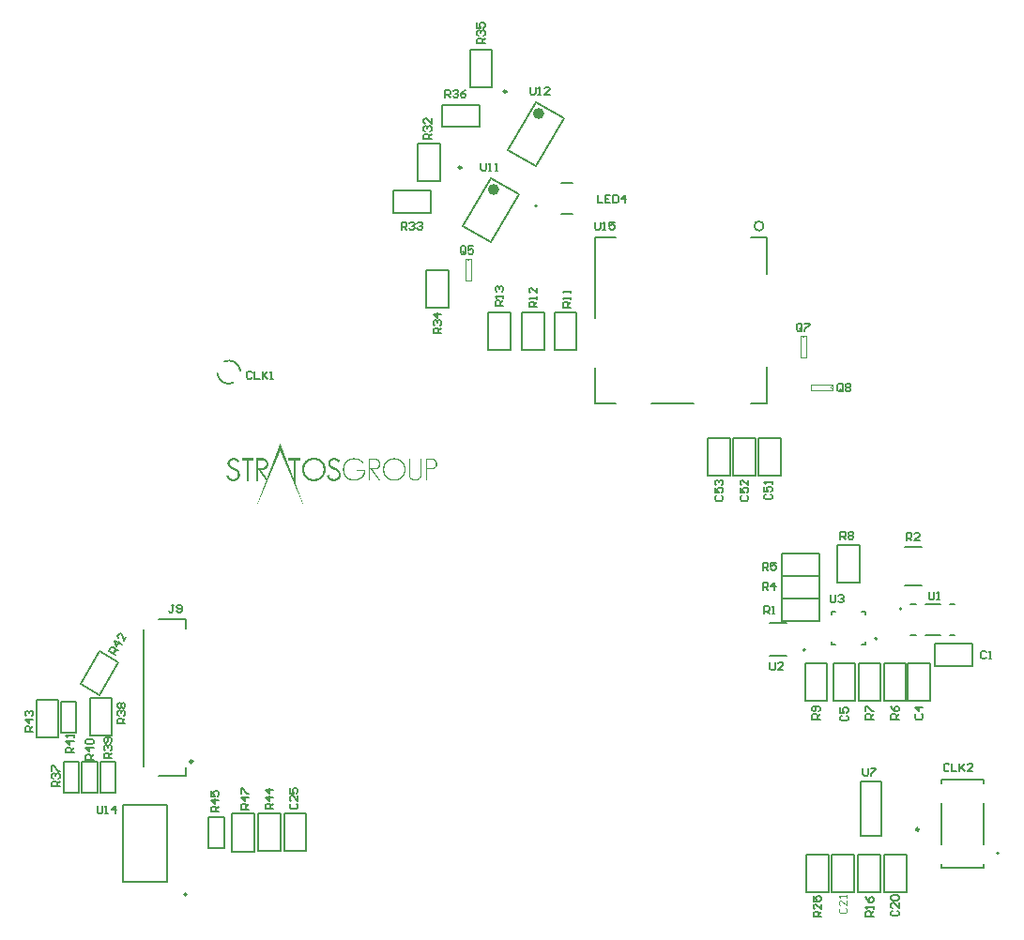
<source format=gto>
G04*
G04 #@! TF.GenerationSoftware,Altium Limited,Altium Designer,22.1.2 (22)*
G04*
G04 Layer_Color=65535*
%FSLAX25Y25*%
%MOIN*%
G70*
G04*
G04 #@! TF.SameCoordinates,8C121C91-0C0E-4A63-ABDB-05F36A63E408*
G04*
G04*
G04 #@! TF.FilePolarity,Positive*
G04*
G01*
G75*
%ADD10C,0.00394*%
%ADD11C,0.00600*%
%ADD12C,0.00984*%
%ADD13C,0.00500*%
%ADD14C,0.01968*%
%ADD15C,0.00787*%
%ADD16C,0.00669*%
%ADD17C,0.00492*%
G36*
X101742Y195028D02*
Y194883D01*
X101763D01*
Y194760D01*
X101784D01*
Y194677D01*
X101804D01*
Y194636D01*
X101825D01*
Y194594D01*
X101846D01*
Y194532D01*
X101866D01*
Y194512D01*
X101887D01*
Y194470D01*
X101908D01*
Y194450D01*
X101928D01*
Y194408D01*
X101949D01*
Y194388D01*
X101970D01*
Y194367D01*
X101990D01*
Y194326D01*
X102011D01*
Y194305D01*
X102032D01*
Y194284D01*
X102052D01*
Y194264D01*
X102073D01*
Y194243D01*
X102093D01*
Y194223D01*
X102114D01*
Y194202D01*
X102135D01*
Y194181D01*
X102176D01*
Y194161D01*
X102197D01*
Y194140D01*
X102217D01*
Y194119D01*
X102259D01*
Y194099D01*
X102279D01*
Y194078D01*
X102321D01*
Y194057D01*
X102341D01*
Y194037D01*
X102383D01*
Y194016D01*
X102424D01*
Y193995D01*
X102445D01*
Y193975D01*
X102486D01*
Y193954D01*
X102527D01*
Y193933D01*
X102548D01*
Y193913D01*
X102610D01*
Y193892D01*
X102630D01*
Y193871D01*
X102672D01*
Y193851D01*
X102713D01*
Y193830D01*
X102754D01*
Y193809D01*
X102796D01*
Y193789D01*
X102837D01*
Y193768D01*
X102878D01*
Y193748D01*
X102940D01*
Y193727D01*
X102961D01*
Y193706D01*
X103002D01*
Y193686D01*
X103064D01*
Y193665D01*
X103105D01*
Y193644D01*
X103147D01*
Y193624D01*
X103188D01*
Y193603D01*
X103229D01*
Y193582D01*
X103291D01*
Y193562D01*
X103332D01*
Y193541D01*
X103374D01*
Y193520D01*
X103415D01*
Y193500D01*
X103456D01*
Y193479D01*
X103498D01*
Y193458D01*
X103539D01*
Y193438D01*
X103580D01*
Y193417D01*
X103622D01*
Y193396D01*
X103663D01*
Y193376D01*
X103704D01*
Y193355D01*
X103745D01*
Y193335D01*
X103787D01*
Y193314D01*
X103828D01*
Y193293D01*
X103869D01*
Y193273D01*
X103890D01*
Y193252D01*
X103952D01*
Y193231D01*
X103973D01*
Y193211D01*
X104014D01*
Y193190D01*
X104055D01*
Y193169D01*
X104076D01*
Y193149D01*
X104117D01*
Y193128D01*
X104158D01*
Y193107D01*
X104179D01*
Y193087D01*
X104220D01*
Y193066D01*
X104241D01*
Y193045D01*
X104282D01*
Y193025D01*
X104303D01*
Y193004D01*
X104344D01*
Y192983D01*
X104365D01*
Y192963D01*
X104406D01*
Y192942D01*
X104427D01*
Y192921D01*
X104448D01*
Y192901D01*
X104489D01*
Y192880D01*
X104510D01*
Y192860D01*
X104530D01*
Y192839D01*
X104551D01*
Y192818D01*
X104592D01*
Y192798D01*
X104613D01*
Y192777D01*
X104633D01*
Y192756D01*
X104654D01*
Y192736D01*
X104675D01*
Y192715D01*
X104695D01*
Y192694D01*
X104716D01*
Y192674D01*
X104737D01*
Y192653D01*
X104757D01*
Y192632D01*
X104778D01*
Y192612D01*
X104799D01*
Y192591D01*
X104819D01*
Y192570D01*
X104840D01*
Y192550D01*
X104861D01*
Y192529D01*
X104881D01*
Y192508D01*
X104902D01*
Y192488D01*
X104923D01*
Y192467D01*
X104943D01*
Y192426D01*
X104964D01*
Y192405D01*
X104985D01*
Y192385D01*
X105005D01*
Y192343D01*
X105026D01*
Y192323D01*
X105047D01*
Y192281D01*
X105067D01*
Y192261D01*
X105088D01*
Y192219D01*
X105108D01*
Y192199D01*
X105129D01*
Y192157D01*
X105150D01*
Y192116D01*
X105171D01*
Y192075D01*
X105191D01*
Y192013D01*
X105212D01*
Y191992D01*
X105232D01*
Y191930D01*
X105253D01*
Y191868D01*
X105274D01*
Y191827D01*
X105294D01*
Y191744D01*
X105315D01*
Y191683D01*
X105336D01*
Y191621D01*
X105356D01*
Y191497D01*
X105377D01*
Y191393D01*
X105398D01*
Y190629D01*
X105377D01*
Y190505D01*
X105356D01*
Y190382D01*
X105336D01*
Y190320D01*
X105315D01*
Y190237D01*
X105294D01*
Y190154D01*
X105274D01*
Y190113D01*
X105253D01*
Y190051D01*
X105232D01*
Y190010D01*
X105212D01*
Y189948D01*
X105191D01*
Y189907D01*
X105171D01*
Y189865D01*
X105150D01*
Y189824D01*
X105129D01*
Y189803D01*
X105108D01*
Y189762D01*
X105088D01*
Y189721D01*
X105067D01*
Y189679D01*
X105047D01*
Y189659D01*
X105026D01*
Y189638D01*
X105005D01*
Y189597D01*
X104985D01*
Y189576D01*
X104964D01*
Y189555D01*
X104943D01*
Y189535D01*
X104923D01*
Y189514D01*
X104902D01*
Y189473D01*
X104881D01*
Y189452D01*
X104861D01*
Y189432D01*
X104840D01*
Y189411D01*
X104819D01*
Y189390D01*
X104799D01*
Y189370D01*
X104757D01*
Y189349D01*
X104737D01*
Y189328D01*
X104716D01*
Y189308D01*
X104695D01*
Y189287D01*
X104675D01*
Y189266D01*
X104633D01*
Y189246D01*
X104613D01*
Y189225D01*
X104592D01*
Y189204D01*
X104551D01*
Y189184D01*
X104530D01*
Y189163D01*
X104489D01*
Y189142D01*
X104468D01*
Y189122D01*
X104427D01*
Y189101D01*
X104386D01*
Y189080D01*
X104344D01*
Y189060D01*
X104303D01*
Y189039D01*
X104262D01*
Y189018D01*
X104220D01*
Y188998D01*
X104158D01*
Y188977D01*
X104117D01*
Y188956D01*
X104055D01*
Y188936D01*
X104014D01*
Y188915D01*
X103952D01*
Y188895D01*
X103849D01*
Y188874D01*
X103807D01*
Y188853D01*
X103663D01*
Y188833D01*
X103539D01*
Y188812D01*
X103394D01*
Y188791D01*
X102672D01*
Y188812D01*
X102527D01*
Y188833D01*
X102403D01*
Y188853D01*
X102300D01*
Y188874D01*
X102238D01*
Y188895D01*
X102155D01*
Y188915D01*
X102073D01*
Y188936D01*
X102032D01*
Y188956D01*
X101949D01*
Y188977D01*
X101908D01*
Y188998D01*
X101866D01*
Y189018D01*
X101804D01*
Y189039D01*
X101784D01*
Y189060D01*
X101742D01*
Y189080D01*
X101701D01*
Y189101D01*
X101660D01*
Y189122D01*
X101619D01*
Y189142D01*
X101598D01*
Y189163D01*
X101557D01*
Y189184D01*
X101536D01*
Y189204D01*
X101495D01*
Y189225D01*
X101474D01*
Y189246D01*
X101453D01*
Y189266D01*
X101412D01*
Y189287D01*
X101391D01*
Y189308D01*
X101371D01*
Y189328D01*
X101350D01*
Y189349D01*
X101329D01*
Y189370D01*
X101309D01*
Y189390D01*
X101267D01*
Y189411D01*
X101247D01*
Y189432D01*
X101226D01*
Y189452D01*
X101205D01*
Y189473D01*
X101185D01*
Y189494D01*
X101164D01*
Y189535D01*
X101144D01*
Y189555D01*
X101123D01*
Y189576D01*
X101102D01*
Y189597D01*
X101082D01*
Y189617D01*
X101061D01*
Y189659D01*
X101040D01*
Y189679D01*
X101020D01*
Y189700D01*
X100999D01*
Y189741D01*
X100978D01*
Y189762D01*
X100958D01*
Y189803D01*
X100937D01*
Y189824D01*
X100916D01*
Y189865D01*
X100896D01*
Y189907D01*
X100875D01*
Y189927D01*
X100854D01*
Y189968D01*
X100834D01*
Y190010D01*
X100813D01*
Y190051D01*
X100792D01*
Y190092D01*
X100772D01*
Y190134D01*
X100751D01*
Y190175D01*
X100731D01*
Y190237D01*
X100710D01*
Y190278D01*
X100689D01*
Y190340D01*
X100669D01*
Y190402D01*
X100648D01*
Y190443D01*
X100627D01*
Y190526D01*
X100607D01*
Y190588D01*
X100586D01*
Y190629D01*
X100565D01*
Y190712D01*
X100627D01*
Y190733D01*
X100689D01*
Y190753D01*
X100731D01*
Y190774D01*
X100813D01*
Y190795D01*
X100854D01*
Y190815D01*
X100937D01*
Y190836D01*
X100999D01*
Y190856D01*
X101040D01*
Y190877D01*
X101102D01*
Y190898D01*
X101164D01*
Y190918D01*
X101226D01*
Y190939D01*
X101267D01*
Y190918D01*
X101288D01*
Y190836D01*
X101309D01*
Y190774D01*
X101329D01*
Y190691D01*
X101350D01*
Y190629D01*
X101371D01*
Y190588D01*
X101391D01*
Y190526D01*
X101412D01*
Y190485D01*
X101433D01*
Y190443D01*
X101453D01*
Y190382D01*
X101474D01*
Y190361D01*
X101495D01*
Y190299D01*
X101515D01*
Y190278D01*
X101536D01*
Y190237D01*
X101557D01*
Y190196D01*
X101577D01*
Y190175D01*
X101598D01*
Y190154D01*
X101619D01*
Y190113D01*
X101639D01*
Y190092D01*
X101660D01*
Y190072D01*
X101680D01*
Y190051D01*
X101701D01*
Y190010D01*
X101722D01*
Y189989D01*
X101742D01*
Y189968D01*
X101763D01*
Y189948D01*
X101784D01*
Y189927D01*
X101804D01*
Y189907D01*
X101825D01*
Y189886D01*
X101866D01*
Y189865D01*
X101887D01*
Y189845D01*
X101908D01*
Y189824D01*
X101928D01*
Y189803D01*
X101970D01*
Y189783D01*
X101990D01*
Y189762D01*
X102032D01*
Y189741D01*
X102073D01*
Y189721D01*
X102114D01*
Y189700D01*
X102155D01*
Y189679D01*
X102197D01*
Y189659D01*
X102238D01*
Y189638D01*
X102279D01*
Y189617D01*
X102362D01*
Y189597D01*
X102403D01*
Y189576D01*
X102486D01*
Y189555D01*
X102610D01*
Y189535D01*
X102734D01*
Y189514D01*
X103312D01*
Y189535D01*
X103456D01*
Y189555D01*
X103560D01*
Y189576D01*
X103642D01*
Y189597D01*
X103725D01*
Y189617D01*
X103787D01*
Y189638D01*
X103828D01*
Y189659D01*
X103890D01*
Y189679D01*
X103931D01*
Y189700D01*
X103973D01*
Y189721D01*
X104014D01*
Y189741D01*
X104055D01*
Y189762D01*
X104076D01*
Y189783D01*
X104117D01*
Y189803D01*
X104138D01*
Y189824D01*
X104179D01*
Y189845D01*
X104200D01*
Y189865D01*
X104220D01*
Y189886D01*
X104262D01*
Y189927D01*
X104282D01*
Y189948D01*
X104303D01*
Y189968D01*
X104324D01*
Y189989D01*
X104344D01*
Y190010D01*
X104365D01*
Y190030D01*
X104386D01*
Y190051D01*
X104406D01*
Y190072D01*
X104427D01*
Y190092D01*
X104448D01*
Y190134D01*
X104468D01*
Y190154D01*
X104489D01*
Y190196D01*
X104510D01*
Y190237D01*
X104530D01*
Y190278D01*
X104551D01*
Y190320D01*
X104572D01*
Y190361D01*
X104592D01*
Y190423D01*
X104613D01*
Y190485D01*
X104633D01*
Y190588D01*
X104654D01*
Y190712D01*
X104675D01*
Y190856D01*
X104695D01*
Y191187D01*
X104675D01*
Y191331D01*
X104654D01*
Y191414D01*
X104633D01*
Y191517D01*
X104613D01*
Y191559D01*
X104592D01*
Y191621D01*
X104572D01*
Y191683D01*
X104551D01*
Y191724D01*
X104530D01*
Y191765D01*
X104510D01*
Y191786D01*
X104489D01*
Y191827D01*
X104468D01*
Y191868D01*
X104448D01*
Y191889D01*
X104427D01*
Y191930D01*
X104406D01*
Y191951D01*
X104386D01*
Y191972D01*
X104365D01*
Y192013D01*
X104344D01*
Y192034D01*
X104324D01*
Y192054D01*
X104303D01*
Y192075D01*
X104282D01*
Y192095D01*
X104262D01*
Y192116D01*
X104241D01*
Y192137D01*
X104220D01*
Y192157D01*
X104200D01*
Y192178D01*
X104179D01*
Y192199D01*
X104158D01*
Y192219D01*
X104138D01*
Y192240D01*
X104097D01*
Y192261D01*
X104076D01*
Y192281D01*
X104055D01*
Y192302D01*
X104014D01*
Y192323D01*
X103993D01*
Y192343D01*
X103952D01*
Y192364D01*
X103931D01*
Y192385D01*
X103890D01*
Y192405D01*
X103869D01*
Y192426D01*
X103828D01*
Y192447D01*
X103787D01*
Y192467D01*
X103766D01*
Y192488D01*
X103725D01*
Y192508D01*
X103684D01*
Y192529D01*
X103642D01*
Y192550D01*
X103601D01*
Y192570D01*
X103580D01*
Y192591D01*
X103539D01*
Y192612D01*
X103498D01*
Y192632D01*
X103456D01*
Y192653D01*
X103415D01*
Y192674D01*
X103374D01*
Y192694D01*
X103332D01*
Y192715D01*
X103291D01*
Y192736D01*
X103250D01*
Y192756D01*
X103209D01*
Y192777D01*
X103167D01*
Y192798D01*
X103105D01*
Y192818D01*
X103064D01*
Y192839D01*
X103023D01*
Y192860D01*
X102981D01*
Y192880D01*
X102919D01*
Y192901D01*
X102899D01*
Y192921D01*
X102837D01*
Y192942D01*
X102796D01*
Y192963D01*
X102754D01*
Y192983D01*
X102713D01*
Y193004D01*
X102672D01*
Y193025D01*
X102610D01*
Y193045D01*
X102568D01*
Y193066D01*
X102548D01*
Y193087D01*
X102486D01*
Y193107D01*
X102445D01*
Y193128D01*
X102403D01*
Y193149D01*
X102362D01*
Y193169D01*
X102341D01*
Y193190D01*
X102279D01*
Y193211D01*
X102259D01*
Y193231D01*
X102217D01*
Y193252D01*
X102176D01*
Y193273D01*
X102135D01*
Y193293D01*
X102114D01*
Y193314D01*
X102073D01*
Y193335D01*
X102032D01*
Y193355D01*
X101990D01*
Y193376D01*
X101970D01*
Y193396D01*
X101928D01*
Y193417D01*
X101887D01*
Y193438D01*
X101866D01*
Y193458D01*
X101846D01*
Y193479D01*
X101804D01*
Y193500D01*
X101784D01*
Y193520D01*
X101742D01*
Y193541D01*
X101722D01*
Y193562D01*
X101701D01*
Y193582D01*
X101680D01*
Y193603D01*
X101639D01*
Y193624D01*
X101619D01*
Y193644D01*
X101598D01*
Y193665D01*
X101577D01*
Y193686D01*
X101557D01*
Y193706D01*
X101536D01*
Y193727D01*
X101515D01*
Y193748D01*
X101495D01*
Y193768D01*
X101474D01*
Y193789D01*
X101453D01*
Y193809D01*
X101433D01*
Y193830D01*
X101412D01*
Y193871D01*
X101391D01*
Y193892D01*
X101371D01*
Y193913D01*
X101350D01*
Y193954D01*
X101329D01*
Y193975D01*
X101309D01*
Y193995D01*
X101288D01*
Y194037D01*
X101267D01*
Y194078D01*
X101247D01*
Y194119D01*
X101226D01*
Y194161D01*
X101205D01*
Y194202D01*
X101185D01*
Y194243D01*
X101164D01*
Y194284D01*
X101144D01*
Y194346D01*
X101123D01*
Y194408D01*
X101102D01*
Y194491D01*
X101082D01*
Y194532D01*
X101061D01*
Y194677D01*
X101040D01*
Y194780D01*
X101020D01*
Y195255D01*
X101040D01*
Y195379D01*
X101061D01*
Y195503D01*
X101082D01*
Y195565D01*
X101102D01*
Y195648D01*
X101123D01*
Y195709D01*
X101144D01*
Y195751D01*
X101164D01*
Y195813D01*
X101185D01*
Y195854D01*
X101205D01*
Y195895D01*
X101226D01*
Y195937D01*
X101247D01*
Y195978D01*
X101267D01*
Y195999D01*
X101288D01*
Y196040D01*
X101309D01*
Y196081D01*
X101329D01*
Y196102D01*
X101350D01*
Y196143D01*
X101371D01*
Y196164D01*
X101391D01*
Y196184D01*
X101412D01*
Y196205D01*
X101433D01*
Y196246D01*
X101453D01*
Y196267D01*
X101474D01*
Y196288D01*
X101495D01*
Y196308D01*
X101515D01*
Y196329D01*
X101536D01*
Y196350D01*
X101557D01*
Y196370D01*
X101577D01*
Y196391D01*
X101619D01*
Y196432D01*
X101639D01*
Y196453D01*
X101680D01*
Y196474D01*
X101701D01*
Y196494D01*
X101722D01*
Y196515D01*
X101742D01*
Y196536D01*
X101784D01*
Y196556D01*
X101804D01*
Y196577D01*
X101825D01*
Y196597D01*
X101866D01*
Y196618D01*
X101908D01*
Y196639D01*
X101928D01*
Y196659D01*
X101970D01*
Y196680D01*
X102011D01*
Y196701D01*
X102032D01*
Y196721D01*
X102093D01*
Y196742D01*
X102114D01*
Y196763D01*
X102176D01*
Y196783D01*
X102238D01*
Y196804D01*
X102279D01*
Y196825D01*
X102341D01*
Y196845D01*
X102403D01*
Y196866D01*
X102465D01*
Y196887D01*
X102568D01*
Y196907D01*
X102630D01*
Y196928D01*
X102796D01*
Y196949D01*
X103105D01*
Y196969D01*
X103126D01*
Y196949D01*
X103498D01*
Y196928D01*
X103663D01*
Y196907D01*
X103745D01*
Y196887D01*
X103869D01*
Y196866D01*
X103931D01*
Y196845D01*
X104014D01*
Y196825D01*
X104076D01*
Y196804D01*
X104117D01*
Y196783D01*
X104179D01*
Y196763D01*
X104220D01*
Y196742D01*
X104262D01*
Y196721D01*
X104303D01*
Y196701D01*
X104344D01*
Y196680D01*
X104386D01*
Y196659D01*
X104427D01*
Y196639D01*
X104468D01*
Y196618D01*
X104489D01*
Y196597D01*
X104530D01*
Y196577D01*
X104551D01*
Y196556D01*
X104592D01*
Y196536D01*
X104613D01*
Y196515D01*
X104633D01*
Y196494D01*
X104675D01*
Y196474D01*
X104695D01*
Y196453D01*
X104716D01*
Y196432D01*
X104737D01*
Y196412D01*
X104757D01*
Y196391D01*
X104799D01*
Y196350D01*
X104840D01*
Y196329D01*
X104861D01*
Y196288D01*
X104881D01*
Y196267D01*
X104902D01*
Y196246D01*
X104923D01*
Y196226D01*
X104943D01*
Y196205D01*
X104964D01*
Y196184D01*
X104985D01*
Y196143D01*
X105005D01*
Y196123D01*
X105026D01*
Y196102D01*
X105047D01*
Y196081D01*
X105067D01*
Y196040D01*
X105088D01*
Y195999D01*
X105108D01*
Y195978D01*
X105129D01*
Y195937D01*
X105150D01*
Y195895D01*
X105171D01*
Y195875D01*
X105191D01*
Y195833D01*
X105212D01*
Y195792D01*
X105232D01*
Y195709D01*
X105191D01*
Y195689D01*
X105129D01*
Y195668D01*
X105088D01*
Y195648D01*
X105047D01*
Y195627D01*
X105005D01*
Y195606D01*
X104943D01*
Y195586D01*
X104902D01*
Y195565D01*
X104840D01*
Y195544D01*
X104819D01*
Y195524D01*
X104757D01*
Y195503D01*
X104695D01*
Y195482D01*
X104675D01*
Y195462D01*
X104613D01*
Y195441D01*
X104572D01*
Y195462D01*
X104551D01*
Y195482D01*
X104530D01*
Y195524D01*
X104510D01*
Y195565D01*
X104489D01*
Y195586D01*
X104468D01*
Y195627D01*
X104448D01*
Y195648D01*
X104427D01*
Y195689D01*
X104406D01*
Y195709D01*
X104386D01*
Y195730D01*
X104365D01*
Y195751D01*
X104344D01*
Y195771D01*
X104324D01*
Y195792D01*
X104303D01*
Y195813D01*
X104282D01*
Y195833D01*
X104262D01*
Y195854D01*
X104241D01*
Y195875D01*
X104220D01*
Y195895D01*
X104200D01*
Y195916D01*
X104179D01*
Y195937D01*
X104138D01*
Y195957D01*
X104117D01*
Y195978D01*
X104097D01*
Y195999D01*
X104055D01*
Y196019D01*
X104014D01*
Y196040D01*
X103993D01*
Y196061D01*
X103952D01*
Y196081D01*
X103911D01*
Y196102D01*
X103869D01*
Y196123D01*
X103807D01*
Y196143D01*
X103745D01*
Y196164D01*
X103663D01*
Y196184D01*
X103580D01*
Y196205D01*
X103518D01*
Y196226D01*
X103312D01*
Y196246D01*
X102940D01*
Y196226D01*
X102775D01*
Y196205D01*
X102713D01*
Y196184D01*
X102630D01*
Y196164D01*
X102548D01*
Y196143D01*
X102506D01*
Y196123D01*
X102465D01*
Y196102D01*
X102403D01*
Y196081D01*
X102383D01*
Y196061D01*
X102341D01*
Y196040D01*
X102300D01*
Y196019D01*
X102279D01*
Y195999D01*
X102238D01*
Y195978D01*
X102217D01*
Y195957D01*
X102176D01*
Y195937D01*
X102155D01*
Y195916D01*
X102135D01*
Y195895D01*
X102114D01*
Y195875D01*
X102093D01*
Y195854D01*
X102073D01*
Y195833D01*
X102052D01*
Y195813D01*
X102032D01*
Y195792D01*
X102011D01*
Y195771D01*
X101990D01*
Y195751D01*
X101970D01*
Y195709D01*
X101949D01*
Y195689D01*
X101928D01*
Y195648D01*
X101908D01*
Y195627D01*
X101887D01*
Y195586D01*
X101866D01*
Y195544D01*
X101846D01*
Y195503D01*
X101825D01*
Y195441D01*
X101804D01*
Y195400D01*
X101784D01*
Y195317D01*
X101763D01*
Y195193D01*
X101742D01*
Y195049D01*
Y195028D01*
D02*
G37*
G36*
X108495Y189886D02*
Y188874D01*
X107793D01*
Y196123D01*
X107773D01*
Y196143D01*
X107793D01*
Y196184D01*
X106079D01*
Y196205D01*
X106059D01*
Y196907D01*
X106079D01*
Y196928D01*
X110209D01*
Y196907D01*
X110230D01*
Y196887D01*
X110209D01*
Y196246D01*
X110230D01*
Y196205D01*
X110209D01*
Y196184D01*
X108495D01*
Y189907D01*
Y189886D01*
D02*
G37*
G36*
X131852Y197011D02*
X132182D01*
Y196990D01*
X132409D01*
Y196969D01*
X132492D01*
Y196949D01*
X132636D01*
Y196928D01*
X132740D01*
Y196907D01*
X132822D01*
Y196887D01*
X132905D01*
Y196866D01*
X132967D01*
Y196845D01*
X133049D01*
Y196825D01*
X133132D01*
Y196804D01*
X133173D01*
Y196783D01*
X133235D01*
Y196763D01*
X133297D01*
Y196742D01*
X133339D01*
Y196721D01*
X133421D01*
Y196701D01*
X133463D01*
Y196680D01*
X133504D01*
Y196659D01*
X133545D01*
Y196639D01*
X133586D01*
Y196618D01*
X133648D01*
Y196597D01*
X133690D01*
Y196577D01*
X133731D01*
Y196556D01*
X133752D01*
Y196536D01*
X133793D01*
Y196515D01*
X133834D01*
Y196494D01*
X133876D01*
Y196474D01*
X133896D01*
Y196453D01*
X133938D01*
Y196432D01*
X133979D01*
Y196412D01*
X133999D01*
Y196391D01*
X134041D01*
Y196370D01*
X134061D01*
Y196350D01*
X134103D01*
Y196329D01*
X134144D01*
Y196308D01*
X134165D01*
Y196288D01*
X134185D01*
Y196267D01*
X134227D01*
Y196246D01*
X134247D01*
Y196226D01*
X134289D01*
Y196205D01*
X134309D01*
Y196184D01*
X134330D01*
Y196164D01*
X134351D01*
Y196143D01*
X134371D01*
Y196123D01*
X134412D01*
Y196102D01*
X134433D01*
Y196081D01*
X134454D01*
Y196061D01*
X134474D01*
Y196040D01*
X134495D01*
Y196019D01*
X134536D01*
Y195999D01*
X134557D01*
Y195978D01*
X134578D01*
Y195957D01*
X134598D01*
Y195937D01*
X134619D01*
Y195916D01*
X134640D01*
Y195895D01*
X134660D01*
Y195875D01*
X134681D01*
Y195854D01*
X134702D01*
Y195833D01*
X134722D01*
Y195813D01*
X134743D01*
Y195792D01*
X134764D01*
Y195771D01*
X134784D01*
Y195730D01*
X134805D01*
Y195709D01*
X134826D01*
Y195689D01*
X134846D01*
Y195668D01*
X134867D01*
Y195648D01*
X134887D01*
Y195627D01*
X134908D01*
Y195606D01*
X134929D01*
Y195565D01*
X134949D01*
Y195544D01*
X134970D01*
Y195524D01*
X134991D01*
Y195482D01*
X135011D01*
Y195462D01*
X135032D01*
Y195441D01*
X135053D01*
Y195400D01*
X135073D01*
Y195379D01*
X135094D01*
Y195338D01*
X135115D01*
Y195317D01*
X135135D01*
Y195296D01*
X135156D01*
Y195255D01*
X135177D01*
Y195235D01*
X135197D01*
Y195193D01*
X135218D01*
Y195152D01*
X135239D01*
Y195131D01*
X135259D01*
Y195090D01*
X135280D01*
Y195049D01*
X135300D01*
Y195028D01*
X135321D01*
Y194966D01*
X135342D01*
Y194925D01*
X135362D01*
Y194883D01*
X135383D01*
Y194842D01*
X135404D01*
Y194801D01*
X135424D01*
Y194760D01*
X135445D01*
Y194718D01*
X135466D01*
Y194677D01*
X135486D01*
Y194615D01*
X135507D01*
Y194574D01*
X135528D01*
Y194512D01*
X135548D01*
Y194450D01*
X135569D01*
Y194388D01*
X135590D01*
Y194305D01*
X135610D01*
Y194264D01*
X135631D01*
Y194181D01*
X135652D01*
Y194099D01*
X135672D01*
Y194037D01*
X135693D01*
Y193913D01*
X135713D01*
Y193809D01*
X135734D01*
Y193706D01*
X135755D01*
Y193520D01*
X135775D01*
Y193335D01*
X135796D01*
Y192467D01*
X135775D01*
Y192261D01*
X135755D01*
Y192095D01*
X135734D01*
Y191992D01*
X135713D01*
Y191868D01*
X135693D01*
Y191765D01*
X135672D01*
Y191703D01*
X135652D01*
Y191600D01*
X135631D01*
Y191538D01*
X135610D01*
Y191476D01*
X135590D01*
Y191393D01*
X135569D01*
Y191352D01*
X135548D01*
Y191290D01*
X135528D01*
Y191228D01*
X135507D01*
Y191187D01*
X135486D01*
Y191125D01*
X135466D01*
Y191084D01*
X135445D01*
Y191042D01*
X135424D01*
Y191001D01*
X135404D01*
Y190960D01*
X135383D01*
Y190898D01*
X135362D01*
Y190856D01*
X135342D01*
Y190836D01*
X135321D01*
Y190774D01*
X135300D01*
Y190753D01*
X135280D01*
Y190712D01*
X135259D01*
Y190671D01*
X135239D01*
Y190650D01*
X135218D01*
Y190609D01*
X135197D01*
Y190567D01*
X135177D01*
Y190547D01*
X135156D01*
Y190505D01*
X135135D01*
Y190485D01*
X135115D01*
Y190443D01*
X135094D01*
Y190423D01*
X135073D01*
Y190382D01*
X135053D01*
Y190361D01*
X135032D01*
Y190320D01*
X135011D01*
Y190299D01*
X134991D01*
Y190278D01*
X134970D01*
Y190258D01*
X134949D01*
Y190237D01*
X134929D01*
Y190196D01*
X134908D01*
Y190175D01*
X134887D01*
Y190154D01*
X134867D01*
Y190134D01*
X134846D01*
Y190113D01*
X134826D01*
Y190072D01*
X134805D01*
Y190051D01*
X134784D01*
Y190030D01*
X134764D01*
Y190010D01*
X134743D01*
Y189989D01*
X134722D01*
Y189968D01*
X134702D01*
Y189948D01*
X134681D01*
Y189927D01*
X134660D01*
Y189907D01*
X134640D01*
Y189886D01*
X134619D01*
Y189865D01*
X134598D01*
Y189845D01*
X134578D01*
Y189824D01*
X134557D01*
Y189803D01*
X134536D01*
Y189783D01*
X134516D01*
Y189762D01*
X134495D01*
Y189741D01*
X134454D01*
Y189721D01*
X134433D01*
Y189700D01*
X134412D01*
Y189679D01*
X134392D01*
Y189659D01*
X134371D01*
Y189638D01*
X134330D01*
Y189617D01*
X134309D01*
Y189597D01*
X134289D01*
Y189576D01*
X134247D01*
Y189555D01*
X134227D01*
Y189535D01*
X134206D01*
Y189514D01*
X134165D01*
Y189494D01*
X134144D01*
Y189473D01*
X134123D01*
Y189452D01*
X134082D01*
Y189432D01*
X134041D01*
Y189411D01*
X134020D01*
Y189390D01*
X133979D01*
Y189370D01*
X133958D01*
Y189349D01*
X133917D01*
Y189328D01*
X133876D01*
Y189308D01*
X133834D01*
Y189287D01*
X133814D01*
Y189266D01*
X133772D01*
Y189246D01*
X133731D01*
Y189225D01*
X133669D01*
Y189204D01*
X133648D01*
Y189184D01*
X133607D01*
Y189163D01*
X133566D01*
Y189142D01*
X133524D01*
Y189122D01*
X133463D01*
Y189101D01*
X133421D01*
Y189080D01*
X133359D01*
Y189060D01*
X133297D01*
Y189039D01*
X133256D01*
Y189018D01*
X133194D01*
Y188998D01*
X133132D01*
Y188977D01*
X133070D01*
Y188956D01*
X132987D01*
Y188936D01*
X132925D01*
Y188915D01*
X132843D01*
Y188895D01*
X132740D01*
Y188874D01*
X132657D01*
Y188853D01*
X132533D01*
Y188833D01*
X132389D01*
Y188812D01*
X132244D01*
Y188791D01*
X131934D01*
Y188771D01*
X131397D01*
Y188791D01*
X131088D01*
Y188812D01*
X130943D01*
Y188833D01*
X130798D01*
Y188853D01*
X130675D01*
Y188874D01*
X130592D01*
Y188895D01*
X130489D01*
Y188915D01*
X130406D01*
Y188936D01*
X130344D01*
Y188956D01*
X130262D01*
Y188977D01*
X130200D01*
Y188998D01*
X130138D01*
Y189018D01*
X130076D01*
Y189039D01*
X130034D01*
Y189060D01*
X129972D01*
Y189080D01*
X129911D01*
Y189101D01*
X129869D01*
Y189122D01*
X129807D01*
Y189142D01*
X129766D01*
Y189163D01*
X129725D01*
Y189184D01*
X129683D01*
Y189204D01*
X129642D01*
Y189225D01*
X129601D01*
Y189246D01*
X129559D01*
Y189266D01*
X129539D01*
Y189287D01*
X129477D01*
Y189308D01*
X129456D01*
Y189328D01*
X129415D01*
Y189349D01*
X129374D01*
Y189370D01*
X129353D01*
Y189390D01*
X129312D01*
Y189411D01*
X129291D01*
Y189432D01*
X129250D01*
Y189452D01*
X129229D01*
Y189473D01*
X129188D01*
Y189494D01*
X129167D01*
Y189514D01*
X129126D01*
Y189535D01*
X129105D01*
Y189555D01*
X129084D01*
Y189576D01*
X129043D01*
Y189597D01*
X129023D01*
Y189617D01*
X129002D01*
Y189638D01*
X128981D01*
Y189659D01*
X128940D01*
Y189679D01*
X128919D01*
Y189700D01*
X128899D01*
Y189721D01*
X128878D01*
Y189741D01*
X128857D01*
Y189762D01*
X128837D01*
Y189783D01*
X128795D01*
Y189803D01*
X128775D01*
Y189824D01*
X128754D01*
Y189845D01*
X128733D01*
Y189865D01*
X128713D01*
Y189886D01*
X128692D01*
Y189907D01*
X128671D01*
Y189927D01*
X128651D01*
Y189948D01*
X128630D01*
Y189968D01*
X128610D01*
Y189989D01*
X128589D01*
Y190010D01*
X128568D01*
Y190030D01*
X128548D01*
Y190072D01*
X128527D01*
Y190092D01*
X128506D01*
Y190113D01*
X128486D01*
Y190134D01*
X128465D01*
Y190154D01*
X128444D01*
Y190175D01*
X128424D01*
Y190216D01*
X128403D01*
Y190237D01*
X128382D01*
Y190258D01*
X128362D01*
Y190278D01*
X128341D01*
Y190320D01*
X128320D01*
Y190340D01*
X128300D01*
Y190361D01*
X128279D01*
Y190402D01*
X128258D01*
Y190423D01*
X128238D01*
Y190464D01*
X128217D01*
Y190485D01*
X128197D01*
Y190526D01*
X128176D01*
Y190547D01*
X128155D01*
Y190588D01*
X128135D01*
Y190609D01*
X128114D01*
Y190650D01*
X128093D01*
Y190691D01*
X128073D01*
Y190712D01*
X128052D01*
Y190753D01*
X128031D01*
Y190795D01*
X128011D01*
Y190836D01*
X127990D01*
Y190877D01*
X127969D01*
Y190918D01*
X127949D01*
Y190960D01*
X127928D01*
Y191001D01*
X127907D01*
Y191042D01*
X127887D01*
Y191104D01*
X127866D01*
Y191146D01*
X127845D01*
Y191187D01*
X127825D01*
Y191270D01*
X127804D01*
Y191311D01*
X127783D01*
Y191373D01*
X127763D01*
Y191435D01*
X127742D01*
Y191476D01*
X127722D01*
Y191559D01*
X127701D01*
Y191641D01*
X127680D01*
Y191703D01*
X127659D01*
Y191827D01*
X127639D01*
Y191889D01*
X127618D01*
Y192013D01*
X127598D01*
Y192157D01*
X127577D01*
Y192281D01*
X127556D01*
Y192550D01*
X127536D01*
Y193252D01*
X127556D01*
Y193520D01*
X127577D01*
Y193624D01*
X127598D01*
Y193789D01*
X127618D01*
Y193892D01*
X127639D01*
Y193975D01*
X127659D01*
Y194078D01*
X127680D01*
Y194161D01*
X127701D01*
Y194223D01*
X127722D01*
Y194305D01*
X127742D01*
Y194367D01*
X127763D01*
Y194429D01*
X127783D01*
Y194491D01*
X127804D01*
Y194532D01*
X127825D01*
Y194615D01*
X127845D01*
Y194656D01*
X127866D01*
Y194697D01*
X127887D01*
Y194760D01*
X127907D01*
Y194780D01*
X127928D01*
Y194842D01*
X127949D01*
Y194883D01*
X127969D01*
Y194925D01*
X127990D01*
Y194966D01*
X128011D01*
Y195007D01*
X128031D01*
Y195028D01*
X128052D01*
Y195069D01*
X128073D01*
Y195111D01*
X128093D01*
Y195152D01*
X128114D01*
Y195173D01*
X128135D01*
Y195214D01*
X128155D01*
Y195255D01*
X128176D01*
Y195276D01*
X128197D01*
Y195317D01*
X128217D01*
Y195338D01*
X128238D01*
Y195379D01*
X128258D01*
Y195400D01*
X128279D01*
Y195420D01*
X128300D01*
Y195462D01*
X128320D01*
Y195482D01*
X128341D01*
Y195503D01*
X128362D01*
Y195544D01*
X128382D01*
Y195565D01*
X128403D01*
Y195586D01*
X128424D01*
Y195627D01*
X128444D01*
Y195648D01*
X128465D01*
Y195668D01*
X128486D01*
Y195689D01*
X128506D01*
Y195709D01*
X128527D01*
Y195730D01*
X128548D01*
Y195751D01*
X128568D01*
Y195771D01*
X128589D01*
Y195792D01*
X128610D01*
Y195813D01*
X128630D01*
Y195854D01*
X128651D01*
Y195875D01*
X128671D01*
Y195895D01*
X128692D01*
Y195916D01*
X128713D01*
Y195937D01*
X128754D01*
Y195957D01*
X128775D01*
Y195978D01*
X128795D01*
Y195999D01*
X128816D01*
Y196019D01*
X128837D01*
Y196040D01*
X128857D01*
Y196061D01*
X128878D01*
Y196081D01*
X128899D01*
Y196102D01*
X128919D01*
Y196123D01*
X128961D01*
Y196143D01*
X128981D01*
Y196164D01*
X129002D01*
Y196184D01*
X129023D01*
Y196205D01*
X129064D01*
Y196226D01*
X129084D01*
Y196246D01*
X129105D01*
Y196267D01*
X129146D01*
Y196288D01*
X129167D01*
Y196308D01*
X129188D01*
Y196329D01*
X129229D01*
Y196350D01*
X129250D01*
Y196370D01*
X129291D01*
Y196391D01*
X129332D01*
Y196412D01*
X129353D01*
Y196432D01*
X129394D01*
Y196453D01*
X129415D01*
Y196474D01*
X129456D01*
Y196494D01*
X129498D01*
Y196515D01*
X129539D01*
Y196536D01*
X129559D01*
Y196556D01*
X129621D01*
Y196577D01*
X129642D01*
Y196597D01*
X129683D01*
Y196618D01*
X129745D01*
Y196639D01*
X129766D01*
Y196659D01*
X129828D01*
Y196680D01*
X129869D01*
Y196701D01*
X129911D01*
Y196721D01*
X129972D01*
Y196742D01*
X130034D01*
Y196763D01*
X130076D01*
Y196783D01*
X130158D01*
Y196804D01*
X130200D01*
Y196825D01*
X130282D01*
Y196845D01*
X130344D01*
Y196866D01*
X130406D01*
Y196887D01*
X130509D01*
Y196907D01*
X130592D01*
Y196928D01*
X130695D01*
Y196949D01*
X130840D01*
Y196969D01*
X130943D01*
Y196990D01*
X131129D01*
Y197011D01*
X131480D01*
Y197031D01*
X131852D01*
Y197011D01*
D02*
G37*
G36*
X119750Y202153D02*
X119771D01*
Y202091D01*
X119791D01*
Y202029D01*
X119812D01*
Y201987D01*
X119833D01*
Y201925D01*
X119853D01*
Y201864D01*
X119874D01*
Y201822D01*
X119895D01*
Y201760D01*
X119915D01*
Y201719D01*
X119936D01*
Y201657D01*
X119957D01*
Y201595D01*
X119977D01*
Y201554D01*
X119998D01*
Y201492D01*
X120019D01*
Y201430D01*
X120039D01*
Y201389D01*
X120060D01*
Y201326D01*
X120081D01*
Y201285D01*
X120101D01*
Y201223D01*
X120122D01*
Y201161D01*
X120142D01*
Y201120D01*
X120163D01*
Y201058D01*
X120184D01*
Y200996D01*
X120204D01*
Y200955D01*
X120225D01*
Y200893D01*
X120246D01*
Y200831D01*
X120266D01*
Y200790D01*
X120287D01*
Y200728D01*
X120308D01*
Y200686D01*
X120328D01*
Y200624D01*
X120349D01*
Y200542D01*
X120370D01*
Y200521D01*
X120390D01*
Y200439D01*
X120411D01*
Y200397D01*
X120432D01*
Y200335D01*
X120452D01*
Y200273D01*
X120473D01*
Y200253D01*
X120494D01*
Y200170D01*
X120514D01*
Y200129D01*
X120535D01*
Y200067D01*
X120555D01*
Y200005D01*
X120576D01*
Y199964D01*
X120597D01*
Y199902D01*
X120617D01*
Y199840D01*
X120638D01*
Y199798D01*
X120659D01*
Y199736D01*
X120679D01*
Y199674D01*
X120700D01*
Y199633D01*
X120721D01*
Y199571D01*
X120741D01*
Y199530D01*
X120762D01*
Y199468D01*
X120783D01*
Y199406D01*
X120803D01*
Y199365D01*
X120824D01*
Y199303D01*
X120845D01*
Y199241D01*
X120865D01*
Y199199D01*
X120886D01*
Y199137D01*
X120907D01*
Y199096D01*
X120927D01*
Y199034D01*
X120948D01*
Y198972D01*
X120969D01*
Y198931D01*
X120989D01*
Y198869D01*
X121010D01*
Y198807D01*
X121030D01*
Y198766D01*
X121051D01*
Y198704D01*
X121072D01*
Y198642D01*
X121092D01*
Y198601D01*
X121113D01*
Y198539D01*
X121134D01*
Y198497D01*
X121154D01*
Y198415D01*
X121175D01*
Y198373D01*
X121196D01*
Y198332D01*
X121216D01*
Y198270D01*
X121237D01*
Y198208D01*
X121258D01*
Y198146D01*
X121278D01*
Y198084D01*
X121299D01*
Y198043D01*
X121320D01*
Y197981D01*
X121340D01*
Y197919D01*
X121361D01*
Y197878D01*
X121382D01*
Y197816D01*
X121402D01*
Y197775D01*
X121423D01*
Y197713D01*
X121443D01*
Y197651D01*
X121464D01*
Y197609D01*
X121485D01*
Y197547D01*
X121505D01*
Y197485D01*
X121526D01*
Y197444D01*
X121547D01*
Y197382D01*
X121567D01*
Y197341D01*
X121588D01*
Y197279D01*
X121609D01*
Y197217D01*
X121629D01*
Y197176D01*
X121650D01*
Y197114D01*
X121671D01*
Y197052D01*
X121691D01*
Y197011D01*
X121712D01*
Y196949D01*
X121733D01*
Y196907D01*
X121753D01*
Y196845D01*
X121774D01*
Y196783D01*
X121795D01*
Y196742D01*
X121815D01*
Y196680D01*
X121836D01*
Y196618D01*
X121857D01*
Y196577D01*
X121877D01*
Y196515D01*
X121898D01*
Y196453D01*
X121918D01*
Y196412D01*
X121939D01*
Y196350D01*
X121960D01*
Y196288D01*
X121981D01*
Y196246D01*
X122001D01*
Y196184D01*
X122022D01*
Y196143D01*
X122042D01*
Y196081D01*
X122063D01*
Y196019D01*
X122084D01*
Y195957D01*
X122104D01*
Y195895D01*
X122125D01*
Y195854D01*
X122146D01*
Y195792D01*
X122166D01*
Y195751D01*
X122187D01*
Y195689D01*
X122208D01*
Y195627D01*
X122228D01*
Y195586D01*
X122249D01*
Y195524D01*
X122270D01*
Y195462D01*
X122290D01*
Y195420D01*
X122311D01*
Y195358D01*
X122332D01*
Y195296D01*
X122352D01*
Y195255D01*
X122373D01*
Y195193D01*
X122394D01*
Y195152D01*
X122414D01*
Y195090D01*
X122435D01*
Y195028D01*
X122455D01*
Y194987D01*
X122476D01*
Y194925D01*
X122497D01*
Y194863D01*
X122517D01*
Y194822D01*
X122538D01*
Y194760D01*
X122559D01*
Y194718D01*
X122579D01*
Y194656D01*
X122600D01*
Y194594D01*
X122621D01*
Y194553D01*
X122641D01*
Y194491D01*
X122662D01*
Y194429D01*
X122683D01*
Y194388D01*
X122703D01*
Y194305D01*
X122724D01*
Y194264D01*
X122745D01*
Y194223D01*
X122765D01*
Y194161D01*
X122786D01*
Y194119D01*
X122807D01*
Y194037D01*
X122827D01*
Y193995D01*
X122848D01*
Y193933D01*
X122869D01*
Y193871D01*
X122889D01*
Y193830D01*
X122910D01*
Y193789D01*
X122930D01*
Y193706D01*
X122951D01*
Y193665D01*
X122972D01*
Y193603D01*
X122992D01*
Y193541D01*
X123013D01*
Y193500D01*
X123034D01*
Y193438D01*
X123054D01*
Y193396D01*
X123075D01*
Y193335D01*
X123096D01*
Y193273D01*
X123116D01*
Y193231D01*
X123137D01*
Y193169D01*
X123158D01*
Y193107D01*
X123178D01*
Y193066D01*
X123199D01*
Y193004D01*
X123220D01*
Y192963D01*
X123240D01*
Y192901D01*
X123261D01*
Y192839D01*
X123282D01*
Y192798D01*
X123302D01*
Y192736D01*
X123323D01*
Y192674D01*
X123343D01*
Y192632D01*
X123364D01*
Y192570D01*
X123385D01*
Y192508D01*
X123405D01*
Y192467D01*
X123426D01*
Y192405D01*
X123447D01*
Y192364D01*
X123467D01*
Y192302D01*
X123488D01*
Y192240D01*
X123509D01*
Y192199D01*
X123529D01*
Y192137D01*
X123550D01*
Y192075D01*
X123571D01*
Y192034D01*
X123591D01*
Y191972D01*
X123612D01*
Y191910D01*
X123633D01*
Y191868D01*
X123653D01*
Y191806D01*
X123674D01*
Y191765D01*
X123695D01*
Y191683D01*
X123715D01*
Y191641D01*
X123736D01*
Y191600D01*
X123757D01*
Y191517D01*
X123777D01*
Y191476D01*
X123798D01*
Y191414D01*
X123818D01*
Y191352D01*
X123839D01*
Y191311D01*
X123860D01*
Y191249D01*
X123880D01*
Y191208D01*
X123901D01*
Y191146D01*
X123922D01*
Y191084D01*
X123942D01*
Y191042D01*
X123963D01*
Y190980D01*
X123984D01*
Y190918D01*
X124004D01*
Y190877D01*
X124025D01*
Y190815D01*
X124046D01*
Y190753D01*
X124066D01*
Y190712D01*
X124087D01*
Y190650D01*
X124108D01*
Y190609D01*
X124128D01*
Y190547D01*
X124149D01*
Y190485D01*
X124170D01*
Y190443D01*
X124190D01*
Y190382D01*
X124211D01*
Y190340D01*
X124231D01*
Y190278D01*
X124252D01*
Y190216D01*
X124273D01*
Y190175D01*
X124293D01*
Y190113D01*
X124314D01*
Y190051D01*
X124335D01*
Y190010D01*
X124355D01*
Y189927D01*
X124376D01*
Y189907D01*
X124397D01*
Y196184D01*
X122703D01*
Y196205D01*
X122683D01*
Y196907D01*
X122703D01*
Y196928D01*
X126833D01*
Y196907D01*
X126854D01*
Y196205D01*
X126833D01*
Y196184D01*
X125119D01*
Y187924D01*
X125140D01*
Y187862D01*
X125161D01*
Y187821D01*
X125181D01*
Y187738D01*
X125202D01*
Y187697D01*
X125223D01*
Y187655D01*
X125243D01*
Y187594D01*
X125264D01*
Y187532D01*
X125285D01*
Y187470D01*
X125305D01*
Y187428D01*
X125326D01*
Y187366D01*
X125347D01*
Y187304D01*
X125367D01*
Y187263D01*
X125388D01*
Y187201D01*
X125408D01*
Y187139D01*
X125429D01*
Y187098D01*
X125450D01*
Y187036D01*
X125470D01*
Y186974D01*
X125491D01*
Y186933D01*
X125512D01*
Y186871D01*
X125532D01*
Y186829D01*
X125553D01*
Y186767D01*
X125574D01*
Y186706D01*
X125594D01*
Y186664D01*
X125615D01*
Y186602D01*
X125636D01*
Y186540D01*
X125656D01*
Y186499D01*
X125677D01*
Y186437D01*
X125698D01*
Y186396D01*
X125718D01*
Y186334D01*
X125739D01*
Y186272D01*
X125760D01*
Y186231D01*
X125780D01*
Y186169D01*
X125801D01*
Y186107D01*
X125822D01*
Y186065D01*
X125842D01*
Y186003D01*
X125863D01*
Y185962D01*
X125883D01*
Y185900D01*
X125904D01*
Y185838D01*
X125925D01*
Y185797D01*
X125945D01*
Y185735D01*
X125966D01*
Y185673D01*
X125987D01*
Y185632D01*
X126007D01*
Y185570D01*
X126028D01*
Y185508D01*
X126049D01*
Y185467D01*
X126069D01*
Y185405D01*
X126090D01*
Y185363D01*
X126111D01*
Y185281D01*
X126131D01*
Y185219D01*
X126152D01*
Y185177D01*
X126173D01*
Y185115D01*
X126193D01*
Y185074D01*
X126214D01*
Y185012D01*
X126235D01*
Y184950D01*
X126255D01*
Y184909D01*
X126276D01*
Y184847D01*
X126296D01*
Y184785D01*
X126317D01*
Y184744D01*
X126338D01*
Y184682D01*
X126358D01*
Y184641D01*
X126379D01*
Y184579D01*
X126400D01*
Y184517D01*
X126420D01*
Y184475D01*
X126441D01*
Y184413D01*
X126462D01*
Y184351D01*
X126482D01*
Y184310D01*
X126503D01*
Y184248D01*
X126524D01*
Y184186D01*
X126544D01*
Y184145D01*
X126565D01*
Y184083D01*
X126586D01*
Y184042D01*
X126606D01*
Y183980D01*
X126627D01*
Y183918D01*
X126648D01*
Y183876D01*
X126668D01*
Y183814D01*
X126689D01*
Y183752D01*
X126710D01*
Y183711D01*
X126730D01*
Y183649D01*
X126751D01*
Y183608D01*
X126771D01*
Y183546D01*
X126792D01*
Y183484D01*
X126813D01*
Y183443D01*
X126833D01*
Y183360D01*
X126854D01*
Y183319D01*
X126875D01*
Y183277D01*
X126895D01*
Y183215D01*
X126916D01*
Y183174D01*
X126937D01*
Y183092D01*
X126957D01*
Y183030D01*
X126978D01*
Y182988D01*
X126999D01*
Y182926D01*
X127019D01*
Y182885D01*
X127040D01*
Y182823D01*
X127061D01*
Y182761D01*
X127081D01*
Y182720D01*
X127102D01*
Y182658D01*
X127123D01*
Y182596D01*
X127143D01*
Y182555D01*
X127164D01*
Y182493D01*
X127184D01*
Y182451D01*
X127205D01*
Y182389D01*
X127226D01*
Y182327D01*
X127246D01*
Y182286D01*
X127267D01*
Y182224D01*
X127288D01*
Y182162D01*
X127308D01*
Y182121D01*
X127329D01*
Y182059D01*
X127350D01*
Y182018D01*
X127370D01*
Y181956D01*
X127391D01*
Y181894D01*
X127412D01*
Y181852D01*
X127432D01*
Y181791D01*
X127453D01*
Y181729D01*
X127474D01*
Y181687D01*
X127494D01*
Y181625D01*
X127515D01*
Y181563D01*
X127536D01*
Y181522D01*
X127556D01*
Y181460D01*
X127577D01*
Y181419D01*
X127598D01*
Y181357D01*
X127618D01*
Y181295D01*
X127639D01*
Y181254D01*
X127659D01*
Y181171D01*
X127680D01*
Y181130D01*
X127701D01*
Y181088D01*
X127722D01*
Y181026D01*
X127742D01*
Y180965D01*
X127763D01*
Y180903D01*
X127783D01*
Y180861D01*
X127804D01*
Y180820D01*
X127825D01*
Y180737D01*
X127845D01*
Y180696D01*
X127866D01*
Y180634D01*
X127887D01*
Y180572D01*
X127907D01*
Y180531D01*
X127928D01*
Y180469D01*
X127949D01*
Y180407D01*
X127969D01*
Y180366D01*
X127990D01*
Y180304D01*
X128011D01*
Y180262D01*
X128031D01*
Y180201D01*
X127949D01*
Y180221D01*
X127928D01*
Y180262D01*
X127907D01*
Y180304D01*
X127887D01*
Y180366D01*
X127866D01*
Y180407D01*
X127845D01*
Y180448D01*
X127825D01*
Y180510D01*
X127804D01*
Y180552D01*
X127783D01*
Y180593D01*
X127763D01*
Y180655D01*
X127742D01*
Y180696D01*
X127722D01*
Y180758D01*
X127701D01*
Y180799D01*
X127680D01*
Y180841D01*
X127659D01*
Y180903D01*
X127639D01*
Y180944D01*
X127618D01*
Y180985D01*
X127598D01*
Y181047D01*
X127577D01*
Y181088D01*
X127556D01*
Y181150D01*
X127536D01*
Y181192D01*
X127515D01*
Y181233D01*
X127494D01*
Y181295D01*
X127474D01*
Y181316D01*
X127453D01*
Y181378D01*
X127432D01*
Y181419D01*
X127412D01*
Y181481D01*
X127391D01*
Y181522D01*
X127370D01*
Y181584D01*
X127350D01*
Y181605D01*
X127329D01*
Y181667D01*
X127308D01*
Y181708D01*
X127288D01*
Y181770D01*
X127267D01*
Y181811D01*
X127246D01*
Y181852D01*
X127226D01*
Y181914D01*
X127205D01*
Y181956D01*
X127184D01*
Y181997D01*
X127164D01*
Y182059D01*
X127143D01*
Y182100D01*
X127123D01*
Y182142D01*
X127102D01*
Y182204D01*
X127081D01*
Y182245D01*
X127061D01*
Y182307D01*
X127040D01*
Y182348D01*
X127019D01*
Y182389D01*
X126999D01*
Y182451D01*
X126978D01*
Y182493D01*
X126957D01*
Y182534D01*
X126937D01*
Y182596D01*
X126916D01*
Y182637D01*
X126895D01*
Y182679D01*
X126875D01*
Y182741D01*
X126854D01*
Y182782D01*
X126833D01*
Y182844D01*
X126813D01*
Y182885D01*
X126792D01*
Y182926D01*
X126771D01*
Y182988D01*
X126751D01*
Y183009D01*
X126730D01*
Y183071D01*
X126710D01*
Y183112D01*
X126689D01*
Y183174D01*
X126668D01*
Y183215D01*
X126648D01*
Y183257D01*
X126627D01*
Y183319D01*
X126606D01*
Y183360D01*
X126586D01*
Y183401D01*
X126565D01*
Y183463D01*
X126544D01*
Y183505D01*
X126524D01*
Y183546D01*
X126503D01*
Y183608D01*
X126482D01*
Y183649D01*
X126462D01*
Y183691D01*
X126441D01*
Y183752D01*
X126420D01*
Y183794D01*
X126400D01*
Y183856D01*
X126379D01*
Y183897D01*
X126358D01*
Y183938D01*
X126338D01*
Y184000D01*
X126317D01*
Y184042D01*
X126296D01*
Y184083D01*
X126276D01*
Y184145D01*
X126255D01*
Y184186D01*
X126235D01*
Y184248D01*
X126214D01*
Y184289D01*
X126193D01*
Y184331D01*
X126173D01*
Y184393D01*
X126152D01*
Y184434D01*
X126131D01*
Y184475D01*
X126111D01*
Y184537D01*
X126090D01*
Y184558D01*
X126069D01*
Y184620D01*
X126049D01*
Y184661D01*
X126028D01*
Y184723D01*
X126007D01*
Y184764D01*
X125987D01*
Y184806D01*
X125966D01*
Y184868D01*
X125945D01*
Y184909D01*
X125925D01*
Y184950D01*
X125904D01*
Y185012D01*
X125883D01*
Y185054D01*
X125863D01*
Y185095D01*
X125842D01*
Y185157D01*
X125822D01*
Y185198D01*
X125801D01*
Y185239D01*
X125780D01*
Y185301D01*
X125760D01*
Y185343D01*
X125739D01*
Y185405D01*
X125718D01*
Y185446D01*
X125698D01*
Y185487D01*
X125677D01*
Y185549D01*
X125656D01*
Y185590D01*
X125636D01*
Y185632D01*
X125615D01*
Y185694D01*
X125594D01*
Y185735D01*
X125574D01*
Y185797D01*
X125553D01*
Y185838D01*
X125532D01*
Y185880D01*
X125512D01*
Y185942D01*
X125491D01*
Y185983D01*
X125470D01*
Y186024D01*
X125450D01*
Y186086D01*
X125429D01*
Y186107D01*
X125408D01*
Y186169D01*
X125388D01*
Y186210D01*
X125367D01*
Y186272D01*
X125347D01*
Y186313D01*
X125326D01*
Y186354D01*
X125305D01*
Y186416D01*
X125285D01*
Y186458D01*
X125264D01*
Y186499D01*
X125243D01*
Y186561D01*
X125223D01*
Y186602D01*
X125202D01*
Y186644D01*
X125181D01*
Y186706D01*
X125161D01*
Y186747D01*
X125140D01*
Y186788D01*
X125119D01*
Y186850D01*
X125099D01*
Y186891D01*
X125078D01*
Y186953D01*
X125057D01*
Y186995D01*
X125037D01*
Y187036D01*
X125016D01*
Y187098D01*
X124996D01*
Y187139D01*
X124975D01*
Y187180D01*
X124954D01*
Y187242D01*
X124934D01*
Y187284D01*
X124913D01*
Y187325D01*
X124892D01*
Y187387D01*
X124872D01*
Y187428D01*
X124851D01*
Y187490D01*
X124830D01*
Y187511D01*
X124810D01*
Y187573D01*
X124789D01*
Y187635D01*
X124768D01*
Y187655D01*
X124748D01*
Y187717D01*
X124727D01*
Y187779D01*
X124706D01*
Y187821D01*
X124686D01*
Y187862D01*
X124665D01*
Y187903D01*
X124644D01*
Y187965D01*
X124624D01*
Y188007D01*
X124603D01*
Y188048D01*
X124583D01*
Y188110D01*
X124562D01*
Y188151D01*
X124541D01*
Y188192D01*
X124521D01*
Y188254D01*
X124500D01*
Y188296D01*
X124479D01*
Y188358D01*
X124459D01*
Y188399D01*
X124438D01*
Y188440D01*
X124417D01*
Y188502D01*
X124397D01*
Y188543D01*
X124376D01*
Y188585D01*
X124355D01*
Y188647D01*
X124335D01*
Y188688D01*
X124314D01*
Y188729D01*
X124293D01*
Y188791D01*
X124273D01*
Y188833D01*
X124252D01*
Y188874D01*
X124231D01*
Y188936D01*
X124211D01*
Y188977D01*
X124190D01*
Y189039D01*
X124170D01*
Y189080D01*
X124149D01*
Y189122D01*
X124128D01*
Y189184D01*
X124108D01*
Y189204D01*
X124087D01*
Y189266D01*
X124066D01*
Y189328D01*
X124046D01*
Y189370D01*
X124025D01*
Y189411D01*
X124004D01*
Y189452D01*
X123984D01*
Y189514D01*
X123963D01*
Y189555D01*
X123942D01*
Y189597D01*
X123922D01*
Y189659D01*
X123901D01*
Y189700D01*
X123880D01*
Y189741D01*
X123860D01*
Y189803D01*
X123839D01*
Y189845D01*
X123818D01*
Y189886D01*
X123798D01*
Y189948D01*
X123777D01*
Y189989D01*
X123757D01*
Y190051D01*
X123736D01*
Y190092D01*
X123715D01*
Y190134D01*
X123695D01*
Y190196D01*
X123674D01*
Y190237D01*
X123653D01*
Y190278D01*
X123633D01*
Y190340D01*
X123612D01*
Y190382D01*
X123591D01*
Y190423D01*
X123571D01*
Y190485D01*
X123550D01*
Y190526D01*
X123529D01*
Y190588D01*
X123509D01*
Y190629D01*
X123488D01*
Y190671D01*
X123467D01*
Y190733D01*
X123447D01*
Y190753D01*
X123426D01*
Y190815D01*
X123405D01*
Y190877D01*
X123385D01*
Y190898D01*
X123364D01*
Y190960D01*
X123343D01*
Y191001D01*
X123323D01*
Y191063D01*
X123302D01*
Y191104D01*
X123282D01*
Y191146D01*
X123261D01*
Y191208D01*
X123240D01*
Y191249D01*
X123220D01*
Y191290D01*
X123199D01*
Y191352D01*
X123178D01*
Y191393D01*
X123158D01*
Y191455D01*
X123137D01*
Y191497D01*
X123116D01*
Y191538D01*
X123096D01*
Y191600D01*
X123075D01*
Y191641D01*
X123054D01*
Y191683D01*
X123034D01*
Y191744D01*
X123013D01*
Y191786D01*
X122992D01*
Y191827D01*
X122972D01*
Y191889D01*
X122951D01*
Y191930D01*
X122930D01*
Y191992D01*
X122910D01*
Y192034D01*
X122889D01*
Y192075D01*
X122869D01*
Y192137D01*
X122848D01*
Y192157D01*
X122827D01*
Y192219D01*
X122807D01*
Y192281D01*
X122786D01*
Y192302D01*
X122765D01*
Y192364D01*
X122745D01*
Y192426D01*
X122724D01*
Y192467D01*
X122703D01*
Y192508D01*
X122683D01*
Y192550D01*
X122662D01*
Y192612D01*
X122641D01*
Y192674D01*
X122621D01*
Y192694D01*
X122600D01*
Y192756D01*
X122579D01*
Y192798D01*
X122559D01*
Y192839D01*
X122538D01*
Y192901D01*
X122517D01*
Y192942D01*
X122497D01*
Y193004D01*
X122476D01*
Y193045D01*
X122455D01*
Y193087D01*
X122435D01*
Y193149D01*
X122414D01*
Y193190D01*
X122394D01*
Y193231D01*
X122373D01*
Y193293D01*
X122352D01*
Y193335D01*
X122332D01*
Y193376D01*
X122311D01*
Y193438D01*
X122290D01*
Y193458D01*
X122270D01*
Y193520D01*
X122249D01*
Y193582D01*
X122228D01*
Y193624D01*
X122208D01*
Y193686D01*
X122187D01*
Y193727D01*
X122166D01*
Y193768D01*
X122146D01*
Y193830D01*
X122125D01*
Y193871D01*
X122104D01*
Y193913D01*
X122084D01*
Y193975D01*
X122063D01*
Y193995D01*
X122042D01*
Y194057D01*
X122022D01*
Y194099D01*
X122001D01*
Y194161D01*
X121981D01*
Y194223D01*
X121960D01*
Y194243D01*
X121939D01*
Y194305D01*
X121918D01*
Y194346D01*
X121898D01*
Y194388D01*
X121877D01*
Y194450D01*
X121857D01*
Y194491D01*
X121836D01*
Y194553D01*
X121815D01*
Y194594D01*
X121795D01*
Y194636D01*
X121774D01*
Y194697D01*
X121753D01*
Y194739D01*
X121733D01*
Y194780D01*
X121712D01*
Y194842D01*
X121691D01*
Y194883D01*
X121671D01*
Y194925D01*
X121650D01*
Y194987D01*
X121629D01*
Y195028D01*
X121609D01*
Y195069D01*
X121588D01*
Y195131D01*
X121567D01*
Y195173D01*
X121547D01*
Y195235D01*
X121526D01*
Y195255D01*
X121505D01*
Y195317D01*
X121485D01*
Y195379D01*
X121464D01*
Y195400D01*
X121443D01*
Y195462D01*
X121423D01*
Y195503D01*
X121402D01*
Y195565D01*
X121382D01*
Y195606D01*
X121361D01*
Y195648D01*
X121340D01*
Y195709D01*
X121320D01*
Y195751D01*
X121299D01*
Y195792D01*
X121278D01*
Y195854D01*
X121258D01*
Y195895D01*
X121237D01*
Y195937D01*
X121216D01*
Y195999D01*
X121196D01*
Y196040D01*
X121175D01*
Y196081D01*
X121154D01*
Y196143D01*
X121134D01*
Y196184D01*
X121113D01*
Y196246D01*
X121092D01*
Y196288D01*
X121072D01*
Y196329D01*
X121051D01*
Y196391D01*
X121030D01*
Y196432D01*
X121010D01*
Y196474D01*
X120989D01*
Y196536D01*
X120969D01*
Y196577D01*
X120948D01*
Y196618D01*
X120927D01*
Y196680D01*
X120907D01*
Y196721D01*
X120886D01*
Y196783D01*
X120865D01*
Y196825D01*
X120845D01*
Y196866D01*
X120824D01*
Y196928D01*
X120803D01*
Y196949D01*
X120783D01*
Y197011D01*
X120762D01*
Y197072D01*
X120741D01*
Y197114D01*
X120721D01*
Y197155D01*
X120700D01*
Y197196D01*
X120679D01*
Y197258D01*
X120659D01*
Y197300D01*
X120638D01*
Y197341D01*
X120617D01*
Y197403D01*
X120597D01*
Y197444D01*
X120576D01*
Y197485D01*
X120555D01*
Y197547D01*
X120535D01*
Y197589D01*
X120514D01*
Y197630D01*
X120494D01*
Y197692D01*
X120473D01*
Y197733D01*
X120452D01*
Y197795D01*
X120432D01*
Y197836D01*
X120411D01*
Y197878D01*
X120390D01*
Y197940D01*
X120370D01*
Y197981D01*
X120349D01*
Y198022D01*
X120328D01*
Y198084D01*
X120308D01*
Y198126D01*
X120287D01*
Y198188D01*
X120266D01*
Y198229D01*
X120246D01*
Y198270D01*
X120225D01*
Y198311D01*
X120204D01*
Y198353D01*
X120184D01*
Y198415D01*
X120163D01*
Y198477D01*
X120142D01*
Y198497D01*
X120122D01*
Y198559D01*
X120101D01*
Y198621D01*
X120081D01*
Y198663D01*
X120060D01*
Y198724D01*
X120039D01*
Y198745D01*
X120019D01*
Y198807D01*
X119998D01*
Y198848D01*
X119977D01*
Y198890D01*
X119957D01*
Y198952D01*
X119936D01*
Y198993D01*
X119915D01*
Y199034D01*
X119895D01*
Y199096D01*
X119874D01*
Y199137D01*
X119853D01*
Y199179D01*
X119833D01*
Y199241D01*
X119812D01*
Y199282D01*
X119791D01*
Y199344D01*
X119771D01*
Y199385D01*
X119750D01*
Y199406D01*
X119729D01*
Y199385D01*
X119709D01*
Y199344D01*
X119688D01*
Y199303D01*
X119667D01*
Y199261D01*
X119647D01*
Y199220D01*
X119626D01*
Y199158D01*
X119606D01*
Y199117D01*
X119585D01*
Y199055D01*
X119564D01*
Y199014D01*
X119544D01*
Y198972D01*
X119523D01*
Y198910D01*
X119502D01*
Y198869D01*
X119482D01*
Y198828D01*
X119461D01*
Y198766D01*
X119440D01*
Y198724D01*
X119420D01*
Y198683D01*
X119399D01*
Y198621D01*
X119378D01*
Y198580D01*
X119358D01*
Y198539D01*
X119337D01*
Y198477D01*
X119316D01*
Y198435D01*
X119296D01*
Y198373D01*
X119275D01*
Y198332D01*
X119255D01*
Y198291D01*
X119234D01*
Y198229D01*
X119213D01*
Y198188D01*
X119193D01*
Y198146D01*
X119172D01*
Y198084D01*
X119151D01*
Y198043D01*
X119131D01*
Y198002D01*
X119110D01*
Y197940D01*
X119089D01*
Y197898D01*
X119069D01*
Y197857D01*
X119048D01*
Y197816D01*
X119027D01*
Y197754D01*
X119007D01*
Y197692D01*
X118986D01*
Y197671D01*
X118965D01*
Y197609D01*
X118945D01*
Y197568D01*
X118924D01*
Y197506D01*
X118903D01*
Y197465D01*
X118883D01*
Y197424D01*
X118862D01*
Y197362D01*
X118842D01*
Y197320D01*
X118821D01*
Y197279D01*
X118800D01*
Y197217D01*
X118780D01*
Y197176D01*
X118759D01*
Y197134D01*
X118738D01*
Y197072D01*
X118718D01*
Y197031D01*
X118697D01*
Y196969D01*
X118676D01*
Y196928D01*
X118656D01*
Y196887D01*
X118635D01*
Y196825D01*
X118614D01*
Y196783D01*
X118594D01*
Y196742D01*
X118573D01*
Y196680D01*
X118552D01*
Y196639D01*
X118532D01*
Y196597D01*
X118511D01*
Y196536D01*
X118490D01*
Y196494D01*
X118470D01*
Y196453D01*
X118449D01*
Y196391D01*
X118429D01*
Y196350D01*
X118408D01*
Y196288D01*
X118387D01*
Y196267D01*
X118367D01*
Y196205D01*
X118346D01*
Y196164D01*
X118325D01*
Y196102D01*
X118305D01*
Y196061D01*
X118284D01*
Y196019D01*
X118263D01*
Y195978D01*
X118243D01*
Y195916D01*
X118222D01*
Y195875D01*
X118201D01*
Y195813D01*
X118181D01*
Y195751D01*
X118160D01*
Y195730D01*
X118139D01*
Y195668D01*
X118119D01*
Y195627D01*
X118098D01*
Y195586D01*
X118077D01*
Y195524D01*
X118057D01*
Y195482D01*
X118036D01*
Y195420D01*
X118016D01*
Y195379D01*
X117995D01*
Y195338D01*
X117974D01*
Y195296D01*
X117954D01*
Y195235D01*
X117933D01*
Y195193D01*
X117912D01*
Y195131D01*
X117892D01*
Y195090D01*
X117871D01*
Y195049D01*
X117850D01*
Y194987D01*
X117830D01*
Y194945D01*
X117809D01*
Y194904D01*
X117788D01*
Y194842D01*
X117768D01*
Y194801D01*
X117747D01*
Y194760D01*
X117726D01*
Y194697D01*
X117706D01*
Y194656D01*
X117685D01*
Y194594D01*
X117664D01*
Y194574D01*
X117644D01*
Y194512D01*
X117623D01*
Y194450D01*
X117602D01*
Y194408D01*
X117582D01*
Y194367D01*
X117561D01*
Y194326D01*
X117541D01*
Y194264D01*
X117520D01*
Y194223D01*
X117499D01*
Y194181D01*
X117479D01*
Y194119D01*
X117458D01*
Y194078D01*
X117437D01*
Y194037D01*
X117417D01*
Y193975D01*
X117396D01*
Y193933D01*
X117375D01*
Y193892D01*
X117355D01*
Y193830D01*
X117334D01*
Y193789D01*
X117313D01*
Y193727D01*
X117293D01*
Y193686D01*
X117272D01*
Y193644D01*
X117251D01*
Y193582D01*
X117231D01*
Y193541D01*
X117210D01*
Y193500D01*
X117189D01*
Y193438D01*
X117169D01*
Y193396D01*
X117148D01*
Y193355D01*
X117127D01*
Y193293D01*
X117107D01*
Y193252D01*
X117086D01*
Y193190D01*
X117066D01*
Y193169D01*
X117045D01*
Y193107D01*
X117024D01*
Y193045D01*
X117004D01*
Y193025D01*
X116983D01*
Y192963D01*
X116962D01*
Y192921D01*
X116942D01*
Y192880D01*
X116921D01*
Y192798D01*
X116900D01*
Y192777D01*
X116880D01*
Y192715D01*
X116859D01*
Y192674D01*
X116838D01*
Y192632D01*
X116818D01*
Y192570D01*
X116797D01*
Y192529D01*
X116776D01*
Y192488D01*
X116756D01*
Y192426D01*
X116735D01*
Y192385D01*
X116714D01*
Y192343D01*
X116694D01*
Y192281D01*
X116673D01*
Y192240D01*
X116653D01*
Y192178D01*
X116632D01*
Y192137D01*
X116611D01*
Y192095D01*
X116590D01*
Y192034D01*
X116570D01*
Y191992D01*
X116549D01*
Y191951D01*
X116529D01*
Y191889D01*
X116508D01*
Y191848D01*
X116487D01*
Y191806D01*
X116467D01*
Y191744D01*
X116446D01*
Y191703D01*
X116425D01*
Y191662D01*
X116405D01*
Y191621D01*
X116384D01*
Y191559D01*
X116363D01*
Y191497D01*
X116343D01*
Y191476D01*
X116322D01*
Y191414D01*
X116301D01*
Y191352D01*
X116281D01*
Y191311D01*
X116260D01*
Y191270D01*
X116240D01*
Y191228D01*
X116219D01*
Y191166D01*
X116198D01*
Y191125D01*
X116177D01*
Y191084D01*
X116157D01*
Y191022D01*
X116136D01*
Y190980D01*
X116116D01*
Y190939D01*
X116095D01*
Y190877D01*
X116074D01*
Y190836D01*
X116054D01*
Y190795D01*
X116033D01*
Y190733D01*
X116012D01*
Y190691D01*
X115992D01*
Y190629D01*
X115971D01*
Y190588D01*
X115950D01*
Y190547D01*
X115930D01*
Y190485D01*
X115909D01*
Y190443D01*
X115888D01*
Y190402D01*
X115868D01*
Y190340D01*
X115847D01*
Y190299D01*
X115826D01*
Y190258D01*
X115806D01*
Y190196D01*
X115785D01*
Y190154D01*
X115764D01*
Y190113D01*
X115744D01*
Y190051D01*
X115723D01*
Y190010D01*
X115702D01*
Y189948D01*
X115682D01*
Y189927D01*
X115661D01*
Y189865D01*
X115641D01*
Y189824D01*
X115620D01*
Y189762D01*
X115599D01*
Y189721D01*
X115579D01*
Y189679D01*
X115558D01*
Y189617D01*
X115537D01*
Y189576D01*
X115517D01*
Y189535D01*
X115496D01*
Y189473D01*
X115475D01*
Y189432D01*
X115455D01*
Y189390D01*
X115434D01*
Y189328D01*
X115413D01*
Y189287D01*
X115393D01*
Y189225D01*
X115372D01*
Y189184D01*
X115351D01*
Y189142D01*
X115331D01*
Y189080D01*
X115310D01*
Y189039D01*
X115289D01*
Y188998D01*
X115269D01*
Y188936D01*
X115248D01*
Y188895D01*
X115227D01*
Y188853D01*
X115207D01*
Y188791D01*
X115186D01*
Y188750D01*
X115166D01*
Y188709D01*
X115145D01*
Y188647D01*
X115124D01*
Y188605D01*
X115104D01*
Y188543D01*
X115083D01*
Y188523D01*
X115062D01*
Y188461D01*
X115042D01*
Y188399D01*
X115021D01*
Y188378D01*
X115000D01*
Y188316D01*
X114980D01*
Y188275D01*
X114959D01*
Y188234D01*
X114938D01*
Y188172D01*
X114918D01*
Y188130D01*
X114897D01*
Y188068D01*
X114876D01*
Y188027D01*
X114856D01*
Y187986D01*
X114835D01*
Y187924D01*
X114814D01*
Y187883D01*
X114794D01*
Y187841D01*
X114773D01*
Y187779D01*
X114753D01*
Y187738D01*
X114732D01*
Y187697D01*
X114711D01*
Y187635D01*
X114691D01*
Y187594D01*
X114670D01*
Y187552D01*
X114649D01*
Y187490D01*
X114629D01*
Y187449D01*
X114608D01*
Y187387D01*
X114587D01*
Y187366D01*
X114567D01*
Y187304D01*
X114546D01*
Y187242D01*
X114525D01*
Y187201D01*
X114505D01*
Y187160D01*
X114484D01*
Y187098D01*
X114463D01*
Y187057D01*
X114443D01*
Y186995D01*
X114422D01*
Y186974D01*
X114401D01*
Y186912D01*
X114381D01*
Y186850D01*
X114360D01*
Y186829D01*
X114340D01*
Y186767D01*
X114319D01*
Y186706D01*
X114298D01*
Y186685D01*
X114278D01*
Y186623D01*
X114257D01*
Y186582D01*
X114236D01*
Y186520D01*
X114216D01*
Y186478D01*
X114195D01*
Y186437D01*
X114174D01*
Y186375D01*
X114154D01*
Y186334D01*
X114133D01*
Y186293D01*
X114112D01*
Y186231D01*
X114092D01*
Y186189D01*
X114071D01*
Y186148D01*
X114050D01*
Y186086D01*
X114030D01*
Y186045D01*
X114009D01*
Y185983D01*
X113988D01*
Y185942D01*
X113968D01*
Y185900D01*
X113947D01*
Y185838D01*
X113926D01*
Y185797D01*
X113906D01*
Y185756D01*
X113885D01*
Y185694D01*
X113865D01*
Y185673D01*
X113844D01*
Y185611D01*
X113823D01*
Y185549D01*
X113803D01*
Y185508D01*
X113782D01*
Y185446D01*
X113761D01*
Y185425D01*
X113741D01*
Y185363D01*
X113720D01*
Y185301D01*
X113699D01*
Y185281D01*
X113679D01*
Y185219D01*
X113658D01*
Y185177D01*
X113637D01*
Y185136D01*
X113617D01*
Y185074D01*
X113596D01*
Y185033D01*
X113575D01*
Y184992D01*
X113555D01*
Y184930D01*
X113534D01*
Y184888D01*
X113514D01*
Y184826D01*
X113493D01*
Y184785D01*
X113472D01*
Y184744D01*
X113452D01*
Y184682D01*
X113431D01*
Y184641D01*
X113410D01*
Y184599D01*
X113390D01*
Y184537D01*
X113369D01*
Y184496D01*
X113348D01*
Y184434D01*
X113328D01*
Y184393D01*
X113307D01*
Y184351D01*
X113286D01*
Y184289D01*
X113266D01*
Y184248D01*
X113245D01*
Y184207D01*
X113224D01*
Y184145D01*
X113204D01*
Y184104D01*
X113183D01*
Y184062D01*
X113162D01*
Y184000D01*
X113142D01*
Y183959D01*
X113121D01*
Y183897D01*
X113101D01*
Y183856D01*
X113080D01*
Y183814D01*
X113059D01*
Y183752D01*
X113039D01*
Y183732D01*
X113018D01*
Y183670D01*
X112997D01*
Y183628D01*
X112977D01*
Y183567D01*
X112956D01*
Y183525D01*
X112935D01*
Y183484D01*
X112915D01*
Y183422D01*
X112894D01*
Y183381D01*
X112873D01*
Y183339D01*
X112853D01*
Y183277D01*
X112832D01*
Y183236D01*
X112811D01*
Y183195D01*
X112791D01*
Y183133D01*
X112770D01*
Y183092D01*
X112749D01*
Y183050D01*
X112729D01*
Y182988D01*
X112708D01*
Y182947D01*
X112688D01*
Y182885D01*
X112667D01*
Y182844D01*
X112646D01*
Y182802D01*
X112626D01*
Y182741D01*
X112605D01*
Y182699D01*
X112584D01*
Y182658D01*
X112564D01*
Y182596D01*
X112543D01*
Y182555D01*
X112522D01*
Y182513D01*
X112502D01*
Y182451D01*
X112481D01*
Y182410D01*
X112460D01*
Y182369D01*
X112440D01*
Y182327D01*
X112419D01*
Y182266D01*
X112398D01*
Y182204D01*
X112378D01*
Y182183D01*
X112357D01*
Y182121D01*
X112336D01*
Y182080D01*
X112316D01*
Y182018D01*
X112295D01*
Y181976D01*
X112274D01*
Y181935D01*
X112254D01*
Y181873D01*
X112233D01*
Y181832D01*
X112213D01*
Y181791D01*
X112192D01*
Y181729D01*
X112171D01*
Y181687D01*
X112151D01*
Y181646D01*
X112130D01*
Y181584D01*
X112109D01*
Y181543D01*
X112089D01*
Y181501D01*
X112068D01*
Y181439D01*
X112047D01*
Y181398D01*
X112027D01*
Y181357D01*
X112006D01*
Y181295D01*
X111985D01*
Y181254D01*
X111965D01*
Y181192D01*
X111944D01*
Y181150D01*
X111923D01*
Y181109D01*
X111903D01*
Y181047D01*
X111882D01*
Y181026D01*
X111861D01*
Y180965D01*
X111841D01*
Y180903D01*
X111820D01*
Y180861D01*
X111800D01*
Y180799D01*
X111779D01*
Y180758D01*
X111758D01*
Y180717D01*
X111738D01*
Y180675D01*
X111717D01*
Y180634D01*
X111696D01*
Y180572D01*
X111676D01*
Y180510D01*
X111655D01*
Y180490D01*
X111634D01*
Y180428D01*
X111614D01*
Y180386D01*
X111593D01*
Y180324D01*
X111572D01*
Y180283D01*
X111552D01*
Y180242D01*
X111531D01*
Y180201D01*
X111428D01*
Y180242D01*
X111448D01*
Y180262D01*
X111469D01*
Y180345D01*
X111490D01*
Y180386D01*
X111510D01*
Y180448D01*
X111531D01*
Y180510D01*
X111552D01*
Y180552D01*
X111572D01*
Y180614D01*
X111593D01*
Y180675D01*
X111614D01*
Y180717D01*
X111634D01*
Y180779D01*
X111655D01*
Y180820D01*
X111676D01*
Y180882D01*
X111696D01*
Y180944D01*
X111717D01*
Y180985D01*
X111738D01*
Y181047D01*
X111758D01*
Y181109D01*
X111779D01*
Y181150D01*
X111800D01*
Y181212D01*
X111820D01*
Y181274D01*
X111841D01*
Y181316D01*
X111861D01*
Y181378D01*
X111882D01*
Y181419D01*
X111903D01*
Y181481D01*
X111923D01*
Y181543D01*
X111944D01*
Y181584D01*
X111965D01*
Y181646D01*
X111985D01*
Y181708D01*
X112006D01*
Y181749D01*
X112027D01*
Y181811D01*
X112047D01*
Y181852D01*
X112068D01*
Y181914D01*
X112089D01*
Y181976D01*
X112109D01*
Y182018D01*
X112130D01*
Y182080D01*
X112151D01*
Y182142D01*
X112171D01*
Y182183D01*
X112192D01*
Y182266D01*
X112213D01*
Y182286D01*
X112233D01*
Y182348D01*
X112254D01*
Y182410D01*
X112274D01*
Y182451D01*
X112295D01*
Y182534D01*
X112316D01*
Y182575D01*
X112336D01*
Y182637D01*
X112357D01*
Y182699D01*
X112378D01*
Y182741D01*
X112398D01*
Y182802D01*
X112419D01*
Y182864D01*
X112440D01*
Y182906D01*
X112460D01*
Y182968D01*
X112481D01*
Y183009D01*
X112502D01*
Y183071D01*
X112522D01*
Y183133D01*
X112543D01*
Y183174D01*
X112564D01*
Y183236D01*
X112584D01*
Y183298D01*
X112605D01*
Y183339D01*
X112626D01*
Y183401D01*
X112646D01*
Y183463D01*
X112667D01*
Y183505D01*
X112688D01*
Y183567D01*
X112708D01*
Y183608D01*
X112729D01*
Y183670D01*
X112749D01*
Y183732D01*
X112770D01*
Y183773D01*
X112791D01*
Y183835D01*
X112811D01*
Y183876D01*
X112832D01*
Y183938D01*
X112853D01*
Y184000D01*
X112873D01*
Y184042D01*
X112894D01*
Y184104D01*
X112915D01*
Y184166D01*
X112935D01*
Y184207D01*
X112956D01*
Y184289D01*
X112977D01*
Y184331D01*
X112997D01*
Y184372D01*
X113018D01*
Y184455D01*
X113039D01*
Y184475D01*
X113059D01*
Y184558D01*
X113080D01*
Y184599D01*
X113101D01*
Y184661D01*
X113121D01*
Y184723D01*
X113142D01*
Y184764D01*
X113162D01*
Y184826D01*
X113183D01*
Y184888D01*
X113204D01*
Y184930D01*
X113224D01*
Y184992D01*
X113245D01*
Y185054D01*
X113266D01*
Y185095D01*
X113286D01*
Y185157D01*
X113307D01*
Y185198D01*
X113328D01*
Y185260D01*
X113348D01*
Y185322D01*
X113369D01*
Y185363D01*
X113390D01*
Y185425D01*
X113410D01*
Y185487D01*
X113431D01*
Y185528D01*
X113452D01*
Y185590D01*
X113472D01*
Y185652D01*
X113493D01*
Y185694D01*
X113514D01*
Y185756D01*
X113534D01*
Y185797D01*
X113555D01*
Y185859D01*
X113575D01*
Y185921D01*
X113596D01*
Y185962D01*
X113617D01*
Y186045D01*
X113637D01*
Y186086D01*
X113658D01*
Y186148D01*
X113679D01*
Y186189D01*
X113699D01*
Y186231D01*
X113720D01*
Y186293D01*
X113741D01*
Y186354D01*
X113761D01*
Y186396D01*
X113782D01*
Y186478D01*
X113803D01*
Y186520D01*
X113823D01*
Y186582D01*
X113844D01*
Y186623D01*
X113865D01*
Y186664D01*
X113885D01*
Y186747D01*
X113906D01*
Y186788D01*
X113926D01*
Y186850D01*
X113947D01*
Y186912D01*
X113968D01*
Y186953D01*
X113988D01*
Y187015D01*
X114009D01*
Y187077D01*
X114030D01*
Y187119D01*
X114050D01*
Y187180D01*
X114071D01*
Y187242D01*
X114092D01*
Y187284D01*
X114112D01*
Y187346D01*
X114133D01*
Y187387D01*
X114154D01*
Y187449D01*
X114174D01*
Y187511D01*
X114195D01*
Y187552D01*
X114216D01*
Y187614D01*
X114236D01*
Y187676D01*
X114257D01*
Y187717D01*
X114278D01*
Y187779D01*
X114298D01*
Y187821D01*
X114319D01*
Y187883D01*
X114340D01*
Y187945D01*
X114360D01*
Y187986D01*
X114381D01*
Y188048D01*
X114401D01*
Y188110D01*
X114422D01*
Y188151D01*
X114443D01*
Y188213D01*
X114463D01*
Y188275D01*
X114484D01*
Y188316D01*
X114505D01*
Y188378D01*
X114525D01*
Y188420D01*
X114546D01*
Y188482D01*
X114567D01*
Y188543D01*
X114587D01*
Y188585D01*
X114608D01*
Y188667D01*
X114629D01*
Y188709D01*
X114649D01*
Y188750D01*
X114670D01*
Y188833D01*
X114691D01*
Y188874D01*
X114711D01*
Y188977D01*
X114691D01*
Y188998D01*
X114670D01*
Y189039D01*
X114649D01*
Y189060D01*
X114629D01*
Y189101D01*
X114608D01*
Y189122D01*
X114587D01*
Y189142D01*
X114567D01*
Y189184D01*
X114546D01*
Y189204D01*
X114525D01*
Y189225D01*
X114505D01*
Y189266D01*
X114484D01*
Y189287D01*
X114463D01*
Y189328D01*
X114443D01*
Y189349D01*
X114422D01*
Y189370D01*
X114401D01*
Y189411D01*
X114381D01*
Y189432D01*
X114360D01*
Y189452D01*
X114340D01*
Y189494D01*
X114319D01*
Y189535D01*
X114298D01*
Y189555D01*
X114278D01*
Y189576D01*
X114257D01*
Y189617D01*
X114236D01*
Y189638D01*
X114216D01*
Y189659D01*
X114195D01*
Y189700D01*
X114174D01*
Y189721D01*
X114154D01*
Y189762D01*
X114133D01*
Y189783D01*
X114112D01*
Y189803D01*
X114092D01*
Y189845D01*
X114071D01*
Y189865D01*
X114050D01*
Y189907D01*
X114030D01*
Y189927D01*
X114009D01*
Y189948D01*
X113988D01*
Y189989D01*
X113968D01*
Y190010D01*
X113947D01*
Y190051D01*
X113926D01*
Y190072D01*
X113906D01*
Y190092D01*
X113885D01*
Y190134D01*
X113865D01*
Y190154D01*
X113844D01*
Y190175D01*
X113823D01*
Y190216D01*
X113803D01*
Y190237D01*
X113782D01*
Y190278D01*
X113761D01*
Y190299D01*
X113741D01*
Y190320D01*
X113720D01*
Y190361D01*
X113699D01*
Y190382D01*
X113679D01*
Y190402D01*
X113658D01*
Y190443D01*
X113637D01*
Y190464D01*
X113617D01*
Y190505D01*
X113596D01*
Y190526D01*
X113575D01*
Y190547D01*
X113555D01*
Y190588D01*
X113534D01*
Y190609D01*
X113514D01*
Y190629D01*
X113493D01*
Y190671D01*
X113472D01*
Y190691D01*
X113452D01*
Y190733D01*
X113431D01*
Y190753D01*
X113410D01*
Y190774D01*
X113390D01*
Y190815D01*
X113369D01*
Y190836D01*
X113348D01*
Y190877D01*
X113328D01*
Y190898D01*
X113307D01*
Y190918D01*
X113286D01*
Y190960D01*
X113266D01*
Y190980D01*
X113245D01*
Y191022D01*
X113224D01*
Y191042D01*
X113204D01*
Y191063D01*
X113183D01*
Y191104D01*
X113162D01*
Y191125D01*
X113142D01*
Y191166D01*
X113121D01*
Y191187D01*
X113101D01*
Y191208D01*
X113080D01*
Y191249D01*
X113059D01*
Y191270D01*
X113039D01*
Y191290D01*
X113018D01*
Y191331D01*
X112997D01*
Y191352D01*
X112977D01*
Y191373D01*
X112956D01*
Y191414D01*
X112935D01*
Y191435D01*
X112915D01*
Y191476D01*
X112894D01*
Y191497D01*
X112873D01*
Y191538D01*
X112853D01*
Y191559D01*
X112832D01*
Y191579D01*
X112811D01*
Y191621D01*
X112791D01*
Y191641D01*
X112770D01*
Y191662D01*
X112749D01*
Y191703D01*
X112729D01*
Y191724D01*
X112708D01*
Y191765D01*
X112688D01*
Y191786D01*
X112667D01*
Y191806D01*
X112646D01*
Y191848D01*
X112626D01*
Y191868D01*
X112605D01*
Y191910D01*
X112584D01*
Y191930D01*
X112564D01*
Y191951D01*
X112543D01*
Y191992D01*
X112522D01*
Y192013D01*
X112502D01*
Y192054D01*
X112481D01*
Y192075D01*
X112460D01*
Y192116D01*
X112440D01*
Y192137D01*
X112419D01*
Y192157D01*
X112398D01*
Y192199D01*
X112378D01*
Y192219D01*
X112357D01*
Y192240D01*
X112336D01*
Y192281D01*
X112316D01*
Y192302D01*
X112295D01*
Y192323D01*
X112274D01*
Y192364D01*
X112254D01*
Y192385D01*
X112233D01*
Y192426D01*
X112213D01*
Y192447D01*
X112192D01*
Y192467D01*
X112171D01*
Y192508D01*
X112151D01*
Y192529D01*
X112130D01*
Y192570D01*
X112109D01*
Y192591D01*
X112089D01*
Y192612D01*
X112068D01*
Y192653D01*
X112047D01*
Y192674D01*
X112027D01*
Y192694D01*
X112006D01*
Y192736D01*
X111985D01*
Y192756D01*
X111903D01*
Y188895D01*
X111882D01*
Y188874D01*
X111201D01*
Y188895D01*
X111180D01*
Y196907D01*
X111201D01*
Y196928D01*
X113348D01*
Y196907D01*
X113575D01*
Y196887D01*
X113761D01*
Y196866D01*
X113844D01*
Y196845D01*
X113926D01*
Y196825D01*
X114030D01*
Y196804D01*
X114071D01*
Y196783D01*
X114154D01*
Y196763D01*
X114216D01*
Y196742D01*
X114257D01*
Y196721D01*
X114298D01*
Y196701D01*
X114340D01*
Y196680D01*
X114381D01*
Y196659D01*
X114443D01*
Y196639D01*
X114463D01*
Y196618D01*
X114505D01*
Y196597D01*
X114546D01*
Y196577D01*
X114567D01*
Y196556D01*
X114608D01*
Y196536D01*
X114629D01*
Y196515D01*
X114670D01*
Y196494D01*
X114691D01*
Y196474D01*
X114732D01*
Y196453D01*
X114753D01*
Y196432D01*
X114773D01*
Y196412D01*
X114794D01*
Y196391D01*
X114835D01*
Y196370D01*
X114856D01*
Y196350D01*
X114876D01*
Y196329D01*
X114897D01*
Y196308D01*
X114918D01*
Y196288D01*
X114938D01*
Y196267D01*
X114959D01*
Y196246D01*
X114980D01*
Y196226D01*
X115000D01*
Y196205D01*
X115021D01*
Y196184D01*
X115042D01*
Y196143D01*
X115062D01*
Y196123D01*
X115083D01*
Y196102D01*
X115104D01*
Y196061D01*
X115124D01*
Y196040D01*
X115145D01*
Y196019D01*
X115166D01*
Y195978D01*
X115186D01*
Y195957D01*
X115207D01*
Y195916D01*
X115227D01*
Y195875D01*
X115248D01*
Y195854D01*
X115269D01*
Y195813D01*
X115289D01*
Y195771D01*
X115310D01*
Y195709D01*
X115331D01*
Y195668D01*
X115351D01*
Y195627D01*
X115372D01*
Y195544D01*
X115393D01*
Y195482D01*
X115413D01*
Y195420D01*
X115434D01*
Y195296D01*
X115455D01*
Y195193D01*
X115475D01*
Y194491D01*
X115455D01*
Y194388D01*
X115434D01*
Y194284D01*
Y194264D01*
X115413D01*
Y194202D01*
X115393D01*
Y194140D01*
X115372D01*
Y194057D01*
X115351D01*
Y194016D01*
X115331D01*
Y193954D01*
X115310D01*
Y193913D01*
X115289D01*
Y193871D01*
X115269D01*
Y193830D01*
X115248D01*
Y193789D01*
X115227D01*
Y193748D01*
X115207D01*
Y193727D01*
X115186D01*
Y193686D01*
X115166D01*
Y193665D01*
X115145D01*
Y193624D01*
X115124D01*
Y193603D01*
X115104D01*
Y193562D01*
X115083D01*
Y193541D01*
X115062D01*
Y193520D01*
X115042D01*
Y193500D01*
X115021D01*
Y193479D01*
X115000D01*
Y193438D01*
X114959D01*
Y193417D01*
X114938D01*
Y193396D01*
X114918D01*
Y193376D01*
X114897D01*
Y193355D01*
X114876D01*
Y193335D01*
X114856D01*
Y193314D01*
X114835D01*
Y193293D01*
X114814D01*
Y193273D01*
X114794D01*
Y193252D01*
X114773D01*
Y193231D01*
X114732D01*
Y193211D01*
X114711D01*
Y193190D01*
X114691D01*
Y193169D01*
X114649D01*
Y193149D01*
X114629D01*
Y193128D01*
X114587D01*
Y193107D01*
X114567D01*
Y193087D01*
X114525D01*
Y193066D01*
X114484D01*
Y193045D01*
X114463D01*
Y193025D01*
X114401D01*
Y193004D01*
X114381D01*
Y192983D01*
X114340D01*
Y192963D01*
X114278D01*
Y192942D01*
X114236D01*
Y192921D01*
X114174D01*
Y192901D01*
X114133D01*
Y192880D01*
X114050D01*
Y192860D01*
X113988D01*
Y192839D01*
X113926D01*
Y192818D01*
X113823D01*
Y192798D01*
X113699D01*
Y192777D01*
X113575D01*
Y192756D01*
X112853D01*
Y192715D01*
X112873D01*
Y192674D01*
X112894D01*
Y192653D01*
X112915D01*
Y192632D01*
X112935D01*
Y192591D01*
X112956D01*
Y192570D01*
X112977D01*
Y192529D01*
X112997D01*
Y192508D01*
X113018D01*
Y192488D01*
X113039D01*
Y192447D01*
X113059D01*
Y192426D01*
X113080D01*
Y192385D01*
X113101D01*
Y192364D01*
X113121D01*
Y192343D01*
X113142D01*
Y192302D01*
X113162D01*
Y192281D01*
X113183D01*
Y192261D01*
X113204D01*
Y192219D01*
X113224D01*
Y192199D01*
X113245D01*
Y192157D01*
X113266D01*
Y192137D01*
X113286D01*
Y192095D01*
X113307D01*
Y192075D01*
X113328D01*
Y192054D01*
X113348D01*
Y192013D01*
X113369D01*
Y191992D01*
X113390D01*
Y191972D01*
X113410D01*
Y191930D01*
X113431D01*
Y191910D01*
X113452D01*
Y191868D01*
X113472D01*
Y191848D01*
X113493D01*
Y191827D01*
X113514D01*
Y191786D01*
X113534D01*
Y191765D01*
X113555D01*
Y191724D01*
X113575D01*
Y191703D01*
X113596D01*
Y191683D01*
X113617D01*
Y191641D01*
X113637D01*
Y191621D01*
X113658D01*
Y191600D01*
X113679D01*
Y191559D01*
X113699D01*
Y191538D01*
X113720D01*
Y191497D01*
X113741D01*
Y191476D01*
X113761D01*
Y191455D01*
X113782D01*
Y191414D01*
X113803D01*
Y191393D01*
X113823D01*
Y191373D01*
X113844D01*
Y191331D01*
X113865D01*
Y191311D01*
X113885D01*
Y191270D01*
X113906D01*
Y191249D01*
X113926D01*
Y191228D01*
X113947D01*
Y191187D01*
X113968D01*
Y191166D01*
X113988D01*
Y191125D01*
X114009D01*
Y191104D01*
X114030D01*
Y191084D01*
X114050D01*
Y191042D01*
X114071D01*
Y191022D01*
X114092D01*
Y191001D01*
X114112D01*
Y190960D01*
X114133D01*
Y190939D01*
X114154D01*
Y190898D01*
X114174D01*
Y190877D01*
X114195D01*
Y190836D01*
X114216D01*
Y190815D01*
X114236D01*
Y190795D01*
X114257D01*
Y190753D01*
X114278D01*
Y190733D01*
X114298D01*
Y190712D01*
X114319D01*
Y190671D01*
X114340D01*
Y190650D01*
X114360D01*
Y190609D01*
X114381D01*
Y190588D01*
X114401D01*
Y190567D01*
X114422D01*
Y190526D01*
X114443D01*
Y190505D01*
X114463D01*
Y190464D01*
X114484D01*
Y190443D01*
X114505D01*
Y190423D01*
X114525D01*
Y190382D01*
X114546D01*
Y190361D01*
X114567D01*
Y190340D01*
X114587D01*
Y190299D01*
X114608D01*
Y190278D01*
X114629D01*
Y190237D01*
X114649D01*
Y190216D01*
X114670D01*
Y190175D01*
X114691D01*
Y190154D01*
X114711D01*
Y190134D01*
X114732D01*
Y190092D01*
X114753D01*
Y190072D01*
X114773D01*
Y190051D01*
X114794D01*
Y190010D01*
X114814D01*
Y189989D01*
X114835D01*
Y189948D01*
X114856D01*
Y189927D01*
X114876D01*
Y189886D01*
X114897D01*
Y189865D01*
X114918D01*
Y189845D01*
X114938D01*
Y189803D01*
X114959D01*
Y189783D01*
X114980D01*
Y189762D01*
X115000D01*
Y189741D01*
X115042D01*
Y189803D01*
X115062D01*
Y189865D01*
X115083D01*
Y189907D01*
X115104D01*
Y189968D01*
X115124D01*
Y190010D01*
X115145D01*
Y190072D01*
X115166D01*
Y190134D01*
X115186D01*
Y190175D01*
X115207D01*
Y190237D01*
X115227D01*
Y190299D01*
X115248D01*
Y190340D01*
X115269D01*
Y190402D01*
X115289D01*
Y190464D01*
X115310D01*
Y190505D01*
X115331D01*
Y190567D01*
X115351D01*
Y190609D01*
X115372D01*
Y190671D01*
X115393D01*
Y190733D01*
X115413D01*
Y190774D01*
X115434D01*
Y190856D01*
X115455D01*
Y190898D01*
X115475D01*
Y190939D01*
X115496D01*
Y191001D01*
X115517D01*
Y191063D01*
X115537D01*
Y191104D01*
X115558D01*
Y191166D01*
X115579D01*
Y191228D01*
X115599D01*
Y191290D01*
X115620D01*
Y191331D01*
X115641D01*
Y191393D01*
X115661D01*
Y191455D01*
X115682D01*
Y191497D01*
X115702D01*
Y191559D01*
X115723D01*
Y191600D01*
X115744D01*
Y191662D01*
X115764D01*
Y191724D01*
X115785D01*
Y191765D01*
X115806D01*
Y191827D01*
X115826D01*
Y191889D01*
X115847D01*
Y191930D01*
X115868D01*
Y191992D01*
X115888D01*
Y192054D01*
X115909D01*
Y192095D01*
X115930D01*
Y192157D01*
X115950D01*
Y192199D01*
X115971D01*
Y192261D01*
X115992D01*
Y192323D01*
X116012D01*
Y192364D01*
X116033D01*
Y192426D01*
X116054D01*
Y192488D01*
X116074D01*
Y192529D01*
X116095D01*
Y192591D01*
X116116D01*
Y192653D01*
X116136D01*
Y192694D01*
X116157D01*
Y192756D01*
X116177D01*
Y192798D01*
X116198D01*
Y192860D01*
X116219D01*
Y192921D01*
X116240D01*
Y192983D01*
X116260D01*
Y193045D01*
X116281D01*
Y193087D01*
X116301D01*
Y193128D01*
X116322D01*
Y193190D01*
X116343D01*
Y193252D01*
X116363D01*
Y193314D01*
X116384D01*
Y193355D01*
X116405D01*
Y193396D01*
X116425D01*
Y193479D01*
X116446D01*
Y193520D01*
X116467D01*
Y193582D01*
X116487D01*
Y193644D01*
X116508D01*
Y193686D01*
X116529D01*
Y193748D01*
X116549D01*
Y193809D01*
X116570D01*
Y193851D01*
X116590D01*
Y193913D01*
X116611D01*
Y193954D01*
X116632D01*
Y194016D01*
X116653D01*
Y194078D01*
X116673D01*
Y194119D01*
X116694D01*
Y194181D01*
X116714D01*
Y194243D01*
X116735D01*
Y194284D01*
X116756D01*
Y194346D01*
X116776D01*
Y194408D01*
X116797D01*
Y194450D01*
X116818D01*
Y194512D01*
X116838D01*
Y194574D01*
X116859D01*
Y194615D01*
X116880D01*
Y194677D01*
X116900D01*
Y194718D01*
X116921D01*
Y194780D01*
X116942D01*
Y194842D01*
X116962D01*
Y194883D01*
X116983D01*
Y194966D01*
X117004D01*
Y194987D01*
X117024D01*
Y195049D01*
X117045D01*
Y195111D01*
X117066D01*
Y195152D01*
X117086D01*
Y195235D01*
X117107D01*
Y195276D01*
X117127D01*
Y195317D01*
X117148D01*
Y195400D01*
X117169D01*
Y195441D01*
X117189D01*
Y195503D01*
X117210D01*
Y195565D01*
X117231D01*
Y195606D01*
X117251D01*
Y195668D01*
X117272D01*
Y195709D01*
X117293D01*
Y195771D01*
X117313D01*
Y195833D01*
X117334D01*
Y195875D01*
X117355D01*
Y195937D01*
X117375D01*
Y195999D01*
X117396D01*
Y196040D01*
X117417D01*
Y196102D01*
X117437D01*
Y196164D01*
X117458D01*
Y196205D01*
X117479D01*
Y196267D01*
X117499D01*
Y196308D01*
X117520D01*
Y196370D01*
X117541D01*
Y196432D01*
X117561D01*
Y196474D01*
X117582D01*
Y196536D01*
X117602D01*
Y196577D01*
X117623D01*
Y196639D01*
X117644D01*
Y196701D01*
X117664D01*
Y196742D01*
X117685D01*
Y196825D01*
X117706D01*
Y196866D01*
X117726D01*
Y196907D01*
X117747D01*
Y196969D01*
X117768D01*
Y197031D01*
X117788D01*
Y197093D01*
X117809D01*
Y197155D01*
X117830D01*
Y197176D01*
X117850D01*
Y197258D01*
X117871D01*
Y197300D01*
X117892D01*
Y197341D01*
X117912D01*
Y197403D01*
X117933D01*
Y197465D01*
X117954D01*
Y197527D01*
X117974D01*
Y197589D01*
X117995D01*
Y197630D01*
X118016D01*
Y197692D01*
X118036D01*
Y197754D01*
X118057D01*
Y197775D01*
X118077D01*
Y197857D01*
X118098D01*
Y197898D01*
X118119D01*
Y197960D01*
X118139D01*
Y198022D01*
X118160D01*
Y198064D01*
X118181D01*
Y198126D01*
X118201D01*
Y198167D01*
X118222D01*
Y198229D01*
X118243D01*
Y198291D01*
X118263D01*
Y198332D01*
X118284D01*
Y198394D01*
X118305D01*
Y198456D01*
X118325D01*
Y198497D01*
X118346D01*
Y198559D01*
X118367D01*
Y198621D01*
X118387D01*
Y198663D01*
X118408D01*
Y198724D01*
X118429D01*
Y198786D01*
X118449D01*
Y198828D01*
X118470D01*
Y198890D01*
X118490D01*
Y198931D01*
X118511D01*
Y198993D01*
X118532D01*
Y199055D01*
X118552D01*
Y199096D01*
X118573D01*
Y199158D01*
X118594D01*
Y199220D01*
X118614D01*
Y199261D01*
X118635D01*
Y199344D01*
X118656D01*
Y199365D01*
X118676D01*
Y199447D01*
X118697D01*
Y199489D01*
X118718D01*
Y199530D01*
X118738D01*
Y199592D01*
X118759D01*
Y199654D01*
X118780D01*
Y199716D01*
X118800D01*
Y199778D01*
X118821D01*
Y199798D01*
X118842D01*
Y199881D01*
X118862D01*
Y199943D01*
X118883D01*
Y199984D01*
X118903D01*
Y200046D01*
X118924D01*
Y200087D01*
X118945D01*
Y200149D01*
X118965D01*
Y200211D01*
X118986D01*
Y200253D01*
X119007D01*
Y200315D01*
X119027D01*
Y200377D01*
X119048D01*
Y200418D01*
X119069D01*
Y200480D01*
X119089D01*
Y200521D01*
X119110D01*
Y200583D01*
X119131D01*
Y200645D01*
X119151D01*
Y200686D01*
X119172D01*
Y200748D01*
X119193D01*
Y200810D01*
X119213D01*
Y200852D01*
X119234D01*
Y200914D01*
X119255D01*
Y200975D01*
X119275D01*
Y201017D01*
X119296D01*
Y201099D01*
X119316D01*
Y201120D01*
X119337D01*
Y201182D01*
X119358D01*
Y201244D01*
X119378D01*
Y201285D01*
X119399D01*
Y201347D01*
X119420D01*
Y201409D01*
X119440D01*
Y201450D01*
X119461D01*
Y201512D01*
X119482D01*
Y201574D01*
X119502D01*
Y201636D01*
X119523D01*
Y201678D01*
X119544D01*
Y201719D01*
X119564D01*
Y201801D01*
X119585D01*
Y201843D01*
X119606D01*
Y201905D01*
X119626D01*
Y201967D01*
X119647D01*
Y202008D01*
X119667D01*
Y202070D01*
X119688D01*
Y202111D01*
X119709D01*
Y202173D01*
X119750D01*
Y202153D01*
D02*
G37*
G36*
X139988Y192157D02*
X139968D01*
Y192178D01*
X139947D01*
Y192199D01*
X139926D01*
Y192219D01*
X139906D01*
Y192240D01*
X139885D01*
Y192261D01*
X139844D01*
Y192281D01*
X139823D01*
Y192302D01*
X139802D01*
Y192323D01*
X139761D01*
Y192343D01*
X139740D01*
Y192364D01*
X139699D01*
Y192385D01*
X139679D01*
Y192405D01*
X139637D01*
Y192426D01*
X139596D01*
Y192447D01*
X139555D01*
Y192467D01*
X139534D01*
Y192488D01*
X139493D01*
Y192508D01*
X139451D01*
Y192529D01*
X139431D01*
Y192550D01*
X139389D01*
Y192570D01*
X139348D01*
Y192591D01*
X139307D01*
Y192612D01*
X139265D01*
Y192632D01*
X139224D01*
Y192653D01*
X139183D01*
Y192674D01*
X139141D01*
Y192694D01*
X139100D01*
Y192715D01*
X139059D01*
Y192736D01*
X139018D01*
Y192756D01*
X138976D01*
Y192777D01*
X138935D01*
Y192798D01*
X138894D01*
Y192818D01*
X138832D01*
Y192839D01*
X138791D01*
Y192860D01*
X138749D01*
Y192880D01*
X138708D01*
Y192901D01*
X138667D01*
Y192921D01*
X138605D01*
Y192942D01*
X138563D01*
Y192963D01*
X138522D01*
Y192983D01*
X138460D01*
Y193004D01*
X138439D01*
Y193025D01*
X138377D01*
Y193045D01*
X138336D01*
Y193066D01*
X138315D01*
Y193087D01*
X138253D01*
Y193107D01*
X138212D01*
Y193128D01*
X138171D01*
Y193149D01*
X138130D01*
Y193169D01*
X138109D01*
Y193190D01*
X138068D01*
Y193211D01*
X138026D01*
Y193231D01*
X137985D01*
Y193252D01*
X137944D01*
Y193273D01*
X137902D01*
Y193293D01*
X137882D01*
Y193314D01*
X137840D01*
Y193335D01*
X137799D01*
Y193355D01*
X137758D01*
Y193376D01*
X137737D01*
Y193396D01*
X137717D01*
Y193417D01*
X137675D01*
Y193438D01*
X137634D01*
Y193458D01*
X137613D01*
Y193479D01*
X137572D01*
Y193500D01*
X137551D01*
Y193520D01*
X137510D01*
Y193541D01*
X137489D01*
Y193562D01*
X137469D01*
Y193582D01*
X137448D01*
Y193603D01*
X137427D01*
Y193624D01*
X137407D01*
Y193644D01*
X137365D01*
Y193665D01*
X137345D01*
Y193686D01*
X137324D01*
Y193706D01*
X137304D01*
Y193727D01*
X137283D01*
Y193748D01*
X137262D01*
Y193768D01*
X137242D01*
Y193789D01*
X137221D01*
Y193809D01*
X137200D01*
Y193851D01*
X137180D01*
Y193871D01*
X137159D01*
Y193892D01*
X137138D01*
Y193933D01*
X137118D01*
Y193954D01*
X137097D01*
Y193975D01*
X137076D01*
Y194016D01*
X137056D01*
Y194037D01*
X137035D01*
Y194078D01*
X137014D01*
Y194119D01*
X136994D01*
Y194161D01*
X136973D01*
Y194202D01*
X136952D01*
Y194243D01*
X136932D01*
Y194305D01*
X136911D01*
Y194367D01*
X136891D01*
Y194408D01*
X136870D01*
Y194491D01*
X136849D01*
Y194574D01*
X136829D01*
Y194656D01*
X136808D01*
Y194883D01*
X136787D01*
Y195173D01*
X136808D01*
Y195379D01*
X136829D01*
Y195462D01*
X136849D01*
Y195565D01*
X136870D01*
Y195648D01*
X136891D01*
Y195689D01*
X136911D01*
Y195751D01*
X136932D01*
Y195813D01*
X136952D01*
Y195833D01*
X136973D01*
Y195895D01*
X136994D01*
Y195937D01*
X137014D01*
Y195978D01*
X137035D01*
Y195999D01*
X137056D01*
Y196040D01*
X137076D01*
Y196081D01*
X137097D01*
Y196102D01*
X137118D01*
Y196123D01*
X137138D01*
Y196164D01*
X137159D01*
Y196184D01*
X137180D01*
Y196205D01*
X137200D01*
Y196226D01*
X137221D01*
Y196246D01*
X137242D01*
Y196288D01*
X137262D01*
Y196308D01*
X137283D01*
Y196329D01*
X137304D01*
Y196350D01*
X137324D01*
Y196370D01*
X137345D01*
Y196391D01*
X137365D01*
Y196412D01*
X137386D01*
Y196432D01*
X137427D01*
Y196453D01*
X137448D01*
Y196474D01*
X137469D01*
Y196494D01*
X137489D01*
Y196515D01*
X137531D01*
Y196536D01*
X137551D01*
Y196556D01*
X137572D01*
Y196577D01*
X137593D01*
Y196597D01*
X137634D01*
Y196618D01*
X137675D01*
Y196639D01*
X137696D01*
Y196659D01*
X137737D01*
Y196680D01*
X137779D01*
Y196701D01*
X137820D01*
Y196721D01*
X137861D01*
Y196742D01*
X137902D01*
Y196763D01*
X137944D01*
Y196783D01*
X137985D01*
Y196804D01*
X138047D01*
Y196825D01*
X138109D01*
Y196845D01*
X138171D01*
Y196866D01*
X138233D01*
Y196887D01*
X138336D01*
Y196907D01*
X138419D01*
Y196928D01*
X138543D01*
Y196949D01*
X138852D01*
Y196969D01*
X138894D01*
Y196949D01*
X139286D01*
Y196928D01*
X139431D01*
Y196907D01*
X139513D01*
Y196887D01*
X139637D01*
Y196866D01*
X139699D01*
Y196845D01*
X139761D01*
Y196825D01*
X139844D01*
Y196804D01*
X139885D01*
Y196783D01*
X139947D01*
Y196763D01*
X139988D01*
Y196742D01*
X140030D01*
Y196721D01*
X140092D01*
Y196701D01*
X140133D01*
Y196680D01*
X140153D01*
Y196659D01*
X140195D01*
Y196639D01*
X140236D01*
Y196618D01*
X140257D01*
Y196597D01*
X140298D01*
Y196577D01*
X140339D01*
Y196556D01*
X140360D01*
Y196536D01*
X140381D01*
Y196515D01*
X140422D01*
Y196494D01*
X140443D01*
Y196474D01*
X140463D01*
Y196453D01*
X140484D01*
Y196432D01*
X140505D01*
Y196412D01*
X140546D01*
Y196391D01*
X140567D01*
Y196370D01*
X140587D01*
Y196350D01*
X140608D01*
Y196329D01*
X140628D01*
Y196308D01*
X140649D01*
Y196288D01*
X140670D01*
Y196246D01*
X140690D01*
Y196226D01*
X140711D01*
Y196205D01*
X140732D01*
Y196184D01*
X140752D01*
Y196143D01*
X140773D01*
Y196123D01*
X140794D01*
Y196102D01*
X140814D01*
Y196061D01*
X140835D01*
Y196040D01*
X140856D01*
Y196019D01*
X140876D01*
Y195978D01*
X140897D01*
Y195937D01*
X140918D01*
Y195916D01*
X140938D01*
Y195875D01*
X140959D01*
Y195833D01*
X140980D01*
Y195792D01*
X141000D01*
Y195771D01*
X141021D01*
Y195730D01*
X141000D01*
Y195709D01*
X140959D01*
Y195689D01*
X140918D01*
Y195668D01*
X140856D01*
Y195648D01*
X140814D01*
Y195627D01*
X140773D01*
Y195606D01*
X140711D01*
Y195586D01*
X140670D01*
Y195565D01*
X140628D01*
Y195544D01*
X140587D01*
Y195524D01*
X140525D01*
Y195503D01*
X140484D01*
Y195482D01*
X140443D01*
Y195462D01*
X140401D01*
Y195441D01*
X140339D01*
Y195462D01*
X140319D01*
Y195503D01*
X140298D01*
Y195524D01*
X140277D01*
Y195565D01*
X140257D01*
Y195606D01*
X140236D01*
Y195627D01*
X140215D01*
Y195648D01*
X140195D01*
Y195689D01*
X140174D01*
Y195709D01*
X140153D01*
Y195730D01*
X140133D01*
Y195751D01*
X140112D01*
Y195792D01*
X140071D01*
Y195813D01*
X140050D01*
Y195833D01*
X140030D01*
Y195854D01*
X140009D01*
Y195875D01*
X139988D01*
Y195895D01*
X139968D01*
Y195916D01*
X139947D01*
Y195937D01*
X139906D01*
Y195957D01*
X139885D01*
Y195978D01*
X139864D01*
Y195999D01*
X139823D01*
Y196019D01*
X139782D01*
Y196040D01*
X139761D01*
Y196061D01*
X139699D01*
Y196081D01*
X139679D01*
Y196102D01*
X139637D01*
Y196123D01*
X139575D01*
Y196143D01*
X139534D01*
Y196164D01*
X139451D01*
Y196184D01*
X139348D01*
Y196205D01*
X139286D01*
Y196226D01*
X139059D01*
Y196246D01*
X138728D01*
Y196226D01*
X138563D01*
Y196205D01*
X138481D01*
Y196184D01*
X138398D01*
Y196164D01*
X138315D01*
Y196143D01*
X138295D01*
Y196123D01*
X138233D01*
Y196102D01*
X138192D01*
Y196081D01*
X138150D01*
Y196061D01*
X138109D01*
Y196040D01*
X138068D01*
Y196019D01*
X138047D01*
Y195999D01*
X138006D01*
Y195978D01*
X137985D01*
Y195957D01*
X137964D01*
Y195937D01*
X137923D01*
Y195916D01*
X137902D01*
Y195895D01*
X137882D01*
Y195875D01*
X137861D01*
Y195854D01*
X137840D01*
Y195833D01*
X137820D01*
Y195813D01*
X137799D01*
Y195792D01*
X137779D01*
Y195771D01*
X137758D01*
Y195730D01*
X137737D01*
Y195709D01*
X137717D01*
Y195689D01*
X137696D01*
Y195648D01*
X137675D01*
Y195606D01*
X137655D01*
Y195586D01*
X137634D01*
Y195544D01*
X137613D01*
Y195482D01*
X137593D01*
Y195441D01*
X137572D01*
Y195358D01*
X137551D01*
Y195296D01*
X137531D01*
Y195131D01*
X137510D01*
Y194925D01*
X137531D01*
Y194780D01*
X137551D01*
Y194718D01*
X137572D01*
Y194656D01*
X137593D01*
Y194594D01*
X137613D01*
Y194553D01*
X137634D01*
Y194512D01*
X137655D01*
Y194491D01*
X137675D01*
Y194450D01*
X137696D01*
Y194408D01*
X137717D01*
Y194388D01*
X137737D01*
Y194367D01*
X137758D01*
Y194346D01*
X137779D01*
Y194326D01*
X137799D01*
Y194284D01*
X137820D01*
Y194264D01*
X137840D01*
Y194243D01*
X137861D01*
Y194223D01*
X137882D01*
Y194202D01*
X137923D01*
Y194181D01*
X137944D01*
Y194161D01*
X137964D01*
Y194140D01*
X137985D01*
Y194119D01*
X138026D01*
Y194099D01*
X138047D01*
Y194078D01*
X138088D01*
Y194057D01*
X138109D01*
Y194037D01*
X138150D01*
Y194016D01*
X138192D01*
Y193995D01*
X138212D01*
Y193975D01*
X138253D01*
Y193954D01*
X138295D01*
Y193933D01*
X138336D01*
Y193913D01*
X138377D01*
Y193892D01*
X138419D01*
Y193871D01*
X138460D01*
Y193851D01*
X138501D01*
Y193830D01*
X138522D01*
Y193809D01*
X138584D01*
Y193789D01*
X138625D01*
Y193768D01*
X138646D01*
Y193748D01*
X138708D01*
Y193727D01*
X138749D01*
Y193706D01*
X138791D01*
Y193686D01*
X138832D01*
Y193665D01*
X138873D01*
Y193644D01*
X138914D01*
Y193624D01*
X138956D01*
Y193603D01*
X138997D01*
Y193582D01*
X139059D01*
Y193562D01*
X139100D01*
Y193541D01*
X139141D01*
Y193520D01*
X139183D01*
Y193500D01*
X139224D01*
Y193479D01*
X139265D01*
Y193458D01*
X139327D01*
Y193438D01*
X139348D01*
Y193417D01*
X139410D01*
Y193396D01*
X139431D01*
Y193376D01*
X139472D01*
Y193355D01*
X139534D01*
Y193335D01*
X139555D01*
Y193314D01*
X139596D01*
Y193293D01*
X139637D01*
Y193273D01*
X139679D01*
Y193252D01*
X139720D01*
Y193231D01*
X139740D01*
Y193211D01*
X139782D01*
Y193190D01*
X139823D01*
Y193169D01*
X139844D01*
Y193149D01*
X139885D01*
Y193128D01*
X139926D01*
Y193107D01*
X139947D01*
Y193087D01*
X139988D01*
Y193066D01*
X140009D01*
Y193045D01*
X140050D01*
Y193025D01*
X140071D01*
Y193004D01*
X140112D01*
Y192983D01*
X140133D01*
Y192963D01*
X140174D01*
Y192942D01*
X140195D01*
Y192921D01*
X140215D01*
Y192901D01*
X140257D01*
Y192880D01*
X140277D01*
Y192860D01*
X140298D01*
Y192839D01*
X140319D01*
Y192818D01*
X140360D01*
Y192798D01*
X140381D01*
Y192777D01*
X140401D01*
Y192756D01*
X140422D01*
Y192736D01*
X140443D01*
Y192715D01*
X140484D01*
Y192694D01*
X140505D01*
Y192674D01*
X140525D01*
Y192653D01*
X140546D01*
Y192632D01*
X140567D01*
Y192612D01*
X140587D01*
Y192591D01*
X140608D01*
Y192550D01*
X140628D01*
Y192529D01*
X140649D01*
Y192508D01*
X140670D01*
Y192488D01*
X140690D01*
Y192467D01*
X140711D01*
Y192426D01*
X140732D01*
Y192405D01*
X140752D01*
Y192385D01*
X140773D01*
Y192343D01*
X140794D01*
Y192323D01*
X140814D01*
Y192302D01*
X140835D01*
Y192261D01*
X140856D01*
Y192219D01*
X140876D01*
Y192199D01*
X140897D01*
Y192157D01*
X140918D01*
Y192137D01*
X140938D01*
Y192075D01*
X140959D01*
Y192034D01*
X140980D01*
Y191992D01*
X141000D01*
Y191930D01*
X141021D01*
Y191910D01*
X141041D01*
Y191827D01*
X141062D01*
Y191786D01*
X141083D01*
Y191703D01*
X141103D01*
Y191621D01*
X141124D01*
Y191538D01*
X141145D01*
Y191414D01*
X141165D01*
Y191187D01*
X141186D01*
Y190815D01*
X141165D01*
Y190588D01*
X141145D01*
Y190443D01*
X141124D01*
Y190382D01*
X141103D01*
Y190278D01*
X141083D01*
Y190196D01*
X141062D01*
Y190154D01*
X141041D01*
Y190072D01*
X141021D01*
Y190051D01*
X141000D01*
Y189989D01*
X140980D01*
Y189948D01*
X140959D01*
Y189907D01*
X140938D01*
Y189865D01*
X140918D01*
Y189824D01*
X140897D01*
Y189783D01*
X140876D01*
Y189741D01*
X140856D01*
Y189721D01*
X140835D01*
Y189679D01*
X140814D01*
Y189659D01*
X140794D01*
Y189638D01*
X140773D01*
Y189597D01*
X140752D01*
Y189576D01*
X140732D01*
Y189555D01*
X140711D01*
Y189514D01*
X140690D01*
Y189494D01*
X140670D01*
Y189473D01*
X140649D01*
Y189452D01*
X140628D01*
Y189432D01*
X140608D01*
Y189411D01*
X140587D01*
Y189390D01*
X140567D01*
Y189370D01*
X140546D01*
Y189349D01*
X140525D01*
Y189328D01*
X140484D01*
Y189308D01*
X140463D01*
Y189287D01*
X140443D01*
Y189266D01*
X140422D01*
Y189246D01*
X140381D01*
Y189225D01*
X140360D01*
Y189204D01*
X140319D01*
Y189184D01*
X140298D01*
Y189163D01*
X140257D01*
Y189142D01*
X140236D01*
Y189122D01*
X140195D01*
Y189101D01*
X140153D01*
Y189080D01*
X140112D01*
Y189060D01*
X140071D01*
Y189039D01*
X140050D01*
Y189018D01*
X139988D01*
Y188998D01*
X139926D01*
Y188977D01*
X139906D01*
Y188956D01*
X139823D01*
Y188936D01*
X139782D01*
Y188915D01*
X139720D01*
Y188895D01*
X139617D01*
Y188874D01*
X139575D01*
Y188853D01*
X139431D01*
Y188833D01*
X139307D01*
Y188812D01*
X139162D01*
Y188791D01*
X138460D01*
Y188812D01*
X138295D01*
Y188833D01*
X138171D01*
Y188853D01*
X138068D01*
Y188874D01*
X138006D01*
Y188895D01*
X137923D01*
Y188915D01*
X137840D01*
Y188936D01*
X137799D01*
Y188956D01*
X137737D01*
Y188977D01*
X137696D01*
Y188998D01*
X137634D01*
Y189018D01*
X137572D01*
Y189039D01*
X137551D01*
Y189060D01*
X137510D01*
Y189080D01*
X137469D01*
Y189101D01*
X137448D01*
Y189122D01*
X137386D01*
Y189142D01*
X137365D01*
Y189163D01*
X137345D01*
Y189184D01*
X137304D01*
Y189204D01*
X137283D01*
Y189225D01*
X137242D01*
Y189246D01*
X137221D01*
Y189266D01*
X137200D01*
Y189287D01*
X137159D01*
Y189308D01*
X137138D01*
Y189328D01*
X137118D01*
Y189349D01*
X137097D01*
Y189370D01*
X137076D01*
Y189390D01*
X137035D01*
Y189432D01*
X137014D01*
Y189452D01*
X136994D01*
Y189473D01*
X136973D01*
Y189494D01*
X136952D01*
Y189514D01*
X136932D01*
Y189535D01*
X136911D01*
Y189555D01*
X136891D01*
Y189576D01*
X136870D01*
Y189597D01*
X136849D01*
Y189638D01*
X136829D01*
Y189659D01*
X136808D01*
Y189679D01*
X136787D01*
Y189721D01*
X136767D01*
Y189741D01*
X136746D01*
Y189783D01*
X136725D01*
Y189803D01*
X136705D01*
Y189845D01*
X136684D01*
Y189865D01*
X136663D01*
Y189907D01*
X136643D01*
Y189948D01*
X136622D01*
Y189968D01*
X136601D01*
Y190010D01*
X136581D01*
Y190051D01*
X136560D01*
Y190092D01*
X136539D01*
Y190134D01*
X136519D01*
Y190196D01*
X136498D01*
Y190237D01*
X136477D01*
Y190278D01*
X136457D01*
Y190340D01*
X136436D01*
Y190402D01*
X136416D01*
Y190464D01*
X136395D01*
Y190505D01*
X136374D01*
Y190588D01*
X136354D01*
Y190671D01*
X136333D01*
Y190691D01*
X136354D01*
Y190712D01*
X136395D01*
Y190733D01*
X136457D01*
Y190753D01*
X136519D01*
Y190774D01*
X136581D01*
Y190795D01*
X136643D01*
Y190815D01*
X136705D01*
Y190836D01*
X136767D01*
Y190856D01*
X136808D01*
Y190877D01*
X136891D01*
Y190898D01*
X136952D01*
Y190918D01*
X136994D01*
Y190939D01*
X137035D01*
Y190918D01*
X137056D01*
Y190877D01*
X137076D01*
Y190774D01*
X137097D01*
Y190712D01*
X137118D01*
Y190650D01*
X137138D01*
Y190588D01*
X137159D01*
Y190547D01*
X137180D01*
Y190485D01*
X137200D01*
Y190443D01*
X137221D01*
Y190402D01*
X137242D01*
Y190340D01*
X137262D01*
Y190320D01*
X137283D01*
Y190278D01*
X137304D01*
Y190237D01*
X137324D01*
Y190216D01*
X137345D01*
Y190175D01*
X137365D01*
Y190154D01*
X137386D01*
Y190113D01*
X137407D01*
Y190092D01*
X137427D01*
Y190072D01*
X137448D01*
Y190051D01*
X137469D01*
Y190010D01*
X137489D01*
Y189989D01*
X137510D01*
Y189968D01*
X137531D01*
Y189948D01*
X137551D01*
Y189927D01*
X137572D01*
Y189907D01*
X137593D01*
Y189886D01*
X137634D01*
Y189865D01*
X137655D01*
Y189845D01*
X137675D01*
Y189824D01*
X137717D01*
Y189803D01*
X137737D01*
Y189783D01*
X137779D01*
Y189762D01*
X137799D01*
Y189741D01*
X137840D01*
Y189721D01*
X137882D01*
Y189700D01*
X137902D01*
Y189679D01*
X137964D01*
Y189659D01*
X138006D01*
Y189638D01*
X138047D01*
Y189617D01*
X138109D01*
Y189597D01*
X138192D01*
Y189576D01*
X138274D01*
Y189555D01*
X138377D01*
Y189535D01*
X138501D01*
Y189514D01*
X139100D01*
Y189535D01*
X139204D01*
Y189555D01*
X139348D01*
Y189576D01*
X139431D01*
Y189597D01*
X139472D01*
Y189617D01*
X139555D01*
Y189638D01*
X139617D01*
Y189659D01*
X139658D01*
Y189679D01*
X139720D01*
Y189700D01*
X139740D01*
Y189721D01*
X139782D01*
Y189741D01*
X139823D01*
Y189762D01*
X139844D01*
Y189783D01*
X139885D01*
Y189803D01*
X139926D01*
Y189824D01*
X139947D01*
Y189845D01*
X139968D01*
Y189865D01*
X139988D01*
Y189886D01*
X140030D01*
Y189907D01*
X140050D01*
Y189927D01*
X140071D01*
Y189948D01*
X140092D01*
Y189968D01*
X140112D01*
Y189989D01*
X140133D01*
Y190010D01*
X140153D01*
Y190051D01*
X140174D01*
Y190072D01*
X140195D01*
Y190092D01*
X140215D01*
Y190134D01*
X140236D01*
Y190154D01*
X140257D01*
Y190196D01*
X140277D01*
Y190237D01*
X140298D01*
Y190278D01*
X140319D01*
Y190320D01*
X140339D01*
Y190382D01*
X140360D01*
Y190423D01*
X140381D01*
Y190505D01*
X140401D01*
Y190567D01*
X140422D01*
Y190671D01*
X140443D01*
Y190877D01*
X140463D01*
Y191146D01*
X140443D01*
Y191352D01*
X140422D01*
Y191435D01*
X140401D01*
Y191497D01*
X140381D01*
Y191579D01*
X140360D01*
Y191621D01*
X140339D01*
Y191683D01*
X140319D01*
Y191724D01*
X140298D01*
Y191765D01*
X140277D01*
Y191806D01*
X140257D01*
Y191827D01*
X140236D01*
Y191868D01*
X140215D01*
Y191910D01*
X140195D01*
Y191930D01*
X140174D01*
Y191951D01*
X140153D01*
Y191992D01*
X140133D01*
Y192013D01*
X140112D01*
Y192034D01*
X140092D01*
Y192054D01*
X140071D01*
Y192075D01*
X140050D01*
Y192095D01*
X140030D01*
Y192116D01*
X140009D01*
Y192137D01*
X139988D01*
Y192157D01*
D02*
G37*
G36*
X143995Y189907D02*
X144015D01*
Y189886D01*
X144036D01*
Y189865D01*
X144077D01*
Y189845D01*
X144118D01*
Y189824D01*
X144139D01*
Y189803D01*
X144180D01*
Y189783D01*
X144222D01*
Y189762D01*
X144242D01*
Y189741D01*
X144284D01*
Y189721D01*
X144346D01*
Y189700D01*
X144366D01*
Y189679D01*
X144428D01*
Y189659D01*
X144469D01*
Y189638D01*
X144511D01*
Y189617D01*
X144573D01*
Y189597D01*
X144614D01*
Y189576D01*
X144676D01*
Y189555D01*
X144738D01*
Y189535D01*
X144779D01*
Y189514D01*
X144883D01*
Y189494D01*
X144924D01*
Y189473D01*
X145027D01*
Y189452D01*
X145130D01*
Y189432D01*
X145192D01*
Y189411D01*
X145337D01*
Y189390D01*
X145502D01*
Y189370D01*
X145667D01*
Y189349D01*
X146369D01*
Y189370D01*
X146555D01*
Y189390D01*
X146679D01*
Y189411D01*
X146844D01*
Y189432D01*
X146906D01*
Y189452D01*
X147010D01*
Y189473D01*
X147092D01*
Y189494D01*
X147154D01*
Y189514D01*
X147237D01*
Y189535D01*
X147278D01*
Y189555D01*
X147340D01*
Y189576D01*
X147402D01*
Y189597D01*
X147443D01*
Y189617D01*
X147505D01*
Y189638D01*
X147547D01*
Y189659D01*
X147588D01*
Y189679D01*
X147650D01*
Y189700D01*
X147691D01*
Y189721D01*
X147712D01*
Y189741D01*
X147774D01*
Y189762D01*
X147794D01*
Y189783D01*
X147836D01*
Y189803D01*
X147877D01*
Y189824D01*
X147918D01*
Y189845D01*
X147960D01*
Y189865D01*
X147980D01*
Y189886D01*
X148021D01*
Y189907D01*
X148042D01*
Y189927D01*
X148083D01*
Y189948D01*
X148104D01*
Y189968D01*
X148145D01*
Y190010D01*
X148187D01*
Y190030D01*
X148228D01*
Y190051D01*
X148249D01*
Y190072D01*
X148269D01*
Y190092D01*
X148290D01*
Y190113D01*
X148311D01*
Y190134D01*
X148352D01*
Y190154D01*
X148373D01*
Y190175D01*
X148393D01*
Y190196D01*
X148414D01*
Y190216D01*
X148455D01*
Y190258D01*
X148476D01*
Y190278D01*
X148496D01*
Y190299D01*
X148517D01*
Y190320D01*
X148538D01*
Y190340D01*
X148558D01*
Y190361D01*
X148579D01*
Y190382D01*
X148600D01*
Y190402D01*
X148620D01*
Y190423D01*
X148641D01*
Y190443D01*
X148662D01*
Y190464D01*
X148682D01*
Y190485D01*
X148703D01*
Y190505D01*
X148724D01*
Y190526D01*
X148744D01*
Y190567D01*
X148765D01*
Y190588D01*
X148786D01*
Y190609D01*
X148806D01*
Y190629D01*
X148827D01*
Y190650D01*
X148848D01*
Y190671D01*
X148868D01*
Y190712D01*
X148889D01*
Y190733D01*
X148909D01*
Y190774D01*
X148930D01*
Y190795D01*
X148951D01*
Y190815D01*
X148971D01*
Y190856D01*
X148992D01*
Y190877D01*
X149013D01*
Y190918D01*
X149033D01*
Y190939D01*
X149054D01*
Y190960D01*
X149075D01*
Y191022D01*
X149095D01*
Y191042D01*
X149116D01*
Y191084D01*
X149137D01*
Y191104D01*
X149157D01*
Y191146D01*
X149178D01*
Y191187D01*
X149199D01*
Y191228D01*
X149219D01*
Y191270D01*
X149240D01*
Y191311D01*
X149261D01*
Y191352D01*
X149281D01*
Y191393D01*
X149302D01*
Y191455D01*
X149322D01*
Y191497D01*
X149343D01*
Y191559D01*
X149364D01*
Y191621D01*
X149384D01*
Y191662D01*
X149405D01*
Y191765D01*
X149426D01*
Y191806D01*
X149446D01*
Y191889D01*
X149467D01*
Y191992D01*
X149488D01*
Y192054D01*
X149508D01*
Y192219D01*
X149529D01*
Y192323D01*
X149508D01*
Y192343D01*
X149467D01*
Y192323D01*
X147030D01*
Y192343D01*
X146989D01*
Y192323D01*
X146968D01*
Y192756D01*
X150004D01*
Y192736D01*
X150025D01*
Y192612D01*
X150004D01*
Y192364D01*
X149983D01*
Y192137D01*
X149963D01*
Y191992D01*
X149942D01*
Y191889D01*
X149921D01*
Y191786D01*
X149901D01*
Y191724D01*
X149880D01*
Y191621D01*
X149859D01*
Y191538D01*
X149839D01*
Y191497D01*
X149818D01*
Y191414D01*
X149797D01*
Y191352D01*
X149777D01*
Y191311D01*
X149756D01*
Y191249D01*
X149736D01*
Y191208D01*
X149715D01*
Y191146D01*
X149694D01*
Y191084D01*
X149674D01*
Y191063D01*
X149653D01*
Y191001D01*
X149632D01*
Y190960D01*
X149612D01*
Y190939D01*
X149591D01*
Y190877D01*
X149570D01*
Y190856D01*
X149550D01*
Y190815D01*
X149529D01*
Y190774D01*
X149508D01*
Y190733D01*
X149488D01*
Y190712D01*
X149467D01*
Y190671D01*
X149446D01*
Y190650D01*
X149426D01*
Y190609D01*
X149405D01*
Y190588D01*
X149384D01*
Y190547D01*
X149364D01*
Y190505D01*
X149343D01*
Y190485D01*
X149322D01*
Y190464D01*
X149302D01*
Y190423D01*
X149281D01*
Y190402D01*
X149261D01*
Y190382D01*
X149240D01*
Y190340D01*
X149219D01*
Y190320D01*
X149199D01*
Y190299D01*
X149178D01*
Y190278D01*
X149157D01*
Y190258D01*
X149137D01*
Y190237D01*
X149116D01*
Y190196D01*
X149075D01*
Y190154D01*
X149054D01*
Y190134D01*
X149033D01*
Y190113D01*
X149013D01*
Y190092D01*
X148992D01*
Y190072D01*
X148971D01*
Y190051D01*
X148951D01*
Y190030D01*
X148930D01*
Y190010D01*
X148909D01*
Y189989D01*
X148868D01*
Y189948D01*
X148827D01*
Y189927D01*
X148806D01*
Y189907D01*
X148786D01*
Y189886D01*
X148765D01*
Y189865D01*
X148744D01*
Y189845D01*
X148724D01*
Y189824D01*
X148703D01*
Y189803D01*
X148662D01*
Y189783D01*
X148641D01*
Y189762D01*
X148620D01*
Y189741D01*
X148600D01*
Y189721D01*
X148558D01*
Y189700D01*
X148538D01*
Y189679D01*
X148517D01*
Y189659D01*
X148476D01*
Y189638D01*
X148455D01*
Y189617D01*
X148434D01*
Y189597D01*
X148393D01*
Y189576D01*
X148352D01*
Y189555D01*
X148331D01*
Y189535D01*
X148290D01*
Y189514D01*
X148269D01*
Y189494D01*
X148228D01*
Y189473D01*
X148187D01*
Y189452D01*
X148145D01*
Y189432D01*
X148125D01*
Y189411D01*
X148083D01*
Y189390D01*
X148042D01*
Y189370D01*
X148001D01*
Y189349D01*
X147960D01*
Y189328D01*
X147918D01*
Y189308D01*
X147877D01*
Y189287D01*
X147836D01*
Y189266D01*
X147774D01*
Y189246D01*
X147753D01*
Y189225D01*
X147670D01*
Y189204D01*
X147629D01*
Y189184D01*
X147588D01*
Y189163D01*
X147526D01*
Y189142D01*
X147464D01*
Y189122D01*
X147402D01*
Y189101D01*
X147299D01*
Y189080D01*
X147257D01*
Y189060D01*
X147154D01*
Y189039D01*
X147092D01*
Y189018D01*
X146989D01*
Y188998D01*
X146844D01*
Y188977D01*
X146762D01*
Y188956D01*
X146555D01*
Y188936D01*
X146225D01*
Y188915D01*
X145791D01*
Y188936D01*
X145461D01*
Y188956D01*
X145254D01*
Y188977D01*
X145172D01*
Y188998D01*
X145048D01*
Y189018D01*
X144945D01*
Y189039D01*
X144883D01*
Y189060D01*
X144779D01*
Y189080D01*
X144717D01*
Y189101D01*
X144635D01*
Y189122D01*
X144573D01*
Y189142D01*
X144511D01*
Y189163D01*
X144449D01*
Y189184D01*
X144387D01*
Y189204D01*
X144346D01*
Y189225D01*
X144284D01*
Y189246D01*
X144263D01*
Y189266D01*
X144180D01*
Y189287D01*
X144160D01*
Y189308D01*
X144118D01*
Y189328D01*
X144077D01*
Y189349D01*
X144036D01*
Y189370D01*
X143995D01*
Y189390D01*
X143953D01*
Y189411D01*
X143912D01*
Y189432D01*
X143871D01*
Y189452D01*
X143850D01*
Y189473D01*
X143809D01*
Y189494D01*
X143767D01*
Y189514D01*
X143747D01*
Y189535D01*
X143705D01*
Y189555D01*
X143685D01*
Y189576D01*
X143643D01*
Y189597D01*
X143623D01*
Y189617D01*
X143581D01*
Y189638D01*
X143561D01*
Y189659D01*
X143540D01*
Y189679D01*
X143499D01*
Y189700D01*
X143478D01*
Y189721D01*
X143458D01*
Y189741D01*
X143437D01*
Y189762D01*
X143396D01*
Y189783D01*
X143375D01*
Y189803D01*
X143354D01*
Y189824D01*
X143334D01*
Y189845D01*
X143313D01*
Y189865D01*
X143292D01*
Y189886D01*
X143251D01*
Y189927D01*
X143210D01*
Y189948D01*
X143189D01*
Y189968D01*
X143168D01*
Y189989D01*
X143148D01*
Y190010D01*
X143127D01*
Y190030D01*
X143106D01*
Y190051D01*
X143086D01*
Y190072D01*
X143065D01*
Y190092D01*
X143045D01*
Y190113D01*
X143024D01*
Y190134D01*
X143003D01*
Y190154D01*
X142983D01*
Y190196D01*
X142962D01*
Y190216D01*
X142941D01*
Y190237D01*
X142921D01*
Y190258D01*
X142900D01*
Y190278D01*
X142879D01*
Y190299D01*
X142859D01*
Y190340D01*
X142838D01*
Y190361D01*
X142817D01*
Y190382D01*
X142797D01*
Y190423D01*
X142776D01*
Y190443D01*
X142755D01*
Y190464D01*
X142735D01*
Y190505D01*
X142714D01*
Y190526D01*
X142693D01*
Y190567D01*
X142673D01*
Y190588D01*
X142652D01*
Y190629D01*
X142632D01*
Y190650D01*
X142611D01*
Y190691D01*
X142590D01*
Y190712D01*
X142570D01*
Y190753D01*
X142549D01*
Y190795D01*
X142528D01*
Y190836D01*
X142508D01*
Y190877D01*
X142487D01*
Y190898D01*
X142466D01*
Y190960D01*
X142446D01*
Y190980D01*
X142425D01*
Y191042D01*
X142404D01*
Y191084D01*
X142384D01*
Y191125D01*
X142363D01*
Y191166D01*
X142342D01*
Y191228D01*
X142322D01*
Y191270D01*
X142301D01*
Y191331D01*
X142280D01*
Y191393D01*
X142260D01*
Y191455D01*
X142239D01*
Y191517D01*
X142219D01*
Y191579D01*
X142198D01*
Y191662D01*
X142177D01*
Y191744D01*
X142157D01*
Y191806D01*
X142136D01*
Y191930D01*
X142115D01*
Y192034D01*
X142095D01*
Y192137D01*
X142074D01*
Y192343D01*
X142053D01*
Y192508D01*
X142033D01*
Y193273D01*
X142053D01*
Y193438D01*
X142074D01*
Y193624D01*
X142095D01*
Y193768D01*
X142115D01*
Y193851D01*
X142136D01*
Y193975D01*
X142157D01*
Y194037D01*
X142177D01*
Y194119D01*
X142198D01*
Y194223D01*
X142219D01*
Y194243D01*
X142239D01*
Y194326D01*
X142260D01*
Y194388D01*
X142280D01*
Y194450D01*
X142301D01*
Y194512D01*
X142322D01*
Y194553D01*
X142342D01*
Y194594D01*
X142363D01*
Y194636D01*
X142384D01*
Y194697D01*
X142404D01*
Y194739D01*
X142425D01*
Y194780D01*
X142446D01*
Y194822D01*
X142466D01*
Y194863D01*
X142487D01*
Y194904D01*
X142508D01*
Y194945D01*
X142528D01*
Y194987D01*
X142549D01*
Y195007D01*
X142570D01*
Y195049D01*
X142590D01*
Y195090D01*
X142611D01*
Y195111D01*
X142632D01*
Y195152D01*
X142652D01*
Y195173D01*
X142673D01*
Y195214D01*
X142693D01*
Y195235D01*
X142714D01*
Y195276D01*
X142735D01*
Y195296D01*
X142755D01*
Y195338D01*
X142776D01*
Y195358D01*
X142797D01*
Y195379D01*
X142817D01*
Y195420D01*
X142838D01*
Y195441D01*
X142859D01*
Y195462D01*
X142879D01*
Y195482D01*
X142900D01*
Y195524D01*
X142921D01*
Y195544D01*
X142941D01*
Y195565D01*
X142962D01*
Y195586D01*
X142983D01*
Y195627D01*
X143003D01*
Y195648D01*
X143045D01*
Y195668D01*
X143065D01*
Y195689D01*
X143086D01*
Y195730D01*
X143106D01*
Y195751D01*
X143127D01*
Y195771D01*
X143148D01*
Y195792D01*
X143168D01*
Y195813D01*
X143189D01*
Y195833D01*
X143230D01*
Y195854D01*
X143251D01*
Y195875D01*
X143272D01*
Y195895D01*
X143292D01*
Y195916D01*
X143313D01*
Y195937D01*
X143334D01*
Y195957D01*
X143354D01*
Y195978D01*
X143375D01*
Y195999D01*
X143396D01*
Y196019D01*
X143437D01*
Y196040D01*
X143458D01*
Y196061D01*
X143478D01*
Y196081D01*
X143499D01*
Y196102D01*
X143540D01*
Y196123D01*
X143561D01*
Y196143D01*
X143602D01*
Y196164D01*
X143623D01*
Y196184D01*
X143643D01*
Y196205D01*
X143664D01*
Y196226D01*
X143705D01*
Y196246D01*
X143747D01*
Y196267D01*
X143767D01*
Y196288D01*
X143809D01*
Y196308D01*
X143829D01*
Y196329D01*
X143871D01*
Y196350D01*
X143912D01*
Y196370D01*
X143933D01*
Y196391D01*
X143974D01*
Y196412D01*
X144015D01*
Y196432D01*
X144056D01*
Y196453D01*
X144098D01*
Y196474D01*
X144139D01*
Y196494D01*
X144180D01*
Y196515D01*
X144242D01*
Y196536D01*
X144263D01*
Y196556D01*
X144325D01*
Y196577D01*
X144387D01*
Y196597D01*
X144408D01*
Y196618D01*
X144490D01*
Y196639D01*
X144532D01*
Y196659D01*
X144593D01*
Y196680D01*
X144676D01*
Y196701D01*
X144717D01*
Y196721D01*
X144800D01*
Y196742D01*
X144903D01*
Y196763D01*
X144965D01*
Y196783D01*
X145089D01*
Y196804D01*
X145192D01*
Y196825D01*
X145316D01*
Y196845D01*
X145523D01*
Y196866D01*
X145709D01*
Y196887D01*
X146308D01*
Y196866D01*
X146493D01*
Y196845D01*
X146721D01*
Y196825D01*
X146844D01*
Y196804D01*
X146927D01*
Y196783D01*
X147051D01*
Y196763D01*
X147134D01*
Y196742D01*
X147216D01*
Y196721D01*
X147278D01*
Y196701D01*
X147340D01*
Y196680D01*
X147423D01*
Y196659D01*
X147485D01*
Y196639D01*
X147526D01*
Y196618D01*
X147608D01*
Y196597D01*
X147629D01*
Y196577D01*
X147691D01*
Y196556D01*
X147753D01*
Y196536D01*
X147794D01*
Y196515D01*
X147836D01*
Y196494D01*
X147877D01*
Y196474D01*
X147918D01*
Y196453D01*
X147960D01*
Y196432D01*
X148001D01*
Y196412D01*
X148042D01*
Y196391D01*
X148083D01*
Y196370D01*
X148104D01*
Y196350D01*
X148145D01*
Y196329D01*
X148166D01*
Y196308D01*
X148207D01*
Y196288D01*
X148249D01*
Y196267D01*
X148269D01*
Y196246D01*
X148311D01*
Y196226D01*
X148352D01*
Y196205D01*
X148373D01*
Y196184D01*
X148393D01*
Y196164D01*
X148434D01*
Y196143D01*
X148455D01*
Y196123D01*
X148476D01*
Y196102D01*
X148517D01*
Y196081D01*
X148538D01*
Y196061D01*
X148558D01*
Y196040D01*
X148579D01*
Y196019D01*
X148620D01*
Y195999D01*
X148641D01*
Y195978D01*
X148662D01*
Y195957D01*
X148682D01*
Y195937D01*
X148703D01*
Y195916D01*
X148744D01*
Y195875D01*
X148765D01*
Y195854D01*
X148806D01*
Y195833D01*
X148827D01*
Y195813D01*
X148848D01*
Y195792D01*
X148868D01*
Y195771D01*
X148889D01*
Y195751D01*
X148909D01*
Y195730D01*
X148930D01*
Y195709D01*
X148951D01*
Y195689D01*
X148971D01*
Y195648D01*
X148992D01*
Y195627D01*
X149033D01*
Y195586D01*
X149054D01*
Y195565D01*
X149075D01*
Y195544D01*
X149095D01*
Y195524D01*
X149116D01*
Y195503D01*
X149137D01*
Y195462D01*
X149157D01*
Y195441D01*
X149178D01*
Y195420D01*
X149199D01*
Y195400D01*
X149219D01*
Y195379D01*
X149240D01*
Y195338D01*
X149261D01*
Y195317D01*
X149281D01*
Y195276D01*
X149261D01*
Y195255D01*
X149240D01*
Y195235D01*
X149219D01*
Y195214D01*
X149178D01*
Y195193D01*
X149157D01*
Y195173D01*
X149116D01*
Y195152D01*
X149095D01*
Y195131D01*
X149075D01*
Y195111D01*
X149054D01*
Y195090D01*
X149013D01*
Y195069D01*
X148992D01*
Y195049D01*
X148971D01*
Y195028D01*
X148930D01*
Y195049D01*
X148909D01*
Y195090D01*
X148889D01*
Y195111D01*
X148868D01*
Y195131D01*
X148848D01*
Y195152D01*
X148827D01*
Y195193D01*
X148806D01*
Y195214D01*
X148786D01*
Y195235D01*
X148765D01*
Y195255D01*
X148744D01*
Y195276D01*
X148724D01*
Y195317D01*
X148703D01*
Y195338D01*
X148682D01*
Y195358D01*
X148662D01*
Y195379D01*
X148641D01*
Y195400D01*
X148620D01*
Y195420D01*
X148600D01*
Y195441D01*
X148579D01*
Y195462D01*
X148558D01*
Y195482D01*
X148538D01*
Y195503D01*
X148517D01*
Y195524D01*
X148496D01*
Y195544D01*
X148476D01*
Y195565D01*
X148455D01*
Y195586D01*
X148434D01*
Y195606D01*
X148414D01*
Y195627D01*
X148373D01*
Y195668D01*
X148331D01*
Y195689D01*
X148311D01*
Y195709D01*
X148290D01*
Y195730D01*
X148249D01*
Y195751D01*
X148228D01*
Y195771D01*
X148207D01*
Y195792D01*
X148166D01*
Y195813D01*
X148145D01*
Y195833D01*
X148104D01*
Y195854D01*
X148083D01*
Y195875D01*
X148063D01*
Y195895D01*
X148021D01*
Y195916D01*
X148001D01*
Y195937D01*
X147960D01*
Y195957D01*
X147918D01*
Y195978D01*
X147898D01*
Y195999D01*
X147856D01*
Y196019D01*
X147815D01*
Y196040D01*
X147794D01*
Y196061D01*
X147732D01*
Y196081D01*
X147712D01*
Y196102D01*
X147650D01*
Y196123D01*
X147629D01*
Y196143D01*
X147567D01*
Y196164D01*
X147505D01*
Y196184D01*
X147464D01*
Y196205D01*
X147423D01*
Y196226D01*
X147361D01*
Y196246D01*
X147319D01*
Y196267D01*
X147237D01*
Y196288D01*
X147175D01*
Y196308D01*
X147113D01*
Y196329D01*
X147010D01*
Y196350D01*
X146948D01*
Y196370D01*
X146844D01*
Y196391D01*
X146700D01*
Y196412D01*
X146597D01*
Y196432D01*
X146369D01*
Y196453D01*
X145667D01*
Y196432D01*
X145440D01*
Y196412D01*
X145316D01*
Y196391D01*
X145192D01*
Y196370D01*
X145089D01*
Y196350D01*
X145027D01*
Y196329D01*
X144924D01*
Y196308D01*
X144862D01*
Y196288D01*
X144800D01*
Y196267D01*
X144717D01*
Y196246D01*
X144676D01*
Y196226D01*
X144635D01*
Y196205D01*
X144573D01*
Y196184D01*
X144532D01*
Y196164D01*
X144469D01*
Y196143D01*
X144428D01*
Y196123D01*
X144387D01*
Y196102D01*
X144325D01*
Y196081D01*
X144304D01*
Y196061D01*
X144263D01*
Y196040D01*
X144222D01*
Y196019D01*
X144180D01*
Y195999D01*
X144139D01*
Y195978D01*
X144118D01*
Y195957D01*
X144077D01*
Y195937D01*
X144036D01*
Y195916D01*
X144015D01*
Y195895D01*
X143974D01*
Y195875D01*
X143953D01*
Y195854D01*
X143912D01*
Y195833D01*
X143891D01*
Y195813D01*
X143871D01*
Y195792D01*
X143829D01*
Y195771D01*
X143809D01*
Y195751D01*
X143788D01*
Y195730D01*
X143747D01*
Y195709D01*
X143726D01*
Y195689D01*
X143705D01*
Y195668D01*
X143685D01*
Y195648D01*
X143664D01*
Y195627D01*
X143623D01*
Y195606D01*
X143602D01*
Y195586D01*
X143581D01*
Y195565D01*
X143561D01*
Y195544D01*
X143540D01*
Y195524D01*
X143520D01*
Y195503D01*
X143499D01*
Y195482D01*
X143478D01*
Y195462D01*
X143458D01*
Y195441D01*
X143437D01*
Y195420D01*
X143416D01*
Y195400D01*
X143396D01*
Y195379D01*
X143375D01*
Y195358D01*
X143354D01*
Y195338D01*
X143334D01*
Y195317D01*
X143313D01*
Y195276D01*
X143292D01*
Y195255D01*
X143272D01*
Y195235D01*
X143251D01*
Y195214D01*
X143230D01*
Y195193D01*
X143210D01*
Y195173D01*
X143189D01*
Y195131D01*
X143168D01*
Y195111D01*
X143148D01*
Y195090D01*
X143127D01*
Y195049D01*
X143106D01*
Y195028D01*
X143086D01*
Y195007D01*
X143065D01*
Y194966D01*
X143045D01*
Y194945D01*
X143024D01*
Y194904D01*
X143003D01*
Y194883D01*
X142983D01*
Y194842D01*
X142962D01*
Y194822D01*
X142941D01*
Y194780D01*
X142921D01*
Y194739D01*
X142900D01*
Y194697D01*
X142879D01*
Y194656D01*
X142859D01*
Y194615D01*
X142838D01*
Y194574D01*
X142817D01*
Y194532D01*
X142797D01*
Y194491D01*
X142776D01*
Y194450D01*
X142755D01*
Y194408D01*
X142735D01*
Y194367D01*
X142714D01*
Y194305D01*
X142693D01*
Y194243D01*
X142673D01*
Y194202D01*
X142652D01*
Y194119D01*
X142632D01*
Y194078D01*
X142611D01*
Y193995D01*
X142590D01*
Y193892D01*
X142570D01*
Y193851D01*
X142549D01*
Y193727D01*
X142528D01*
Y193624D01*
X142508D01*
Y193520D01*
X142487D01*
Y193314D01*
X142466D01*
Y193107D01*
X142446D01*
Y192674D01*
X142466D01*
Y192488D01*
X142487D01*
Y192261D01*
X142508D01*
Y192157D01*
X142528D01*
Y192054D01*
X142549D01*
Y191930D01*
X142570D01*
Y191889D01*
X142590D01*
Y191786D01*
X142611D01*
Y191724D01*
X142632D01*
Y191662D01*
X142652D01*
Y191579D01*
X142673D01*
Y191538D01*
X142693D01*
Y191476D01*
X142714D01*
Y191414D01*
X142735D01*
Y191393D01*
X142755D01*
Y191331D01*
X142776D01*
Y191290D01*
X142797D01*
Y191249D01*
X142817D01*
Y191187D01*
X142838D01*
Y191166D01*
X142859D01*
Y191125D01*
X142879D01*
Y191084D01*
X142900D01*
Y191063D01*
X142921D01*
Y191001D01*
X142941D01*
Y190980D01*
X142962D01*
Y190939D01*
X142983D01*
Y190918D01*
X143003D01*
Y190877D01*
X143024D01*
Y190856D01*
X143045D01*
Y190815D01*
X143065D01*
Y190795D01*
X143086D01*
Y190753D01*
X143106D01*
Y190733D01*
X143127D01*
Y190691D01*
X143148D01*
Y190671D01*
X143168D01*
Y190650D01*
X143189D01*
Y190629D01*
X143210D01*
Y190588D01*
X143230D01*
Y190567D01*
X143251D01*
Y190547D01*
X143272D01*
Y190526D01*
X143292D01*
Y190505D01*
X143313D01*
Y190485D01*
X143334D01*
Y190443D01*
X143375D01*
Y190402D01*
X143396D01*
Y190382D01*
X143416D01*
Y190361D01*
X143437D01*
Y190340D01*
X143458D01*
Y190320D01*
X143478D01*
Y190299D01*
X143499D01*
Y190278D01*
X143520D01*
Y190258D01*
X143540D01*
Y190237D01*
X143561D01*
Y190216D01*
X143602D01*
Y190196D01*
X143623D01*
Y190175D01*
X143643D01*
Y190154D01*
X143664D01*
Y190134D01*
X143685D01*
Y190113D01*
X143726D01*
Y190092D01*
X143747D01*
Y190072D01*
X143767D01*
Y190051D01*
X143788D01*
Y190030D01*
X143829D01*
Y190010D01*
X143850D01*
Y189989D01*
X143871D01*
Y189968D01*
X143912D01*
Y189948D01*
X143953D01*
Y189927D01*
X143974D01*
Y189907D01*
X143995D01*
D02*
G37*
G36*
X153473Y196742D02*
X153639D01*
Y196721D01*
X153762D01*
Y196701D01*
X153824D01*
Y196680D01*
X153907D01*
Y196659D01*
X153969D01*
Y196639D01*
X154031D01*
Y196618D01*
X154093D01*
Y196597D01*
X154134D01*
Y196577D01*
X154175D01*
Y196556D01*
X154237D01*
Y196536D01*
X154258D01*
Y196515D01*
X154320D01*
Y196494D01*
X154341D01*
Y196474D01*
X154382D01*
Y196453D01*
X154423D01*
Y196432D01*
X154444D01*
Y196412D01*
X154485D01*
Y196391D01*
X154506D01*
Y196370D01*
X154527D01*
Y196350D01*
X154568D01*
Y196329D01*
X154589D01*
Y196308D01*
X154609D01*
Y196288D01*
X154630D01*
Y196267D01*
X154650D01*
Y196246D01*
X154671D01*
Y196226D01*
X154712D01*
Y196205D01*
X154733D01*
Y196184D01*
X154754D01*
Y196164D01*
X154774D01*
Y196143D01*
X154795D01*
Y196102D01*
X154836D01*
Y196061D01*
X154857D01*
Y196040D01*
X154878D01*
Y196019D01*
X154898D01*
Y195999D01*
X154919D01*
Y195957D01*
X154940D01*
Y195937D01*
X154960D01*
Y195916D01*
X154981D01*
Y195875D01*
X155002D01*
Y195833D01*
X155022D01*
Y195813D01*
X155043D01*
Y195751D01*
X155063D01*
Y195709D01*
X155084D01*
Y195668D01*
X155105D01*
Y195627D01*
X155125D01*
Y195565D01*
X155146D01*
Y195503D01*
X155167D01*
Y195441D01*
X155187D01*
Y195358D01*
X155208D01*
Y195235D01*
X155229D01*
Y195131D01*
X155249D01*
Y194532D01*
X155229D01*
Y194450D01*
X155208D01*
Y194326D01*
X155187D01*
Y194243D01*
X155167D01*
Y194181D01*
X155146D01*
Y194099D01*
X155125D01*
Y194057D01*
X155105D01*
Y193995D01*
X155084D01*
Y193954D01*
X155063D01*
Y193933D01*
X155043D01*
Y193871D01*
X155022D01*
Y193830D01*
X155002D01*
Y193809D01*
X154981D01*
Y193768D01*
X154960D01*
Y193748D01*
X154940D01*
Y193706D01*
X154919D01*
Y193686D01*
X154898D01*
Y193665D01*
X154878D01*
Y193624D01*
X154857D01*
Y193603D01*
X154836D01*
Y193582D01*
X154816D01*
Y193562D01*
X154795D01*
Y193541D01*
X154774D01*
Y193520D01*
X154754D01*
Y193500D01*
X154733D01*
Y193479D01*
X154712D01*
Y193458D01*
X154692D01*
Y193438D01*
X154671D01*
Y193417D01*
X154650D01*
Y193396D01*
X154630D01*
Y193376D01*
X154589D01*
Y193355D01*
X154568D01*
Y193335D01*
X154547D01*
Y193314D01*
X154527D01*
Y193293D01*
X154485D01*
Y193273D01*
X154465D01*
Y193252D01*
X154423D01*
Y193231D01*
X154403D01*
Y193211D01*
X154361D01*
Y193190D01*
X154320D01*
Y193169D01*
X154299D01*
Y193149D01*
X154258D01*
Y193128D01*
X154217D01*
Y193107D01*
X154175D01*
Y193087D01*
X154114D01*
Y193066D01*
X154072D01*
Y193045D01*
X154031D01*
Y193025D01*
X153948D01*
Y193004D01*
X153886D01*
Y192983D01*
X153824D01*
Y192963D01*
X153701D01*
Y192942D01*
X153618D01*
Y192921D01*
X153432D01*
Y192901D01*
X152503D01*
Y192880D01*
X152482D01*
Y192860D01*
X152503D01*
Y192839D01*
X152524D01*
Y192798D01*
X152544D01*
Y192777D01*
X152565D01*
Y192756D01*
X152585D01*
Y192715D01*
X152606D01*
Y192694D01*
X152627D01*
Y192653D01*
X152647D01*
Y192632D01*
X152668D01*
Y192612D01*
X152689D01*
Y192570D01*
X152709D01*
Y192550D01*
X152730D01*
Y192508D01*
X152751D01*
Y192488D01*
X152771D01*
Y192467D01*
X152792D01*
Y192426D01*
X152813D01*
Y192405D01*
X152833D01*
Y192364D01*
X152854D01*
Y192343D01*
X152875D01*
Y192323D01*
X152895D01*
Y192281D01*
X152916D01*
Y192261D01*
X152936D01*
Y192240D01*
X152957D01*
Y192199D01*
X152978D01*
Y192178D01*
X152998D01*
Y192137D01*
X153019D01*
Y192116D01*
X153040D01*
Y192075D01*
X153060D01*
Y192054D01*
X153081D01*
Y192034D01*
X153102D01*
Y191992D01*
X153122D01*
Y191972D01*
X153143D01*
Y191951D01*
X153164D01*
Y191910D01*
X153184D01*
Y191889D01*
X153205D01*
Y191868D01*
X153226D01*
Y191827D01*
X153246D01*
Y191806D01*
X153267D01*
Y191765D01*
X153288D01*
Y191744D01*
X153308D01*
Y191724D01*
X153329D01*
Y191683D01*
X153349D01*
Y191662D01*
X153370D01*
Y191641D01*
X153391D01*
Y191600D01*
X153411D01*
Y191579D01*
X153432D01*
Y191538D01*
X153453D01*
Y191517D01*
X153473D01*
Y191497D01*
X153494D01*
Y191455D01*
X153515D01*
Y191435D01*
X153535D01*
Y191414D01*
X153556D01*
Y191373D01*
X153577D01*
Y191352D01*
X153597D01*
Y191331D01*
X153618D01*
Y191290D01*
X153639D01*
Y191249D01*
X153659D01*
Y191228D01*
X153680D01*
Y191208D01*
X153701D01*
Y191166D01*
X153721D01*
Y191146D01*
X153742D01*
Y191104D01*
X153762D01*
Y191084D01*
X153783D01*
Y191063D01*
X153804D01*
Y191022D01*
X153824D01*
Y191001D01*
X153845D01*
Y190960D01*
X153866D01*
Y190939D01*
X153886D01*
Y190918D01*
X153907D01*
Y190898D01*
X153928D01*
Y190856D01*
X153948D01*
Y190836D01*
X153969D01*
Y190815D01*
X153990D01*
Y190774D01*
X154010D01*
Y190753D01*
X154031D01*
Y190733D01*
X154052D01*
Y190691D01*
X154072D01*
Y190671D01*
X154093D01*
Y190629D01*
X154114D01*
Y190609D01*
X154134D01*
Y190567D01*
X154155D01*
Y190547D01*
X154175D01*
Y190505D01*
X154196D01*
Y190485D01*
X154217D01*
Y190443D01*
X154237D01*
Y190423D01*
X154258D01*
Y190402D01*
X154279D01*
Y190382D01*
X154299D01*
Y190340D01*
X154320D01*
Y190320D01*
X154341D01*
Y190278D01*
X154361D01*
Y190258D01*
X154382D01*
Y190237D01*
X154403D01*
Y190196D01*
X154423D01*
Y190175D01*
X154444D01*
Y190154D01*
X154465D01*
Y190113D01*
X154485D01*
Y190092D01*
X154506D01*
Y190051D01*
X154527D01*
Y190030D01*
X154547D01*
Y190010D01*
X154568D01*
Y189968D01*
X154589D01*
Y189948D01*
X154609D01*
Y189927D01*
X154630D01*
Y189886D01*
X154650D01*
Y189865D01*
X154671D01*
Y189824D01*
X154692D01*
Y189803D01*
X154712D01*
Y189783D01*
X154733D01*
Y189741D01*
X154754D01*
Y189721D01*
X154774D01*
Y189679D01*
X154795D01*
Y189659D01*
X154816D01*
Y189638D01*
X154836D01*
Y189597D01*
X154857D01*
Y189576D01*
X154878D01*
Y189535D01*
X154898D01*
Y189514D01*
X154919D01*
Y189494D01*
X154940D01*
Y189452D01*
X154960D01*
Y189432D01*
X154981D01*
Y189411D01*
X155002D01*
Y189370D01*
X155022D01*
Y189349D01*
X155043D01*
Y189308D01*
X155063D01*
Y189287D01*
X155084D01*
Y189266D01*
X155105D01*
Y189225D01*
X155125D01*
Y189204D01*
X155146D01*
Y189184D01*
X155167D01*
Y189142D01*
X155187D01*
Y189122D01*
X155208D01*
Y189080D01*
X155229D01*
Y189060D01*
X155249D01*
Y189039D01*
X155229D01*
Y189018D01*
X155084D01*
Y189039D01*
X155063D01*
Y189018D01*
X154754D01*
Y189039D01*
X154733D01*
Y189080D01*
X154712D01*
Y189101D01*
X154692D01*
Y189142D01*
X154671D01*
Y189163D01*
X154650D01*
Y189184D01*
X154630D01*
Y189225D01*
X154609D01*
Y189246D01*
X154589D01*
Y189266D01*
X154568D01*
Y189308D01*
X154547D01*
Y189328D01*
X154527D01*
Y189370D01*
X154506D01*
Y189390D01*
X154485D01*
Y189432D01*
X154465D01*
Y189452D01*
X154444D01*
Y189473D01*
X154423D01*
Y189514D01*
X154403D01*
Y189535D01*
X154382D01*
Y189555D01*
X154361D01*
Y189597D01*
X154341D01*
Y189617D01*
X154320D01*
Y189638D01*
X154299D01*
Y189679D01*
X154279D01*
Y189700D01*
X154258D01*
Y189741D01*
X154237D01*
Y189762D01*
X154217D01*
Y189783D01*
X154196D01*
Y189824D01*
X154175D01*
Y189845D01*
X154155D01*
Y189886D01*
X154134D01*
Y189907D01*
X154114D01*
Y189927D01*
X154093D01*
Y189968D01*
X154072D01*
Y189989D01*
X154052D01*
Y190030D01*
X154031D01*
Y190051D01*
X154010D01*
Y190072D01*
X153990D01*
Y190113D01*
X153969D01*
Y190134D01*
X153948D01*
Y190175D01*
X153928D01*
Y190196D01*
X153907D01*
Y190216D01*
X153886D01*
Y190258D01*
X153866D01*
Y190278D01*
X153845D01*
Y190320D01*
X153824D01*
Y190340D01*
X153804D01*
Y190361D01*
X153783D01*
Y190402D01*
X153762D01*
Y190423D01*
X153742D01*
Y190443D01*
X153721D01*
Y190485D01*
X153701D01*
Y190505D01*
X153680D01*
Y190547D01*
X153659D01*
Y190567D01*
X153639D01*
Y190588D01*
X153618D01*
Y190629D01*
X153597D01*
Y190650D01*
X153577D01*
Y190671D01*
X153556D01*
Y190712D01*
X153535D01*
Y190733D01*
X153515D01*
Y190753D01*
X153494D01*
Y190795D01*
X153473D01*
Y190836D01*
X153453D01*
Y190856D01*
X153432D01*
Y190877D01*
X153411D01*
Y190918D01*
X153391D01*
Y190939D01*
X153370D01*
Y190960D01*
X153349D01*
Y191001D01*
X153329D01*
Y191022D01*
X153308D01*
Y191063D01*
X153288D01*
Y191084D01*
X153267D01*
Y191125D01*
X153246D01*
Y191146D01*
X153226D01*
Y191166D01*
X153205D01*
Y191208D01*
X153184D01*
Y191228D01*
X153164D01*
Y191249D01*
X153143D01*
Y191290D01*
X153122D01*
Y191311D01*
X153102D01*
Y191331D01*
X153081D01*
Y191373D01*
X153060D01*
Y191393D01*
X153040D01*
Y191435D01*
X153019D01*
Y191455D01*
X152998D01*
Y191476D01*
X152978D01*
Y191517D01*
X152957D01*
Y191538D01*
X152936D01*
Y191559D01*
X152916D01*
Y191600D01*
X152895D01*
Y191621D01*
X152875D01*
Y191662D01*
X152854D01*
Y191683D01*
X152833D01*
Y191703D01*
X152813D01*
Y191744D01*
X152792D01*
Y191765D01*
X152771D01*
Y191786D01*
X152751D01*
Y191827D01*
X152730D01*
Y191848D01*
X152709D01*
Y191889D01*
X152689D01*
Y191930D01*
X152647D01*
Y191972D01*
X152627D01*
Y191992D01*
X152606D01*
Y192034D01*
X152585D01*
Y192054D01*
X152565D01*
Y192095D01*
X152544D01*
Y192116D01*
X152524D01*
Y192137D01*
X152503D01*
Y192178D01*
X152482D01*
Y192199D01*
X152462D01*
Y192219D01*
X152441D01*
Y192261D01*
X152420D01*
Y192281D01*
X152400D01*
Y192302D01*
X152379D01*
Y192343D01*
X152358D01*
Y192364D01*
X152338D01*
Y192405D01*
X152317D01*
Y192426D01*
X152296D01*
Y192447D01*
X152276D01*
Y192488D01*
X152255D01*
Y192508D01*
X152234D01*
Y192529D01*
X152214D01*
Y192570D01*
X152193D01*
Y192591D01*
X152172D01*
Y192632D01*
X152152D01*
Y192653D01*
X152131D01*
Y192674D01*
X152110D01*
Y192715D01*
X152090D01*
Y192756D01*
X152069D01*
Y192777D01*
X152049D01*
Y192798D01*
X152028D01*
Y192839D01*
X152007D01*
Y192860D01*
X151987D01*
Y192880D01*
X151966D01*
Y192901D01*
X151677D01*
Y189039D01*
X151656D01*
Y189018D01*
X151264D01*
Y189039D01*
X151243D01*
Y189184D01*
X151264D01*
Y189225D01*
X151243D01*
Y196721D01*
X151264D01*
Y196763D01*
X153473D01*
Y196742D01*
D02*
G37*
G36*
X160515Y196866D02*
X160701D01*
Y196845D01*
X160928D01*
Y196825D01*
X161032D01*
Y196804D01*
X161156D01*
Y196783D01*
X161279D01*
Y196763D01*
X161342D01*
Y196742D01*
X161424D01*
Y196721D01*
X161527D01*
Y196701D01*
X161569D01*
Y196680D01*
X161651D01*
Y196659D01*
X161713D01*
Y196639D01*
X161775D01*
Y196618D01*
X161837D01*
Y196597D01*
X161858D01*
Y196577D01*
X161920D01*
Y196556D01*
X161982D01*
Y196536D01*
X162023D01*
Y196515D01*
X162085D01*
Y196494D01*
X162106D01*
Y196474D01*
X162147D01*
Y196453D01*
X162188D01*
Y196432D01*
X162230D01*
Y196412D01*
X162271D01*
Y196391D01*
X162312D01*
Y196370D01*
X162353D01*
Y196350D01*
X162395D01*
Y196329D01*
X162415D01*
Y196308D01*
X162457D01*
Y196288D01*
X162498D01*
Y196267D01*
X162519D01*
Y196246D01*
X162560D01*
Y196226D01*
X162581D01*
Y196205D01*
X162622D01*
Y196184D01*
X162643D01*
Y196164D01*
X162663D01*
Y196143D01*
X162684D01*
Y196123D01*
X162725D01*
Y196102D01*
X162746D01*
Y196081D01*
X162787D01*
Y196061D01*
X162808D01*
Y196040D01*
X162828D01*
Y196019D01*
X162849D01*
Y195999D01*
X162870D01*
Y195978D01*
X162890D01*
Y195957D01*
X162932D01*
Y195937D01*
X162952D01*
Y195916D01*
X162973D01*
Y195895D01*
X162994D01*
Y195875D01*
X163014D01*
Y195854D01*
X163035D01*
Y195833D01*
X163056D01*
Y195813D01*
X163076D01*
Y195792D01*
X163097D01*
Y195771D01*
X163118D01*
Y195751D01*
X163138D01*
Y195730D01*
X163159D01*
Y195709D01*
X163179D01*
Y195689D01*
X163200D01*
Y195668D01*
X163221D01*
Y195648D01*
X163241D01*
Y195627D01*
X163262D01*
Y195606D01*
X163283D01*
Y195586D01*
X163303D01*
Y195565D01*
X163324D01*
Y195524D01*
X163345D01*
Y195503D01*
X163365D01*
Y195482D01*
X163386D01*
Y195462D01*
X163407D01*
Y195441D01*
X163427D01*
Y195400D01*
X163448D01*
Y195379D01*
X163469D01*
Y195358D01*
X163489D01*
Y195317D01*
X163510D01*
Y195296D01*
X163531D01*
Y195255D01*
X163551D01*
Y195235D01*
X163572D01*
Y195193D01*
X163593D01*
Y195173D01*
X163613D01*
Y195131D01*
X163634D01*
Y195111D01*
X163654D01*
Y195069D01*
X163675D01*
Y195049D01*
X163696D01*
Y194987D01*
X163716D01*
Y194966D01*
X163737D01*
Y194925D01*
X163758D01*
Y194883D01*
X163778D01*
Y194842D01*
X163799D01*
Y194801D01*
X163820D01*
Y194760D01*
X163840D01*
Y194697D01*
X163861D01*
Y194656D01*
X163882D01*
Y194615D01*
X163902D01*
Y194574D01*
X163923D01*
Y194512D01*
X163944D01*
Y194450D01*
X163964D01*
Y194388D01*
X163985D01*
Y194346D01*
X164005D01*
Y194284D01*
X164026D01*
Y194202D01*
X164047D01*
Y194140D01*
X164067D01*
Y194057D01*
X164088D01*
Y193954D01*
X164109D01*
Y193892D01*
X164129D01*
Y193748D01*
X164150D01*
Y193624D01*
X164171D01*
Y193479D01*
X164191D01*
Y193149D01*
X164212D01*
Y193087D01*
X164191D01*
Y193025D01*
X164212D01*
Y192798D01*
Y192777D01*
Y192632D01*
X164191D01*
Y192302D01*
X164171D01*
Y192157D01*
X164150D01*
Y192054D01*
X164129D01*
Y191930D01*
X164109D01*
Y191848D01*
X164088D01*
Y191744D01*
X164067D01*
Y191662D01*
X164047D01*
Y191600D01*
X164026D01*
Y191517D01*
X164005D01*
Y191455D01*
X163985D01*
Y191393D01*
X163964D01*
Y191331D01*
X163944D01*
Y191290D01*
X163923D01*
Y191228D01*
X163902D01*
Y191166D01*
X163882D01*
Y191125D01*
X163861D01*
Y191084D01*
X163840D01*
Y191042D01*
X163820D01*
Y191001D01*
X163799D01*
Y190960D01*
X163778D01*
Y190918D01*
X163758D01*
Y190877D01*
X163737D01*
Y190836D01*
X163716D01*
Y190795D01*
X163696D01*
Y190753D01*
X163675D01*
Y190733D01*
X163654D01*
Y190691D01*
X163634D01*
Y190650D01*
X163613D01*
Y190629D01*
X163593D01*
Y190588D01*
X163572D01*
Y190567D01*
X163551D01*
Y190547D01*
X163531D01*
Y190505D01*
X163510D01*
Y190485D01*
X163489D01*
Y190443D01*
X163469D01*
Y190423D01*
X163448D01*
Y190402D01*
X163427D01*
Y190361D01*
X163407D01*
Y190340D01*
X163386D01*
Y190320D01*
X163365D01*
Y190299D01*
X163345D01*
Y190258D01*
X163324D01*
Y190237D01*
X163303D01*
Y190216D01*
X163283D01*
Y190196D01*
X163262D01*
Y190175D01*
X163241D01*
Y190154D01*
X163221D01*
Y190134D01*
X163200D01*
Y190113D01*
X163179D01*
Y190072D01*
X163159D01*
Y190051D01*
X163138D01*
Y190030D01*
X163118D01*
Y190010D01*
X163097D01*
Y189989D01*
X163076D01*
Y189968D01*
X163035D01*
Y189948D01*
X163014D01*
Y189927D01*
X162994D01*
Y189907D01*
X162973D01*
Y189886D01*
X162952D01*
Y189865D01*
X162932D01*
Y189845D01*
X162911D01*
Y189824D01*
X162890D01*
Y189803D01*
X162849D01*
Y189783D01*
X162828D01*
Y189762D01*
X162808D01*
Y189741D01*
X162787D01*
Y189721D01*
X162746D01*
Y189700D01*
X162725D01*
Y189679D01*
X162704D01*
Y189659D01*
X162684D01*
Y189638D01*
X162643D01*
Y189617D01*
X162622D01*
Y189597D01*
X162581D01*
Y189576D01*
X162560D01*
Y189555D01*
X162519D01*
Y189535D01*
X162498D01*
Y189514D01*
X162457D01*
Y189494D01*
X162415D01*
Y189473D01*
X162395D01*
Y189452D01*
X162353D01*
Y189432D01*
X162312D01*
Y189411D01*
X162291D01*
Y189390D01*
X162250D01*
Y189370D01*
X162209D01*
Y189349D01*
X162168D01*
Y189328D01*
X162126D01*
Y189308D01*
X162085D01*
Y189287D01*
X162023D01*
Y189266D01*
X161982D01*
Y189246D01*
X161940D01*
Y189225D01*
X161899D01*
Y189204D01*
X161817D01*
Y189184D01*
X161796D01*
Y189163D01*
X161713D01*
Y189142D01*
X161672D01*
Y189122D01*
X161589D01*
Y189101D01*
X161527D01*
Y189080D01*
X161465D01*
Y189060D01*
X161362D01*
Y189039D01*
X161279D01*
Y189018D01*
X161197D01*
Y188998D01*
X161052D01*
Y188977D01*
X160970D01*
Y188956D01*
X160763D01*
Y188936D01*
X160433D01*
Y188915D01*
X159999D01*
Y188936D01*
X159669D01*
Y188956D01*
X159462D01*
Y188977D01*
X159380D01*
Y188998D01*
X159235D01*
Y189018D01*
X159152D01*
Y189039D01*
X159070D01*
Y189060D01*
X158967D01*
Y189080D01*
X158905D01*
Y189101D01*
X158843D01*
Y189122D01*
X158781D01*
Y189142D01*
X158719D01*
Y189163D01*
X158657D01*
Y189184D01*
X158595D01*
Y189204D01*
X158554D01*
Y189225D01*
X158492D01*
Y189246D01*
X158450D01*
Y189266D01*
X158409D01*
Y189287D01*
X158347D01*
Y189308D01*
X158326D01*
Y189328D01*
X158265D01*
Y189349D01*
X158244D01*
Y189370D01*
X158182D01*
Y189390D01*
X158161D01*
Y189411D01*
X158120D01*
Y189432D01*
X158079D01*
Y189452D01*
X158037D01*
Y189473D01*
X158017D01*
Y189494D01*
X157975D01*
Y189514D01*
X157955D01*
Y189535D01*
X157913D01*
Y189555D01*
X157872D01*
Y189576D01*
X157851D01*
Y189597D01*
X157810D01*
Y189617D01*
X157790D01*
Y189638D01*
X157769D01*
Y189659D01*
X157728D01*
Y189679D01*
X157707D01*
Y189700D01*
X157686D01*
Y189721D01*
X157645D01*
Y189741D01*
X157624D01*
Y189762D01*
X157604D01*
Y189783D01*
X157583D01*
Y189803D01*
X157562D01*
Y189824D01*
X157521D01*
Y189845D01*
X157500D01*
Y189865D01*
X157480D01*
Y189886D01*
X157459D01*
Y189907D01*
X157438D01*
Y189927D01*
X157418D01*
Y189948D01*
X157397D01*
Y189968D01*
X157377D01*
Y189989D01*
X157356D01*
Y190010D01*
X157335D01*
Y190030D01*
X157315D01*
Y190051D01*
X157294D01*
Y190072D01*
X157273D01*
Y190092D01*
X157253D01*
Y190113D01*
X157232D01*
Y190134D01*
X157211D01*
Y190154D01*
X157191D01*
Y190175D01*
X157170D01*
Y190196D01*
X157149D01*
Y190216D01*
X157129D01*
Y190258D01*
X157108D01*
Y190278D01*
X157087D01*
Y190299D01*
X157067D01*
Y190320D01*
X157046D01*
Y190340D01*
X157025D01*
Y190382D01*
X157005D01*
Y190402D01*
X156984D01*
Y190423D01*
X156963D01*
Y190464D01*
X156943D01*
Y190485D01*
X156922D01*
Y190526D01*
X156902D01*
Y190547D01*
X156881D01*
Y190567D01*
X156860D01*
Y190609D01*
X156840D01*
Y190650D01*
X156819D01*
Y190671D01*
X156798D01*
Y190712D01*
X156778D01*
Y190753D01*
X156757D01*
Y190774D01*
X156736D01*
Y190815D01*
X156716D01*
Y190856D01*
X156695D01*
Y190898D01*
X156674D01*
Y190939D01*
X156654D01*
Y190980D01*
X156633D01*
Y191022D01*
X156612D01*
Y191063D01*
X156592D01*
Y191104D01*
X156571D01*
Y191146D01*
X156550D01*
Y191208D01*
X156530D01*
Y191249D01*
X156509D01*
Y191311D01*
X156489D01*
Y191352D01*
X156468D01*
Y191414D01*
X156447D01*
Y191497D01*
X156427D01*
Y191559D01*
X156406D01*
Y191641D01*
X156385D01*
Y191724D01*
X156365D01*
Y191786D01*
X156344D01*
Y191889D01*
X156323D01*
Y191972D01*
X156303D01*
Y192095D01*
X156282D01*
Y192281D01*
X156261D01*
Y192405D01*
X156241D01*
Y193376D01*
X156261D01*
Y193520D01*
X156282D01*
Y193706D01*
X156303D01*
Y193830D01*
X156323D01*
Y193913D01*
X156344D01*
Y194016D01*
X156365D01*
Y194099D01*
X156385D01*
Y194161D01*
X156406D01*
Y194243D01*
X156427D01*
Y194305D01*
X156447D01*
Y194367D01*
X156468D01*
Y194429D01*
X156489D01*
Y194491D01*
X156509D01*
Y194553D01*
X156530D01*
Y194594D01*
X156550D01*
Y194636D01*
X156571D01*
Y194697D01*
X156592D01*
Y194739D01*
X156612D01*
Y194780D01*
X156633D01*
Y194822D01*
X156654D01*
Y194863D01*
X156674D01*
Y194904D01*
X156695D01*
Y194945D01*
X156716D01*
Y194987D01*
X156736D01*
Y195028D01*
X156757D01*
Y195049D01*
X156778D01*
Y195090D01*
X156798D01*
Y195111D01*
X156819D01*
Y195152D01*
X156840D01*
Y195193D01*
X156860D01*
Y195214D01*
X156881D01*
Y195235D01*
X156902D01*
Y195276D01*
X156922D01*
Y195317D01*
X156943D01*
Y195338D01*
X156963D01*
Y195358D01*
X156984D01*
Y195400D01*
X157005D01*
Y195420D01*
X157025D01*
Y195441D01*
X157046D01*
Y195462D01*
X157067D01*
Y195503D01*
X157087D01*
Y195524D01*
X157108D01*
Y195544D01*
X157129D01*
Y195586D01*
X157149D01*
Y195606D01*
X157170D01*
Y195627D01*
X157191D01*
Y195648D01*
X157211D01*
Y195668D01*
X157232D01*
Y195689D01*
X157253D01*
Y195709D01*
X157273D01*
Y195730D01*
X157294D01*
Y195751D01*
X157315D01*
Y195771D01*
X157335D01*
Y195792D01*
X157356D01*
Y195813D01*
X157377D01*
Y195833D01*
X157397D01*
Y195854D01*
X157418D01*
Y195875D01*
X157438D01*
Y195895D01*
X157459D01*
Y195916D01*
X157480D01*
Y195937D01*
X157500D01*
Y195957D01*
X157542D01*
Y195978D01*
X157562D01*
Y195999D01*
X157583D01*
Y196019D01*
X157604D01*
Y196040D01*
X157624D01*
Y196061D01*
X157666D01*
Y196081D01*
X157686D01*
Y196102D01*
X157707D01*
Y196123D01*
X157748D01*
Y196143D01*
X157769D01*
Y196164D01*
X157790D01*
Y196184D01*
X157831D01*
Y196205D01*
X157851D01*
Y196226D01*
X157893D01*
Y196246D01*
X157913D01*
Y196267D01*
X157955D01*
Y196288D01*
X157975D01*
Y196308D01*
X158017D01*
Y196329D01*
X158037D01*
Y196350D01*
X158079D01*
Y196370D01*
X158120D01*
Y196391D01*
X158161D01*
Y196412D01*
X158203D01*
Y196432D01*
X158244D01*
Y196453D01*
X158285D01*
Y196474D01*
X158326D01*
Y196494D01*
X158368D01*
Y196515D01*
X158409D01*
Y196536D01*
X158450D01*
Y196556D01*
X158512D01*
Y196577D01*
X158554D01*
Y196597D01*
X158595D01*
Y196618D01*
X158657D01*
Y196639D01*
X158719D01*
Y196659D01*
X158781D01*
Y196680D01*
X158863D01*
Y196701D01*
X158905D01*
Y196721D01*
X158987D01*
Y196742D01*
X159090D01*
Y196763D01*
X159152D01*
Y196783D01*
X159276D01*
Y196804D01*
X159359D01*
Y196825D01*
X159503D01*
Y196845D01*
X159731D01*
Y196866D01*
X159917D01*
Y196887D01*
X160515D01*
Y196866D01*
D02*
G37*
G36*
X169788Y190154D02*
Y190113D01*
X169767D01*
Y190072D01*
X169746D01*
Y190010D01*
X169726D01*
Y189989D01*
X169705D01*
Y189968D01*
X169685D01*
Y189927D01*
X169664D01*
Y189886D01*
X169643D01*
Y189865D01*
X169623D01*
Y189824D01*
X169602D01*
Y189803D01*
X169581D01*
Y189762D01*
X169561D01*
Y189741D01*
X169540D01*
Y189721D01*
X169519D01*
Y189700D01*
X169499D01*
Y189659D01*
X169478D01*
Y189638D01*
X169457D01*
Y189617D01*
X169437D01*
Y189597D01*
X169416D01*
Y189576D01*
X169395D01*
Y189555D01*
X169375D01*
Y189535D01*
X169354D01*
Y189514D01*
X169334D01*
Y189494D01*
X169292D01*
Y189452D01*
X169251D01*
Y189432D01*
X169230D01*
Y189411D01*
X169210D01*
Y189390D01*
X169168D01*
Y189370D01*
X169148D01*
Y189349D01*
X169127D01*
Y189328D01*
X169086D01*
Y189308D01*
X169044D01*
Y189287D01*
X169024D01*
Y189266D01*
X168982D01*
Y189246D01*
X168941D01*
Y189225D01*
X168900D01*
Y189204D01*
X168859D01*
Y189184D01*
X168817D01*
Y189163D01*
X168776D01*
Y189142D01*
X168755D01*
Y189122D01*
X168673D01*
Y189101D01*
X168611D01*
Y189080D01*
X168569D01*
Y189060D01*
X168487D01*
Y189039D01*
X168425D01*
Y189018D01*
X168342D01*
Y188998D01*
X168218D01*
Y188977D01*
X168115D01*
Y188956D01*
X167847D01*
Y188936D01*
X167496D01*
Y188956D01*
X167248D01*
Y188977D01*
X167165D01*
Y188998D01*
X167020D01*
Y189018D01*
X166917D01*
Y189039D01*
X166876D01*
Y189060D01*
X166773D01*
Y189080D01*
X166731D01*
Y189101D01*
X166669D01*
Y189122D01*
X166628D01*
Y189142D01*
X166587D01*
Y189163D01*
X166546D01*
Y189184D01*
X166484D01*
Y189204D01*
X166442D01*
Y189225D01*
X166401D01*
Y189246D01*
X166380D01*
Y189266D01*
X166339D01*
Y189287D01*
X166298D01*
Y189308D01*
X166277D01*
Y189328D01*
X166236D01*
Y189349D01*
X166215D01*
Y189370D01*
X166194D01*
Y189390D01*
X166153D01*
Y189411D01*
X166132D01*
Y189432D01*
X166112D01*
Y189452D01*
X166091D01*
Y189473D01*
X166071D01*
Y189494D01*
X166029D01*
Y189514D01*
X166009D01*
Y189535D01*
X165988D01*
Y189555D01*
X165967D01*
Y189576D01*
X165947D01*
Y189597D01*
X165926D01*
Y189617D01*
X165905D01*
Y189638D01*
X165885D01*
Y189679D01*
X165864D01*
Y189700D01*
X165843D01*
Y189721D01*
X165823D01*
Y189741D01*
X165802D01*
Y189762D01*
X165781D01*
Y189803D01*
X165761D01*
Y189845D01*
X165740D01*
Y189865D01*
X165719D01*
Y189886D01*
X165699D01*
Y189927D01*
X165678D01*
Y189968D01*
X165658D01*
Y190010D01*
X165637D01*
Y190072D01*
X165616D01*
Y190092D01*
X165596D01*
Y190154D01*
X165575D01*
Y190196D01*
X165554D01*
Y190278D01*
X165534D01*
Y190361D01*
X165513D01*
Y190423D01*
X165492D01*
Y190547D01*
X165472D01*
Y190712D01*
X165451D01*
Y196763D01*
X165885D01*
Y190650D01*
X165905D01*
Y190547D01*
X165926D01*
Y190464D01*
X165947D01*
Y190402D01*
X165967D01*
Y190340D01*
X165988D01*
Y190299D01*
X166009D01*
Y190258D01*
X166029D01*
Y190216D01*
X166050D01*
Y190175D01*
X166071D01*
Y190134D01*
X166091D01*
Y190113D01*
X166112D01*
Y190072D01*
X166132D01*
Y190051D01*
X166153D01*
Y190010D01*
X166174D01*
Y189989D01*
X166194D01*
Y189968D01*
X166215D01*
Y189948D01*
X166236D01*
Y189927D01*
X166256D01*
Y189907D01*
X166277D01*
Y189886D01*
X166298D01*
Y189865D01*
X166318D01*
Y189845D01*
X166339D01*
Y189824D01*
X166360D01*
Y189803D01*
X166380D01*
Y189783D01*
X166422D01*
Y189762D01*
X166442D01*
Y189741D01*
X166463D01*
Y189721D01*
X166484D01*
Y189700D01*
X166525D01*
Y189679D01*
X166566D01*
Y189659D01*
X166587D01*
Y189638D01*
X166628D01*
Y189617D01*
X166669D01*
Y189597D01*
X166690D01*
Y189576D01*
X166731D01*
Y189555D01*
X166793D01*
Y189535D01*
X166835D01*
Y189514D01*
X166897D01*
Y189494D01*
X166938D01*
Y189473D01*
X167020D01*
Y189452D01*
X167103D01*
Y189432D01*
X167165D01*
Y189411D01*
X167330D01*
Y189390D01*
X167516D01*
Y189370D01*
X167867D01*
Y189390D01*
X168032D01*
Y189411D01*
X168177D01*
Y189432D01*
X168239D01*
Y189452D01*
X168322D01*
Y189473D01*
X168404D01*
Y189494D01*
X168446D01*
Y189514D01*
X168507D01*
Y189535D01*
X168549D01*
Y189555D01*
X168590D01*
Y189576D01*
X168652D01*
Y189597D01*
X168673D01*
Y189617D01*
X168714D01*
Y189638D01*
X168755D01*
Y189659D01*
X168776D01*
Y189679D01*
X168817D01*
Y189700D01*
X168859D01*
Y189721D01*
X168879D01*
Y189741D01*
X168920D01*
Y189762D01*
X168941D01*
Y189783D01*
X168962D01*
Y189803D01*
X168982D01*
Y189824D01*
X169003D01*
Y189845D01*
X169024D01*
Y189865D01*
X169044D01*
Y189886D01*
X169086D01*
Y189907D01*
X169106D01*
Y189927D01*
X169127D01*
Y189968D01*
X169168D01*
Y190010D01*
X169189D01*
Y190030D01*
X169210D01*
Y190051D01*
X169230D01*
Y190092D01*
X169251D01*
Y190113D01*
X169272D01*
Y190134D01*
X169292D01*
Y190175D01*
X169313D01*
Y190216D01*
X169334D01*
Y190258D01*
X169354D01*
Y190299D01*
X169375D01*
Y190340D01*
X169395D01*
Y190402D01*
X169416D01*
Y190443D01*
X169437D01*
Y190526D01*
X169457D01*
Y190629D01*
X169478D01*
Y190712D01*
X169499D01*
Y196763D01*
X169932D01*
Y190733D01*
X169912D01*
Y190526D01*
X169891D01*
Y190443D01*
X169870D01*
Y190361D01*
X169850D01*
Y190278D01*
X169829D01*
Y190237D01*
X169808D01*
Y190175D01*
X169788D01*
Y190154D01*
D02*
G37*
G36*
X173691Y196742D02*
X173856D01*
Y196721D01*
X173959D01*
Y196701D01*
X174042D01*
Y196680D01*
X174145D01*
Y196659D01*
X174187D01*
Y196639D01*
X174248D01*
Y196618D01*
X174310D01*
Y196597D01*
X174352D01*
Y196577D01*
X174414D01*
Y196556D01*
X174455D01*
Y196536D01*
X174496D01*
Y196515D01*
X174517D01*
Y196494D01*
X174558D01*
Y196474D01*
X174600D01*
Y196453D01*
X174620D01*
Y196432D01*
X174661D01*
Y196412D01*
X174682D01*
Y196391D01*
X174723D01*
Y196370D01*
X174744D01*
Y196350D01*
X174785D01*
Y196329D01*
X174806D01*
Y196308D01*
X174827D01*
Y196288D01*
X174847D01*
Y196267D01*
X174868D01*
Y196246D01*
X174889D01*
Y196226D01*
X174930D01*
Y196205D01*
X174951D01*
Y196184D01*
X174971D01*
Y196164D01*
X174992D01*
Y196143D01*
X175013D01*
Y196123D01*
X175033D01*
Y196081D01*
X175054D01*
Y196061D01*
X175075D01*
Y196040D01*
X175095D01*
Y196019D01*
X175116D01*
Y195978D01*
X175136D01*
Y195957D01*
X175157D01*
Y195916D01*
X175178D01*
Y195895D01*
X175198D01*
Y195854D01*
X175219D01*
Y195833D01*
X175240D01*
Y195792D01*
X175260D01*
Y195751D01*
X175281D01*
Y195709D01*
X175302D01*
Y195668D01*
X175322D01*
Y195627D01*
X175343D01*
Y195565D01*
X175364D01*
Y195503D01*
X175384D01*
Y195441D01*
X175405D01*
Y195379D01*
X175426D01*
Y195214D01*
X175446D01*
Y195193D01*
X175467D01*
Y194512D01*
X175446D01*
Y194470D01*
X175426D01*
Y194326D01*
X175405D01*
Y194264D01*
X175384D01*
Y194202D01*
X175364D01*
Y194119D01*
X175343D01*
Y194078D01*
X175322D01*
Y194037D01*
X175302D01*
Y193975D01*
X175281D01*
Y193954D01*
X175260D01*
Y193913D01*
X175240D01*
Y193871D01*
X175219D01*
Y193851D01*
X175198D01*
Y193809D01*
X175178D01*
Y193768D01*
X175157D01*
Y193748D01*
X175136D01*
Y193706D01*
X175116D01*
Y193686D01*
X175095D01*
Y193665D01*
X175075D01*
Y193644D01*
X175054D01*
Y193603D01*
X175033D01*
Y193582D01*
X175013D01*
Y193562D01*
X174992D01*
Y193541D01*
X174971D01*
Y193520D01*
X174951D01*
Y193500D01*
X174930D01*
Y193479D01*
X174909D01*
Y193458D01*
X174889D01*
Y193438D01*
X174868D01*
Y193417D01*
X174847D01*
Y193396D01*
X174827D01*
Y193376D01*
X174785D01*
Y193355D01*
X174765D01*
Y193335D01*
X174744D01*
Y193314D01*
X174703D01*
Y193293D01*
X174682D01*
Y193273D01*
X174641D01*
Y193252D01*
X174620D01*
Y193231D01*
X174579D01*
Y193211D01*
X174558D01*
Y193190D01*
X174517D01*
Y193169D01*
X174476D01*
Y193149D01*
X174434D01*
Y193128D01*
X174393D01*
Y193107D01*
X174352D01*
Y193087D01*
X174310D01*
Y193066D01*
X174248D01*
Y193045D01*
X174207D01*
Y193025D01*
X174125D01*
Y193004D01*
X174083D01*
Y192983D01*
X174021D01*
Y192963D01*
X173897D01*
Y192942D01*
X173835D01*
Y192921D01*
X173650D01*
Y192901D01*
X171915D01*
Y192880D01*
X171894D01*
Y190918D01*
Y190898D01*
Y189018D01*
X171481D01*
Y196763D01*
X173691D01*
Y196742D01*
D02*
G37*
%LPC*%
G36*
X131686Y196329D02*
X131624D01*
Y196308D01*
X131356D01*
Y196288D01*
X131108D01*
Y196267D01*
X130964D01*
Y196246D01*
X130860D01*
Y196226D01*
X130757D01*
Y196205D01*
X130695D01*
Y196184D01*
X130592D01*
Y196164D01*
X130509D01*
Y196143D01*
X130468D01*
Y196123D01*
X130385D01*
Y196102D01*
X130344D01*
Y196081D01*
X130303D01*
Y196061D01*
X130220D01*
Y196040D01*
X130179D01*
Y196019D01*
X130138D01*
Y195999D01*
X130096D01*
Y195978D01*
X130055D01*
Y195957D01*
X130014D01*
Y195937D01*
X129972D01*
Y195916D01*
X129931D01*
Y195895D01*
X129890D01*
Y195875D01*
X129849D01*
Y195854D01*
X129828D01*
Y195833D01*
X129787D01*
Y195813D01*
X129745D01*
Y195792D01*
X129725D01*
Y195771D01*
X129683D01*
Y195751D01*
X129663D01*
Y195730D01*
X129621D01*
Y195709D01*
X129601D01*
Y195689D01*
X129580D01*
Y195668D01*
X129539D01*
Y195648D01*
X129518D01*
Y195627D01*
X129498D01*
Y195606D01*
X129456D01*
Y195586D01*
X129436D01*
Y195565D01*
X129415D01*
Y195544D01*
X129394D01*
Y195524D01*
X129353D01*
Y195503D01*
X129332D01*
Y195482D01*
X129312D01*
Y195462D01*
X129291D01*
Y195441D01*
X129270D01*
Y195420D01*
X129250D01*
Y195400D01*
X129229D01*
Y195379D01*
X129208D01*
Y195358D01*
X129188D01*
Y195338D01*
X129167D01*
Y195317D01*
X129146D01*
Y195296D01*
X129126D01*
Y195276D01*
X129105D01*
Y195255D01*
X129084D01*
Y195235D01*
X129064D01*
Y195193D01*
X129043D01*
Y195173D01*
X129023D01*
Y195152D01*
X129002D01*
Y195131D01*
X128981D01*
Y195111D01*
X128961D01*
Y195069D01*
X128940D01*
Y195049D01*
X128919D01*
Y195028D01*
X128899D01*
Y194987D01*
X128878D01*
Y194966D01*
X128857D01*
Y194945D01*
X128837D01*
Y194904D01*
X128816D01*
Y194883D01*
X128795D01*
Y194842D01*
X128775D01*
Y194801D01*
X128754D01*
Y194780D01*
X128733D01*
Y194760D01*
X128713D01*
Y194697D01*
X128692D01*
Y194677D01*
X128671D01*
Y194636D01*
X128651D01*
Y194594D01*
X128630D01*
Y194553D01*
X128610D01*
Y194512D01*
X128589D01*
Y194470D01*
X128568D01*
Y194429D01*
X128548D01*
Y194367D01*
X128527D01*
Y194326D01*
X128506D01*
Y194284D01*
X128486D01*
Y194202D01*
X128465D01*
Y194161D01*
X128444D01*
Y194099D01*
X128424D01*
Y194016D01*
X128403D01*
Y193975D01*
X128382D01*
Y193871D01*
X128362D01*
Y193789D01*
X128341D01*
Y193706D01*
X128320D01*
Y193582D01*
X128300D01*
Y193458D01*
X128279D01*
Y193252D01*
X128258D01*
Y192550D01*
X128279D01*
Y192343D01*
X128300D01*
Y192240D01*
X128320D01*
Y192095D01*
X128341D01*
Y191992D01*
X128362D01*
Y191930D01*
X128382D01*
Y191827D01*
X128403D01*
Y191786D01*
X128424D01*
Y191703D01*
X128444D01*
Y191621D01*
X128465D01*
Y191579D01*
X128486D01*
Y191517D01*
X128506D01*
Y191476D01*
X128527D01*
Y191414D01*
X128548D01*
Y191373D01*
X128568D01*
Y191331D01*
X128589D01*
Y191290D01*
X128610D01*
Y191249D01*
X128630D01*
Y191208D01*
X128651D01*
Y191166D01*
X128671D01*
Y191125D01*
X128692D01*
Y191084D01*
X128713D01*
Y191042D01*
X128733D01*
Y191022D01*
X128754D01*
Y190980D01*
X128775D01*
Y190960D01*
X128795D01*
Y190918D01*
X128816D01*
Y190898D01*
X128837D01*
Y190856D01*
X128857D01*
Y190836D01*
X128878D01*
Y190795D01*
X128899D01*
Y190774D01*
X128919D01*
Y190753D01*
X128940D01*
Y190712D01*
X128961D01*
Y190691D01*
X128981D01*
Y190671D01*
X129002D01*
Y190650D01*
X129023D01*
Y190629D01*
X129043D01*
Y190588D01*
X129064D01*
Y190567D01*
X129084D01*
Y190547D01*
X129105D01*
Y190526D01*
X129126D01*
Y190505D01*
X129146D01*
Y190485D01*
X129167D01*
Y190464D01*
X129188D01*
Y190443D01*
X129208D01*
Y190423D01*
X129229D01*
Y190402D01*
X129250D01*
Y190382D01*
X129270D01*
Y190361D01*
X129291D01*
Y190340D01*
X129312D01*
Y190320D01*
X129332D01*
Y190299D01*
X129353D01*
Y190278D01*
X129394D01*
Y190258D01*
X129415D01*
Y190237D01*
X129436D01*
Y190216D01*
X129456D01*
Y190196D01*
X129498D01*
Y190175D01*
X129518D01*
Y190154D01*
X129539D01*
Y190134D01*
X129559D01*
Y190113D01*
X129601D01*
Y190092D01*
X129621D01*
Y190072D01*
X129642D01*
Y190051D01*
X129683D01*
Y190030D01*
X129725D01*
Y190010D01*
X129745D01*
Y189989D01*
X129787D01*
Y189968D01*
X129828D01*
Y189948D01*
X129869D01*
Y189927D01*
X129890D01*
Y189907D01*
X129931D01*
Y189886D01*
X129972D01*
Y189865D01*
X130014D01*
Y189845D01*
X130055D01*
Y189824D01*
X130096D01*
Y189803D01*
X130138D01*
Y189783D01*
X130200D01*
Y189762D01*
X130241D01*
Y189741D01*
X130282D01*
Y189721D01*
X130365D01*
Y189700D01*
X130406D01*
Y189679D01*
X130468D01*
Y189659D01*
X130551D01*
Y189638D01*
X130613D01*
Y189617D01*
X130695D01*
Y189597D01*
X130778D01*
Y189576D01*
X130881D01*
Y189555D01*
X131026D01*
Y189535D01*
X131129D01*
Y189514D01*
X131377D01*
Y189494D01*
X131976D01*
Y189514D01*
X132203D01*
Y189535D01*
X132327D01*
Y189555D01*
X132471D01*
Y189576D01*
X132574D01*
Y189597D01*
X132636D01*
Y189617D01*
X132740D01*
Y189638D01*
X132802D01*
Y189659D01*
X132884D01*
Y189679D01*
X132946D01*
Y189700D01*
X133008D01*
Y189721D01*
X133070D01*
Y189741D01*
X133111D01*
Y189762D01*
X133153D01*
Y189783D01*
X133215D01*
Y189803D01*
X133256D01*
Y189824D01*
X133297D01*
Y189845D01*
X133359D01*
Y189865D01*
X133380D01*
Y189886D01*
X133421D01*
Y189907D01*
X133463D01*
Y189927D01*
X133504D01*
Y189948D01*
X133545D01*
Y189968D01*
X133566D01*
Y189989D01*
X133607D01*
Y190010D01*
X133628D01*
Y190030D01*
X133669D01*
Y190051D01*
X133690D01*
Y190072D01*
X133731D01*
Y190092D01*
X133752D01*
Y190113D01*
X133793D01*
Y190134D01*
X133814D01*
Y190154D01*
X133834D01*
Y190175D01*
X133876D01*
Y190196D01*
X133896D01*
Y190216D01*
X133917D01*
Y190237D01*
X133938D01*
Y190258D01*
X133979D01*
Y190278D01*
X133999D01*
Y190299D01*
X134020D01*
Y190320D01*
X134041D01*
Y190340D01*
X134061D01*
Y190361D01*
X134082D01*
Y190382D01*
X134103D01*
Y190402D01*
X134123D01*
Y190423D01*
X134144D01*
Y190443D01*
X134165D01*
Y190464D01*
X134185D01*
Y190485D01*
X134206D01*
Y190505D01*
X134227D01*
Y190526D01*
X134247D01*
Y190547D01*
X134268D01*
Y190567D01*
X134289D01*
Y190588D01*
X134309D01*
Y190609D01*
X134330D01*
Y190650D01*
X134351D01*
Y190671D01*
X134371D01*
Y190691D01*
X134392D01*
Y190712D01*
X134412D01*
Y190753D01*
X134433D01*
Y190774D01*
X134454D01*
Y190795D01*
X134474D01*
Y190836D01*
X134495D01*
Y190856D01*
X134516D01*
Y190898D01*
X134536D01*
Y190918D01*
X134557D01*
Y190960D01*
X134578D01*
Y190980D01*
X134598D01*
Y191022D01*
X134619D01*
Y191063D01*
X134640D01*
Y191084D01*
X134660D01*
Y191125D01*
X134681D01*
Y191166D01*
X134702D01*
Y191208D01*
X134722D01*
Y191249D01*
X134743D01*
Y191290D01*
X134764D01*
Y191331D01*
X134784D01*
Y191373D01*
X134805D01*
Y191435D01*
X134826D01*
Y191497D01*
X134846D01*
Y191538D01*
X134867D01*
Y191600D01*
X134887D01*
Y191662D01*
X134908D01*
Y191724D01*
X134929D01*
Y191786D01*
X134949D01*
Y191868D01*
X134970D01*
Y191951D01*
X134991D01*
Y192054D01*
X135011D01*
Y192137D01*
X135032D01*
Y192281D01*
X135053D01*
Y192488D01*
X135073D01*
Y192674D01*
X135094D01*
Y193087D01*
X135073D01*
Y193314D01*
X135053D01*
Y193520D01*
X135032D01*
Y193644D01*
X135011D01*
Y193727D01*
X134991D01*
Y193851D01*
X134970D01*
Y193913D01*
X134949D01*
Y193995D01*
X134929D01*
Y194078D01*
X134908D01*
Y194119D01*
X134887D01*
Y194202D01*
X134867D01*
Y194264D01*
X134846D01*
Y194305D01*
X134826D01*
Y194367D01*
X134805D01*
Y194408D01*
X134784D01*
Y194450D01*
X134764D01*
Y194512D01*
X134743D01*
Y194532D01*
X134722D01*
Y194574D01*
X134702D01*
Y194615D01*
X134681D01*
Y194656D01*
X134660D01*
Y194697D01*
X134640D01*
Y194739D01*
X134619D01*
Y194760D01*
X134598D01*
Y194801D01*
X134578D01*
Y194822D01*
X134557D01*
Y194863D01*
X134536D01*
Y194904D01*
X134516D01*
Y194925D01*
X134495D01*
Y194966D01*
X134474D01*
Y194987D01*
X134454D01*
Y195007D01*
X134433D01*
Y195049D01*
X134412D01*
Y195069D01*
X134392D01*
Y195090D01*
X134371D01*
Y195131D01*
X134351D01*
Y195152D01*
X134330D01*
Y195173D01*
X134309D01*
Y195193D01*
X134289D01*
Y195214D01*
X134268D01*
Y195235D01*
X134247D01*
Y195255D01*
X134227D01*
Y195296D01*
X134185D01*
Y195338D01*
X134144D01*
Y195379D01*
X134123D01*
Y195400D01*
X134103D01*
Y195420D01*
X134082D01*
Y195441D01*
X134061D01*
Y195462D01*
X134020D01*
Y195482D01*
X133999D01*
Y195503D01*
X133979D01*
Y195524D01*
X133958D01*
Y195544D01*
X133938D01*
Y195565D01*
X133917D01*
Y195586D01*
X133876D01*
Y195606D01*
X133855D01*
Y195627D01*
X133834D01*
Y195648D01*
X133814D01*
Y195668D01*
X133772D01*
Y195689D01*
X133752D01*
Y195709D01*
X133731D01*
Y195730D01*
X133690D01*
Y195751D01*
X133669D01*
Y195771D01*
X133628D01*
Y195792D01*
X133586D01*
Y195813D01*
X133566D01*
Y195833D01*
X133524D01*
Y195854D01*
X133483D01*
Y195875D01*
X133463D01*
Y195895D01*
X133421D01*
Y195916D01*
X133380D01*
Y195937D01*
X133339D01*
Y195957D01*
X133297D01*
Y195978D01*
X133277D01*
Y195999D01*
X133215D01*
Y196019D01*
X133173D01*
Y196040D01*
X133132D01*
Y196061D01*
X133070D01*
Y196081D01*
X133008D01*
Y196102D01*
X132946D01*
Y196123D01*
X132884D01*
Y196143D01*
X132843D01*
Y196164D01*
X132740D01*
Y196184D01*
X132678D01*
Y196205D01*
X132595D01*
Y196226D01*
X132471D01*
Y196246D01*
X132389D01*
Y196267D01*
X132244D01*
Y196288D01*
X131976D01*
Y196308D01*
X131686D01*
Y196329D01*
D02*
G37*
G36*
X113534Y196184D02*
X111903D01*
Y193479D01*
X113514D01*
Y193500D01*
X113596D01*
Y193520D01*
X113720D01*
Y193541D01*
X113803D01*
Y193562D01*
X113844D01*
Y193582D01*
X113906D01*
Y193603D01*
X113947D01*
Y193624D01*
X113988D01*
Y193644D01*
X114050D01*
Y193665D01*
X114071D01*
Y193686D01*
X114112D01*
Y193706D01*
X114154D01*
Y193727D01*
X114174D01*
Y193748D01*
X114216D01*
Y193768D01*
X114236D01*
Y193789D01*
X114257D01*
Y193809D01*
X114298D01*
Y193830D01*
X114319D01*
Y193851D01*
X114340D01*
Y193871D01*
X114360D01*
Y193892D01*
X114381D01*
Y193913D01*
X114401D01*
Y193933D01*
X114422D01*
Y193954D01*
X114443D01*
Y193975D01*
X114463D01*
Y193995D01*
X114484D01*
Y194016D01*
X114505D01*
Y194057D01*
X114525D01*
Y194078D01*
X114546D01*
Y194099D01*
X114567D01*
Y194140D01*
X114587D01*
Y194181D01*
X114608D01*
Y194223D01*
X114629D01*
Y194264D01*
X114649D01*
Y194305D01*
X114670D01*
Y194367D01*
X114691D01*
Y194429D01*
X114711D01*
Y194512D01*
X114732D01*
Y194677D01*
X114753D01*
Y195090D01*
X114732D01*
Y195193D01*
X114711D01*
Y195296D01*
X114691D01*
Y195338D01*
X114670D01*
Y195420D01*
X114649D01*
Y195462D01*
X114629D01*
Y195503D01*
X114608D01*
Y195544D01*
X114587D01*
Y195565D01*
X114567D01*
Y195606D01*
X114546D01*
Y195648D01*
X114525D01*
Y195668D01*
X114505D01*
Y195689D01*
X114484D01*
Y195709D01*
X114463D01*
Y195730D01*
X114443D01*
Y195751D01*
X114422D01*
Y195771D01*
X114401D01*
Y195792D01*
X114381D01*
Y195833D01*
X114340D01*
Y195854D01*
X114319D01*
Y195875D01*
X114298D01*
Y195895D01*
X114257D01*
Y195916D01*
X114236D01*
Y195937D01*
X114195D01*
Y195957D01*
X114174D01*
Y195978D01*
X114133D01*
Y195999D01*
X114092D01*
Y196019D01*
X114050D01*
Y196040D01*
X114009D01*
Y196061D01*
X113947D01*
Y196081D01*
X113906D01*
Y196102D01*
X113844D01*
Y196123D01*
X113741D01*
Y196143D01*
X113679D01*
Y196164D01*
X113534D01*
Y196184D01*
D02*
G37*
G36*
X153473Y196329D02*
X151677D01*
Y195441D01*
Y195420D01*
Y193335D01*
X151697D01*
Y193314D01*
X153184D01*
Y193335D01*
X153432D01*
Y193355D01*
X153535D01*
Y193376D01*
X153659D01*
Y193396D01*
X153721D01*
Y193417D01*
X153783D01*
Y193438D01*
X153845D01*
Y193458D01*
X153907D01*
Y193479D01*
X153948D01*
Y193500D01*
X153990D01*
Y193520D01*
X154031D01*
Y193541D01*
X154072D01*
Y193562D01*
X154093D01*
Y193582D01*
X154134D01*
Y193603D01*
X154175D01*
Y193624D01*
X154196D01*
Y193644D01*
X154237D01*
Y193665D01*
X154258D01*
Y193686D01*
X154279D01*
Y193706D01*
X154320D01*
Y193727D01*
X154341D01*
Y193748D01*
X154361D01*
Y193768D01*
X154382D01*
Y193789D01*
X154403D01*
Y193809D01*
X154423D01*
Y193830D01*
X154444D01*
Y193851D01*
X154465D01*
Y193871D01*
X154485D01*
Y193892D01*
X154506D01*
Y193913D01*
X154527D01*
Y193954D01*
X154547D01*
Y193975D01*
X154568D01*
Y194016D01*
X154589D01*
Y194037D01*
X154609D01*
Y194078D01*
X154630D01*
Y194119D01*
X154650D01*
Y194161D01*
X154671D01*
Y194202D01*
X154692D01*
Y194243D01*
X154712D01*
Y194305D01*
X154733D01*
Y194367D01*
X154754D01*
Y194450D01*
X154774D01*
Y194512D01*
X154795D01*
Y194677D01*
X154816D01*
Y195049D01*
X154795D01*
Y195214D01*
X154774D01*
Y195276D01*
X154754D01*
Y195358D01*
X154733D01*
Y195420D01*
X154712D01*
Y195462D01*
X154692D01*
Y195524D01*
X154671D01*
Y195565D01*
X154650D01*
Y195606D01*
X154630D01*
Y195648D01*
X154609D01*
Y195668D01*
X154589D01*
Y195709D01*
X154568D01*
Y195730D01*
X154547D01*
Y195751D01*
X154527D01*
Y195792D01*
X154506D01*
Y195813D01*
X154485D01*
Y195833D01*
X154465D01*
Y195854D01*
X154444D01*
Y195875D01*
X154423D01*
Y195895D01*
X154403D01*
Y195916D01*
X154382D01*
Y195937D01*
X154361D01*
Y195957D01*
X154320D01*
Y195978D01*
X154299D01*
Y195999D01*
X154279D01*
Y196019D01*
X154258D01*
Y196040D01*
X154217D01*
Y196061D01*
X154196D01*
Y196081D01*
X154155D01*
Y196102D01*
X154114D01*
Y196123D01*
X154093D01*
Y196143D01*
X154031D01*
Y196164D01*
X153990D01*
Y196184D01*
X153948D01*
Y196205D01*
X153886D01*
Y196226D01*
X153824D01*
Y196246D01*
X153783D01*
Y196267D01*
X153701D01*
Y196288D01*
X153597D01*
Y196308D01*
X153473D01*
Y196329D01*
D02*
G37*
G36*
X160557Y196453D02*
X159875D01*
Y196432D01*
X159627D01*
Y196412D01*
X159524D01*
Y196391D01*
X159380D01*
Y196370D01*
X159276D01*
Y196350D01*
X159214D01*
Y196329D01*
X159111D01*
Y196308D01*
X159049D01*
Y196288D01*
X158987D01*
Y196267D01*
X158905D01*
Y196246D01*
X158884D01*
Y196226D01*
X158801D01*
Y196205D01*
X158739D01*
Y196184D01*
X158719D01*
Y196164D01*
X158657D01*
Y196143D01*
X158616D01*
Y196123D01*
X158574D01*
Y196102D01*
X158512D01*
Y196081D01*
X158492D01*
Y196061D01*
X158450D01*
Y196040D01*
X158388D01*
Y196019D01*
X158368D01*
Y195999D01*
X158326D01*
Y195978D01*
X158306D01*
Y195957D01*
X158265D01*
Y195937D01*
X158223D01*
Y195916D01*
X158203D01*
Y195895D01*
X158161D01*
Y195875D01*
X158120D01*
Y195854D01*
X158099D01*
Y195833D01*
X158079D01*
Y195813D01*
X158037D01*
Y195792D01*
X158017D01*
Y195771D01*
X157975D01*
Y195751D01*
X157955D01*
Y195730D01*
X157934D01*
Y195709D01*
X157913D01*
Y195689D01*
X157893D01*
Y195668D01*
X157851D01*
Y195648D01*
X157831D01*
Y195627D01*
X157810D01*
Y195606D01*
X157790D01*
Y195586D01*
X157769D01*
Y195565D01*
X157748D01*
Y195544D01*
X157728D01*
Y195524D01*
X157707D01*
Y195503D01*
X157686D01*
Y195482D01*
X157666D01*
Y195462D01*
X157645D01*
Y195441D01*
X157624D01*
Y195420D01*
X157604D01*
Y195400D01*
X157583D01*
Y195379D01*
X157562D01*
Y195358D01*
X157542D01*
Y195338D01*
X157521D01*
Y195317D01*
X157500D01*
Y195296D01*
X157480D01*
Y195276D01*
X157459D01*
Y195255D01*
X157438D01*
Y195214D01*
X157418D01*
Y195193D01*
X157397D01*
Y195173D01*
X157377D01*
Y195131D01*
X157356D01*
Y195111D01*
X157335D01*
Y195090D01*
X157315D01*
Y195049D01*
X157294D01*
Y195028D01*
X157273D01*
Y194987D01*
X157253D01*
Y194966D01*
X157232D01*
Y194925D01*
X157211D01*
Y194904D01*
X157191D01*
Y194863D01*
X157170D01*
Y194842D01*
X157149D01*
Y194801D01*
X157129D01*
Y194760D01*
X157108D01*
Y194718D01*
X157087D01*
Y194677D01*
X157067D01*
Y194636D01*
X157046D01*
Y194615D01*
X157025D01*
Y194553D01*
X157005D01*
Y194532D01*
X156984D01*
Y194470D01*
X156963D01*
Y194429D01*
X156943D01*
Y194388D01*
X156922D01*
Y194326D01*
X156902D01*
Y194264D01*
X156881D01*
Y194223D01*
X156860D01*
Y194140D01*
X156840D01*
Y194099D01*
X156819D01*
Y194016D01*
X156798D01*
Y193933D01*
X156778D01*
Y193871D01*
X156757D01*
Y193768D01*
X156736D01*
Y193644D01*
X156716D01*
Y193520D01*
X156695D01*
Y193293D01*
X156674D01*
Y193087D01*
X156654D01*
Y192963D01*
X156674D01*
Y192921D01*
X156654D01*
Y192736D01*
X156674D01*
Y192508D01*
X156695D01*
Y192261D01*
X156716D01*
Y192199D01*
Y192178D01*
Y192157D01*
X156736D01*
Y192054D01*
X156757D01*
Y191930D01*
X156778D01*
Y191868D01*
X156798D01*
Y191786D01*
X156819D01*
Y191703D01*
X156840D01*
Y191641D01*
X156860D01*
Y191579D01*
X156881D01*
Y191517D01*
X156902D01*
Y191455D01*
X156922D01*
Y191414D01*
X156943D01*
Y191373D01*
X156963D01*
Y191311D01*
X156984D01*
Y191270D01*
X157005D01*
Y191228D01*
X157025D01*
Y191187D01*
X157046D01*
Y191146D01*
X157067D01*
Y191104D01*
X157087D01*
Y191063D01*
X157108D01*
Y191042D01*
X157129D01*
Y191001D01*
X157149D01*
Y190960D01*
X157170D01*
Y190939D01*
X157191D01*
Y190898D01*
X157211D01*
Y190877D01*
X157232D01*
Y190836D01*
X157253D01*
Y190795D01*
X157273D01*
Y190774D01*
X157294D01*
Y190733D01*
X157315D01*
Y190712D01*
X157335D01*
Y190691D01*
X157356D01*
Y190671D01*
X157377D01*
Y190629D01*
X157397D01*
Y190609D01*
X157418D01*
Y190588D01*
X157438D01*
Y190547D01*
X157459D01*
Y190526D01*
X157480D01*
Y190505D01*
X157500D01*
Y190485D01*
X157521D01*
Y190464D01*
X157542D01*
Y190443D01*
X157562D01*
Y190423D01*
X157583D01*
Y190402D01*
X157604D01*
Y190382D01*
X157624D01*
Y190361D01*
X157645D01*
Y190340D01*
X157666D01*
Y190320D01*
X157686D01*
Y190299D01*
X157707D01*
Y190278D01*
X157728D01*
Y190258D01*
X157748D01*
Y190237D01*
X157769D01*
Y190216D01*
X157790D01*
Y190196D01*
X157810D01*
Y190175D01*
X157831D01*
Y190154D01*
X157851D01*
Y190134D01*
X157893D01*
Y190113D01*
X157913D01*
Y190092D01*
X157934D01*
Y190072D01*
X157955D01*
Y190051D01*
X157996D01*
Y190030D01*
X158017D01*
Y190010D01*
X158037D01*
Y189989D01*
X158058D01*
Y189968D01*
X158099D01*
Y189948D01*
X158120D01*
Y189927D01*
X158161D01*
Y189907D01*
X158203D01*
Y189886D01*
X158223D01*
Y189865D01*
X158265D01*
Y189845D01*
X158306D01*
Y189824D01*
X158326D01*
Y189803D01*
X158368D01*
Y189783D01*
X158409D01*
Y189762D01*
X158450D01*
Y189741D01*
X158492D01*
Y189721D01*
X158512D01*
Y189700D01*
X158574D01*
Y189679D01*
X158616D01*
Y189659D01*
X158657D01*
Y189638D01*
X158698D01*
Y189617D01*
X158760D01*
Y189597D01*
X158801D01*
Y189576D01*
X158884D01*
Y189555D01*
X158925D01*
Y189535D01*
X158987D01*
Y189514D01*
X159070D01*
Y189494D01*
X159132D01*
Y189473D01*
X159214D01*
Y189452D01*
X159318D01*
Y189432D01*
X159400D01*
Y189411D01*
X159524D01*
Y189390D01*
X159669D01*
Y189370D01*
X159875D01*
Y189349D01*
X160598D01*
Y189370D01*
X160743D01*
Y189390D01*
X160908D01*
Y189411D01*
X161052D01*
Y189432D01*
X161114D01*
Y189452D01*
X161238D01*
Y189473D01*
X161321D01*
Y189494D01*
X161362D01*
Y189514D01*
X161465D01*
Y189535D01*
X161527D01*
Y189555D01*
X161589D01*
Y189576D01*
X161651D01*
Y189597D01*
X161693D01*
Y189617D01*
X161755D01*
Y189638D01*
X161796D01*
Y189659D01*
X161837D01*
Y189679D01*
X161899D01*
Y189700D01*
X161940D01*
Y189721D01*
X161961D01*
Y189741D01*
X162023D01*
Y189762D01*
X162064D01*
Y189783D01*
X162085D01*
Y189803D01*
X162126D01*
Y189824D01*
X162168D01*
Y189845D01*
X162209D01*
Y189865D01*
X162230D01*
Y189886D01*
X162271D01*
Y189907D01*
X162291D01*
Y189927D01*
X162333D01*
Y189948D01*
X162353D01*
Y189968D01*
X162395D01*
Y189989D01*
X162415D01*
Y190010D01*
X162457D01*
Y190030D01*
X162477D01*
Y190051D01*
X162498D01*
Y190072D01*
X162519D01*
Y190092D01*
X162539D01*
Y190113D01*
X162581D01*
Y190134D01*
X162601D01*
Y190154D01*
X162622D01*
Y190175D01*
X162643D01*
Y190196D01*
X162663D01*
Y190216D01*
X162704D01*
Y190237D01*
X162725D01*
Y190258D01*
X162746D01*
Y190278D01*
X162766D01*
Y190299D01*
X162787D01*
Y190320D01*
X162808D01*
Y190361D01*
X162849D01*
Y190402D01*
X162890D01*
Y190443D01*
X162911D01*
Y190464D01*
X162932D01*
Y190485D01*
X162952D01*
Y190505D01*
X162973D01*
Y190526D01*
X162994D01*
Y190547D01*
X163014D01*
Y190567D01*
X163035D01*
Y190609D01*
X163056D01*
Y190629D01*
X163076D01*
Y190650D01*
X163097D01*
Y190691D01*
X163118D01*
Y190712D01*
X163138D01*
Y190753D01*
X163159D01*
Y190774D01*
X163179D01*
Y190795D01*
X163200D01*
Y190815D01*
X163221D01*
Y190856D01*
X163241D01*
Y190898D01*
X163262D01*
Y190918D01*
X163283D01*
Y190960D01*
X163303D01*
Y191001D01*
X163324D01*
Y191022D01*
X163345D01*
Y191063D01*
X163365D01*
Y191104D01*
X163386D01*
Y191146D01*
X163407D01*
Y191187D01*
X163427D01*
Y191228D01*
X163448D01*
Y191270D01*
X163469D01*
Y191331D01*
X163489D01*
Y191373D01*
X163510D01*
Y191435D01*
X163531D01*
Y191476D01*
X163551D01*
Y191538D01*
X163572D01*
Y191600D01*
X163593D01*
Y191641D01*
X163613D01*
Y191744D01*
X163634D01*
Y191786D01*
X163654D01*
Y191868D01*
X163675D01*
Y191972D01*
X163696D01*
Y192054D01*
X163716D01*
Y192199D01*
X163737D01*
Y192385D01*
X163758D01*
Y192488D01*
X163778D01*
Y193293D01*
X163758D01*
Y193438D01*
X163737D01*
Y193603D01*
X163716D01*
Y193748D01*
X163696D01*
Y193809D01*
X163675D01*
Y193913D01*
X163654D01*
Y193995D01*
X163634D01*
Y194057D01*
X163613D01*
Y194140D01*
X163593D01*
Y194181D01*
X163572D01*
Y194243D01*
X163551D01*
Y194326D01*
X163531D01*
Y194367D01*
X163510D01*
Y194408D01*
X163489D01*
Y194470D01*
X163469D01*
Y194512D01*
X163448D01*
Y194553D01*
X163427D01*
Y194594D01*
X163407D01*
Y194636D01*
X163386D01*
Y194677D01*
X163365D01*
Y194718D01*
X163345D01*
Y194760D01*
X163324D01*
Y194801D01*
X163303D01*
Y194822D01*
X163283D01*
Y194863D01*
X163262D01*
Y194904D01*
X163241D01*
Y194925D01*
X163221D01*
Y194966D01*
X163200D01*
Y194987D01*
X163179D01*
Y195028D01*
X163159D01*
Y195049D01*
X163138D01*
Y195069D01*
X163118D01*
Y195111D01*
X163097D01*
Y195131D01*
X163076D01*
Y195152D01*
X163056D01*
Y195193D01*
X163035D01*
Y195214D01*
X163014D01*
Y195235D01*
X162994D01*
Y195255D01*
X162973D01*
Y195276D01*
X162952D01*
Y195317D01*
X162932D01*
Y195338D01*
X162911D01*
Y195358D01*
X162890D01*
Y195379D01*
X162870D01*
Y195400D01*
X162849D01*
Y195420D01*
X162828D01*
Y195441D01*
X162808D01*
Y195462D01*
X162787D01*
Y195482D01*
X162766D01*
Y195503D01*
X162746D01*
Y195524D01*
X162725D01*
Y195544D01*
X162704D01*
Y195565D01*
X162684D01*
Y195586D01*
X162663D01*
Y195606D01*
X162643D01*
Y195627D01*
X162622D01*
Y195648D01*
X162581D01*
Y195668D01*
X162560D01*
Y195689D01*
X162539D01*
Y195709D01*
X162519D01*
Y195730D01*
X162477D01*
Y195751D01*
X162457D01*
Y195771D01*
X162436D01*
Y195792D01*
X162395D01*
Y195813D01*
X162374D01*
Y195833D01*
X162333D01*
Y195854D01*
X162312D01*
Y195875D01*
X162291D01*
Y195895D01*
X162250D01*
Y195916D01*
X162230D01*
Y195937D01*
X162188D01*
Y195957D01*
X162147D01*
Y195978D01*
X162126D01*
Y195999D01*
X162064D01*
Y196019D01*
X162044D01*
Y196040D01*
X162002D01*
Y196061D01*
X161961D01*
Y196081D01*
X161920D01*
Y196102D01*
X161878D01*
Y196123D01*
X161837D01*
Y196143D01*
X161796D01*
Y196164D01*
X161734D01*
Y196184D01*
X161693D01*
Y196205D01*
X161631D01*
Y196226D01*
X161569D01*
Y196246D01*
X161527D01*
Y196267D01*
X161465D01*
Y196288D01*
X161383D01*
Y196308D01*
X161342D01*
Y196329D01*
X161218D01*
Y196350D01*
X161156D01*
Y196370D01*
X161052D01*
Y196391D01*
X160928D01*
Y196412D01*
X160825D01*
Y196432D01*
X160557D01*
Y196453D01*
D02*
G37*
G36*
X173691Y196329D02*
X171915D01*
Y196308D01*
X171894D01*
Y195916D01*
Y195895D01*
Y193355D01*
X171915D01*
Y193314D01*
X173381D01*
Y193335D01*
X173629D01*
Y193355D01*
X173774D01*
Y193376D01*
X173877D01*
Y193396D01*
X173959D01*
Y193417D01*
X174021D01*
Y193438D01*
X174083D01*
Y193458D01*
X174125D01*
Y193479D01*
X174187D01*
Y193500D01*
X174228D01*
Y193520D01*
X174269D01*
Y193541D01*
X174310D01*
Y193562D01*
X174331D01*
Y193582D01*
X174372D01*
Y193603D01*
X174414D01*
Y193624D01*
X174434D01*
Y193644D01*
X174476D01*
Y193665D01*
X174496D01*
Y193686D01*
X174517D01*
Y193706D01*
X174558D01*
Y193727D01*
X174579D01*
Y193748D01*
X174600D01*
Y193768D01*
X174620D01*
Y193789D01*
X174641D01*
Y193809D01*
X174661D01*
Y193830D01*
X174682D01*
Y193851D01*
X174703D01*
Y193871D01*
X174723D01*
Y193913D01*
X174744D01*
Y193933D01*
X174765D01*
Y193954D01*
X174785D01*
Y193975D01*
X174806D01*
Y194016D01*
X174827D01*
Y194037D01*
X174847D01*
Y194078D01*
X174868D01*
Y194119D01*
X174889D01*
Y194161D01*
X174909D01*
Y194223D01*
X174930D01*
Y194264D01*
X174951D01*
Y194305D01*
X174971D01*
Y194408D01*
X174992D01*
Y194450D01*
X175013D01*
Y194615D01*
X175033D01*
Y195090D01*
X175013D01*
Y195235D01*
X174992D01*
Y195296D01*
X174971D01*
Y195358D01*
X174951D01*
Y195420D01*
X174930D01*
Y195462D01*
X174909D01*
Y195524D01*
X174889D01*
Y195565D01*
X174868D01*
Y195586D01*
X174847D01*
Y195627D01*
X174827D01*
Y195648D01*
X174806D01*
Y195689D01*
X174785D01*
Y195709D01*
X174765D01*
Y195751D01*
X174744D01*
Y195771D01*
X174723D01*
Y195792D01*
X174703D01*
Y195813D01*
X174682D01*
Y195833D01*
X174661D01*
Y195854D01*
X174641D01*
Y195895D01*
X174600D01*
Y195916D01*
X174579D01*
Y195937D01*
X174558D01*
Y195957D01*
X174538D01*
Y195978D01*
X174517D01*
Y195999D01*
X174476D01*
Y196019D01*
X174455D01*
Y196040D01*
X174434D01*
Y196061D01*
X174393D01*
Y196081D01*
X174352D01*
Y196102D01*
X174310D01*
Y196123D01*
X174290D01*
Y196143D01*
X174248D01*
Y196164D01*
X174187D01*
Y196184D01*
X174166D01*
Y196205D01*
X174104D01*
Y196226D01*
X174042D01*
Y196246D01*
X173980D01*
Y196267D01*
X173897D01*
Y196288D01*
X173815D01*
Y196308D01*
X173691D01*
Y196329D01*
D02*
G37*
%LPD*%
D10*
X315839Y222597D02*
G03*
X315839Y221317I0J-640D01*
G01*
X304817Y240339D02*
G03*
X306097Y240339I640J0D01*
G01*
X185904Y267839D02*
G03*
X187183Y267839I640J0D01*
G01*
X315839Y220972D02*
Y222597D01*
Y221317D02*
Y222941D01*
X308161D02*
X315839D01*
X308161Y220972D02*
Y222941D01*
Y220972D02*
X315839D01*
X304817Y240339D02*
X306441D01*
X304472D02*
X306097D01*
X304472Y232661D02*
Y240339D01*
Y232661D02*
X306441D01*
Y240339D01*
X185904Y267839D02*
X187528D01*
X185559D02*
X187183D01*
X185559Y260161D02*
Y267839D01*
Y260161D02*
X187528D01*
Y267839D01*
D11*
X86503Y41800D02*
G03*
X86503Y41800I-500J0D01*
G01*
X63854Y46300D02*
X79453D01*
X63854D02*
Y73700D01*
X79453D01*
Y46300D02*
Y73700D01*
D12*
X88583Y89173D02*
G03*
X88583Y89173I-492J0D01*
G01*
X200070Y327170D02*
G03*
X200070Y327170I-492J0D01*
G01*
X184070Y300170D02*
G03*
X184070Y300170I-492J0D01*
G01*
X346540Y65000D02*
G03*
X346540Y65000I-492J0D01*
G01*
D13*
X105613Y227915D02*
G03*
X99803Y231269I-4124J-433D01*
G01*
X97387Y227085D02*
G03*
X103197Y223731I4124J433D01*
G01*
X219685Y294882D02*
X223622D01*
X219685Y283858D02*
X223622D01*
X343626Y145091D02*
X345417D01*
X348921D02*
X354079D01*
X357583D02*
X359374D01*
X343626Y133909D02*
X345417D01*
X348921D02*
X354079D01*
X357583D02*
X359374D01*
X315595Y142405D02*
X316776D01*
X315595Y130595D02*
X316776D01*
X326224Y142405D02*
X327406D01*
X326224Y130595D02*
X327406D01*
X315595Y141224D02*
Y142405D01*
Y130595D02*
Y131776D01*
X327406Y141224D02*
Y142405D01*
Y130595D02*
Y131776D01*
X293547Y126594D02*
X299453D01*
X293547Y138406D02*
X299453D01*
X354520Y51252D02*
Y52630D01*
Y51252D02*
X369480D01*
Y52630D01*
X354520Y59716D02*
Y74283D01*
X369480Y59716D02*
Y74283D01*
Y81370D02*
Y82748D01*
X354520D02*
X369480D01*
X354520Y81370D02*
Y82748D01*
X231556Y280877D02*
Y278582D01*
X232015Y278122D01*
X232934D01*
X233393Y278582D01*
Y280877D01*
X234311Y278122D02*
X235230D01*
X234770D01*
Y280877D01*
X234311Y280418D01*
X238444Y280877D02*
X236607D01*
Y279500D01*
X237525Y279959D01*
X237985D01*
X238444Y279500D01*
Y278582D01*
X237985Y278122D01*
X237066D01*
X236607Y278582D01*
X54710Y73378D02*
Y71082D01*
X55169Y70622D01*
X56087D01*
X56546Y71082D01*
Y73378D01*
X57465Y70622D02*
X58383D01*
X57924D01*
Y73378D01*
X57465Y72918D01*
X61138Y70622D02*
Y73378D01*
X59761Y72000D01*
X61597D01*
X208556Y328877D02*
Y326582D01*
X209015Y326122D01*
X209934D01*
X210393Y326582D01*
Y328877D01*
X211311Y326122D02*
X212230D01*
X211770D01*
Y328877D01*
X211311Y328418D01*
X215444Y326122D02*
X213607D01*
X215444Y327959D01*
Y328418D01*
X214985Y328877D01*
X214066D01*
X213607Y328418D01*
X191015Y301877D02*
Y299582D01*
X191475Y299123D01*
X192393D01*
X192852Y299582D01*
Y301877D01*
X193770Y299123D02*
X194689D01*
X194230D01*
Y301877D01*
X193770Y301418D01*
X196066Y299123D02*
X196985D01*
X196525D01*
Y301877D01*
X196066Y301418D01*
X326704Y86878D02*
Y84582D01*
X327163Y84123D01*
X328082D01*
X328541Y84582D01*
Y86878D01*
X329459D02*
X331296D01*
Y86418D01*
X329459Y84582D01*
Y84123D01*
X315204Y148378D02*
Y146082D01*
X315663Y145623D01*
X316582D01*
X317041Y146082D01*
Y148378D01*
X317959Y147918D02*
X318418Y148378D01*
X319337D01*
X319796Y147918D01*
Y147459D01*
X319337Y147000D01*
X318878D01*
X319337D01*
X319796Y146541D01*
Y146082D01*
X319337Y145623D01*
X318418D01*
X317959Y146082D01*
X293704Y124378D02*
Y122082D01*
X294163Y121623D01*
X295082D01*
X295541Y122082D01*
Y124378D01*
X298296Y121623D02*
X296459D01*
X298296Y123459D01*
Y123918D01*
X297837Y124378D01*
X296918D01*
X296459Y123918D01*
X350163Y149378D02*
Y147082D01*
X350623Y146623D01*
X351541D01*
X352000Y147082D01*
Y149378D01*
X352918Y146623D02*
X353837D01*
X353378D01*
Y149378D01*
X352918Y148918D01*
X108472Y72205D02*
X105717D01*
Y73582D01*
X106176Y74041D01*
X107095D01*
X107554Y73582D01*
Y72205D01*
Y73123D02*
X108472Y74041D01*
Y76337D02*
X105717D01*
X107095Y74960D01*
Y76796D01*
X105717Y77715D02*
Y79551D01*
X106176D01*
X108013Y77715D01*
X108472D01*
X97878Y71327D02*
X95122D01*
Y72704D01*
X95582Y73163D01*
X96500D01*
X96959Y72704D01*
Y71327D01*
Y72245D02*
X97878Y73163D01*
Y75459D02*
X95122D01*
X96500Y74082D01*
Y75918D01*
X95122Y78673D02*
Y76837D01*
X96500D01*
X96041Y77755D01*
Y78214D01*
X96500Y78673D01*
X97418D01*
X97878Y78214D01*
Y77296D01*
X97418Y76837D01*
X117224Y72303D02*
X114469D01*
Y73681D01*
X114928Y74140D01*
X115847D01*
X116306Y73681D01*
Y72303D01*
Y73221D02*
X117224Y74140D01*
Y76436D02*
X114469D01*
X115847Y75058D01*
Y76895D01*
X117224Y79191D02*
X114469D01*
X115847Y77813D01*
Y79650D01*
X31877Y99827D02*
X29122D01*
Y101204D01*
X29582Y101663D01*
X30500D01*
X30959Y101204D01*
Y99827D01*
Y100745D02*
X31877Y101663D01*
Y103959D02*
X29122D01*
X30500Y102582D01*
Y104418D01*
X29582Y105337D02*
X29122Y105796D01*
Y106714D01*
X29582Y107173D01*
X30041D01*
X30500Y106714D01*
Y106255D01*
Y106714D01*
X30959Y107173D01*
X31418D01*
X31877Y106714D01*
Y105796D01*
X31418Y105337D01*
X61356Y127130D02*
X58970Y128507D01*
X59659Y129701D01*
X60286Y129869D01*
X61082Y129409D01*
X61250Y128782D01*
X60561Y127589D01*
X61020Y128384D02*
X62275Y128721D01*
X63423Y130709D02*
X61037Y132086D01*
X61541Y130205D01*
X62459Y131795D01*
X65030Y133493D02*
X64111Y131902D01*
X63439Y134411D01*
X63041Y134640D01*
X62414Y134472D01*
X61955Y133677D01*
X62123Y133050D01*
X46378Y92286D02*
X43622D01*
Y93663D01*
X44082Y94122D01*
X45000D01*
X45459Y93663D01*
Y92286D01*
Y93204D02*
X46378Y94122D01*
Y96418D02*
X43622D01*
X45000Y95041D01*
Y96877D01*
X46378Y97796D02*
Y98714D01*
Y98255D01*
X43622D01*
X44082Y97796D01*
X53377Y89827D02*
X50622D01*
Y91204D01*
X51082Y91663D01*
X52000D01*
X52459Y91204D01*
Y89827D01*
Y90745D02*
X53377Y91663D01*
Y93959D02*
X50622D01*
X52000Y92582D01*
Y94418D01*
X51082Y95337D02*
X50622Y95796D01*
Y96714D01*
X51082Y97173D01*
X52918D01*
X53377Y96714D01*
Y95796D01*
X52918Y95337D01*
X51082D01*
X59878Y90327D02*
X57122D01*
Y91704D01*
X57582Y92163D01*
X58500D01*
X58959Y91704D01*
Y90327D01*
Y91245D02*
X59878Y92163D01*
X57582Y93082D02*
X57122Y93541D01*
Y94459D01*
X57582Y94918D01*
X58041D01*
X58500Y94459D01*
Y94000D01*
Y94459D01*
X58959Y94918D01*
X59418D01*
X59878Y94459D01*
Y93541D01*
X59418Y93082D01*
Y95837D02*
X59878Y96296D01*
Y97214D01*
X59418Y97673D01*
X57582D01*
X57122Y97214D01*
Y96296D01*
X57582Y95837D01*
X58041D01*
X58500Y96296D01*
Y97673D01*
X64690Y102662D02*
X61935D01*
Y104039D01*
X62394Y104498D01*
X63312D01*
X63771Y104039D01*
Y102662D01*
Y103580D02*
X64690Y104498D01*
X62394Y105417D02*
X61935Y105876D01*
Y106794D01*
X62394Y107253D01*
X62853D01*
X63312Y106794D01*
Y106335D01*
Y106794D01*
X63771Y107253D01*
X64231D01*
X64690Y106794D01*
Y105876D01*
X64231Y105417D01*
X62394Y108172D02*
X61935Y108631D01*
Y109549D01*
X62394Y110008D01*
X62853D01*
X63312Y109549D01*
X63771Y110008D01*
X64231D01*
X64690Y109549D01*
Y108631D01*
X64231Y108172D01*
X63771D01*
X63312Y108631D01*
X62853Y108172D01*
X62394D01*
X63312Y108631D02*
Y109549D01*
X41377Y80327D02*
X38622D01*
Y81704D01*
X39082Y82163D01*
X40000D01*
X40459Y81704D01*
Y80327D01*
Y81245D02*
X41377Y82163D01*
X39082Y83082D02*
X38622Y83541D01*
Y84459D01*
X39082Y84918D01*
X39541D01*
X40000Y84459D01*
Y84000D01*
Y84459D01*
X40459Y84918D01*
X40918D01*
X41377Y84459D01*
Y83541D01*
X40918Y83082D01*
X38622Y85837D02*
Y87673D01*
X39082D01*
X40918Y85837D01*
X41377D01*
X178327Y325122D02*
Y327877D01*
X179704D01*
X180163Y327418D01*
Y326500D01*
X179704Y326041D01*
X178327D01*
X179245D02*
X180163Y325122D01*
X181082Y327418D02*
X181541Y327877D01*
X182459D01*
X182918Y327418D01*
Y326959D01*
X182459Y326500D01*
X182000D01*
X182459D01*
X182918Y326041D01*
Y325582D01*
X182459Y325122D01*
X181541D01*
X181082Y325582D01*
X185673Y327877D02*
X184755Y327418D01*
X183837Y326500D01*
Y325582D01*
X184296Y325122D01*
X185214D01*
X185673Y325582D01*
Y326041D01*
X185214Y326500D01*
X183837D01*
X192377Y344327D02*
X189622D01*
Y345704D01*
X190082Y346163D01*
X191000D01*
X191459Y345704D01*
Y344327D01*
Y345245D02*
X192377Y346163D01*
X190082Y347082D02*
X189622Y347541D01*
Y348459D01*
X190082Y348918D01*
X190541D01*
X191000Y348459D01*
Y348000D01*
Y348459D01*
X191459Y348918D01*
X191918D01*
X192377Y348459D01*
Y347541D01*
X191918Y347082D01*
X189622Y351673D02*
Y349837D01*
X191000D01*
X190541Y350755D01*
Y351214D01*
X191000Y351673D01*
X191918D01*
X192377Y351214D01*
Y350296D01*
X191918Y349837D01*
X176877Y241327D02*
X174123D01*
Y242704D01*
X174582Y243163D01*
X175500D01*
X175959Y242704D01*
Y241327D01*
Y242245D02*
X176877Y243163D01*
X174582Y244082D02*
X174123Y244541D01*
Y245459D01*
X174582Y245918D01*
X175041D01*
X175500Y245459D01*
Y245000D01*
Y245459D01*
X175959Y245918D01*
X176418D01*
X176877Y245459D01*
Y244541D01*
X176418Y244082D01*
X176877Y248214D02*
X174123D01*
X175500Y246837D01*
Y248673D01*
X162827Y278122D02*
Y280877D01*
X164204D01*
X164663Y280418D01*
Y279500D01*
X164204Y279041D01*
X162827D01*
X163745D02*
X164663Y278122D01*
X165582Y280418D02*
X166041Y280877D01*
X166959D01*
X167418Y280418D01*
Y279959D01*
X166959Y279500D01*
X166500D01*
X166959D01*
X167418Y279041D01*
Y278582D01*
X166959Y278122D01*
X166041D01*
X165582Y278582D01*
X168337Y280418D02*
X168796Y280877D01*
X169714D01*
X170173Y280418D01*
Y279959D01*
X169714Y279500D01*
X169255D01*
X169714D01*
X170173Y279041D01*
Y278582D01*
X169714Y278122D01*
X168796D01*
X168337Y278582D01*
X173378Y310327D02*
X170623D01*
Y311704D01*
X171082Y312163D01*
X172000D01*
X172459Y311704D01*
Y310327D01*
Y311245D02*
X173378Y312163D01*
X171082Y313082D02*
X170623Y313541D01*
Y314459D01*
X171082Y314918D01*
X171541D01*
X172000Y314459D01*
Y314000D01*
Y314459D01*
X172459Y314918D01*
X172918D01*
X173378Y314459D01*
Y313541D01*
X172918Y313082D01*
X173378Y317673D02*
Y315837D01*
X171541Y317673D01*
X171082D01*
X170623Y317214D01*
Y316296D01*
X171082Y315837D01*
X311811Y33925D02*
X309055D01*
Y35303D01*
X309515Y35762D01*
X310433D01*
X310892Y35303D01*
Y33925D01*
Y34843D02*
X311811Y35762D01*
Y38517D02*
Y36680D01*
X309974Y38517D01*
X309515D01*
X309055Y38058D01*
Y37139D01*
X309515Y36680D01*
X309055Y41272D02*
Y39435D01*
X310433D01*
X309974Y40354D01*
Y40813D01*
X310433Y41272D01*
X311351D01*
X311811Y40813D01*
Y39894D01*
X311351Y39435D01*
X330378Y34056D02*
X327623D01*
Y35434D01*
X328082Y35893D01*
X329000D01*
X329459Y35434D01*
Y34056D01*
Y34975D02*
X330378Y35893D01*
Y36811D02*
Y37730D01*
Y37270D01*
X327623D01*
X328082Y36811D01*
X327623Y40944D02*
X328082Y40025D01*
X329000Y39107D01*
X329918D01*
X330378Y39566D01*
Y40485D01*
X329918Y40944D01*
X329459D01*
X329000Y40485D01*
Y39107D01*
X198878Y251056D02*
X196123D01*
Y252434D01*
X196582Y252893D01*
X197500D01*
X197959Y252434D01*
Y251056D01*
Y251975D02*
X198878Y252893D01*
Y253811D02*
Y254730D01*
Y254270D01*
X196123D01*
X196582Y253811D01*
Y256107D02*
X196123Y256566D01*
Y257485D01*
X196582Y257944D01*
X197041D01*
X197500Y257485D01*
Y257025D01*
Y257485D01*
X197959Y257944D01*
X198418D01*
X198878Y257485D01*
Y256566D01*
X198418Y256107D01*
X210877Y250556D02*
X208122D01*
Y251934D01*
X208582Y252393D01*
X209500D01*
X209959Y251934D01*
Y250556D01*
Y251475D02*
X210877Y252393D01*
Y253311D02*
Y254230D01*
Y253770D01*
X208122D01*
X208582Y253311D01*
X210877Y257444D02*
Y255607D01*
X209041Y257444D01*
X208582D01*
X208122Y256985D01*
Y256066D01*
X208582Y255607D01*
X222878Y250515D02*
X220123D01*
Y251893D01*
X220582Y252352D01*
X221500D01*
X221959Y251893D01*
Y250515D01*
Y251434D02*
X222878Y252352D01*
Y253270D02*
Y254189D01*
Y253730D01*
X220123D01*
X220582Y253270D01*
X222878Y255566D02*
Y256485D01*
Y256025D01*
X220123D01*
X220582Y255566D01*
X311378Y104204D02*
X308623D01*
Y105582D01*
X309082Y106041D01*
X310000D01*
X310459Y105582D01*
Y104204D01*
Y105122D02*
X311378Y106041D01*
X310918Y106959D02*
X311378Y107418D01*
Y108337D01*
X310918Y108796D01*
X309082D01*
X308623Y108337D01*
Y107418D01*
X309082Y106959D01*
X309541D01*
X310000Y107418D01*
Y108796D01*
X318704Y168122D02*
Y170878D01*
X320082D01*
X320541Y170418D01*
Y169500D01*
X320082Y169041D01*
X318704D01*
X319622D02*
X320541Y168122D01*
X321459Y170418D02*
X321918Y170878D01*
X322837D01*
X323296Y170418D01*
Y169959D01*
X322837Y169500D01*
X323296Y169041D01*
Y168582D01*
X322837Y168122D01*
X321918D01*
X321459Y168582D01*
Y169041D01*
X321918Y169500D01*
X321459Y169959D01*
Y170418D01*
X321918Y169500D02*
X322837D01*
X330378Y104204D02*
X327623D01*
Y105582D01*
X328082Y106041D01*
X329000D01*
X329459Y105582D01*
Y104204D01*
Y105122D02*
X330378Y106041D01*
X327623Y106959D02*
Y108796D01*
X328082D01*
X329918Y106959D01*
X330378D01*
X339377Y104204D02*
X336623D01*
Y105582D01*
X337082Y106041D01*
X338000D01*
X338459Y105582D01*
Y104204D01*
Y105122D02*
X339377Y106041D01*
X336623Y108796D02*
X337082Y107878D01*
X338000Y106959D01*
X338918D01*
X339377Y107418D01*
Y108337D01*
X338918Y108796D01*
X338459D01*
X338000Y108337D01*
Y106959D01*
X291204Y157123D02*
Y159878D01*
X292582D01*
X293041Y159418D01*
Y158500D01*
X292582Y158041D01*
X291204D01*
X292123D02*
X293041Y157123D01*
X295796Y159878D02*
X293959D01*
Y158500D01*
X294878Y158959D01*
X295337D01*
X295796Y158500D01*
Y157582D01*
X295337Y157123D01*
X294418D01*
X293959Y157582D01*
X291204Y150122D02*
Y152877D01*
X292582D01*
X293041Y152418D01*
Y151500D01*
X292582Y151041D01*
X291204D01*
X292123D02*
X293041Y150122D01*
X295337D02*
Y152877D01*
X293959Y151500D01*
X295796D01*
X342204Y167622D02*
Y170378D01*
X343582D01*
X344041Y169918D01*
Y169000D01*
X343582Y168541D01*
X342204D01*
X343123D02*
X344041Y167622D01*
X346796D02*
X344959D01*
X346796Y169459D01*
Y169918D01*
X346337Y170378D01*
X345418D01*
X344959Y169918D01*
X291663Y141622D02*
Y144378D01*
X293041D01*
X293500Y143918D01*
Y143000D01*
X293041Y142541D01*
X291663D01*
X292582D02*
X293500Y141622D01*
X294418D02*
X295337D01*
X294878D01*
Y144378D01*
X294418Y143918D01*
X319541Y221082D02*
Y222918D01*
X319082Y223377D01*
X318163D01*
X317704Y222918D01*
Y221082D01*
X318163Y220622D01*
X319082D01*
X318622Y221541D02*
X319541Y220622D01*
X319082D02*
X319541Y221082D01*
X320459Y222918D02*
X320918Y223377D01*
X321837D01*
X322296Y222918D01*
Y222459D01*
X321837Y222000D01*
X322296Y221541D01*
Y221082D01*
X321837Y220622D01*
X320918D01*
X320459Y221082D01*
Y221541D01*
X320918Y222000D01*
X320459Y222459D01*
Y222918D01*
X320918Y222000D02*
X321837D01*
X305041Y242582D02*
Y244418D01*
X304582Y244878D01*
X303663D01*
X303204Y244418D01*
Y242582D01*
X303663Y242123D01*
X304582D01*
X304122Y243041D02*
X305041Y242123D01*
X304582D02*
X305041Y242582D01*
X305959Y244878D02*
X307796D01*
Y244418D01*
X305959Y242582D01*
Y242123D01*
X185564Y269948D02*
Y271784D01*
X185105Y272244D01*
X184187D01*
X183728Y271784D01*
Y269948D01*
X184187Y269489D01*
X185105D01*
X184646Y270407D02*
X185564Y269489D01*
X185105D02*
X185564Y269948D01*
X188320Y272244D02*
X186483D01*
Y270866D01*
X187401Y271325D01*
X187860D01*
X188320Y270866D01*
Y269948D01*
X187860Y269489D01*
X186942D01*
X186483Y269948D01*
X232449Y290377D02*
Y287622D01*
X234286D01*
X237041Y290377D02*
X235204D01*
Y287622D01*
X237041D01*
X235204Y289000D02*
X236122D01*
X237959Y290377D02*
Y287622D01*
X239337D01*
X239796Y288082D01*
Y289918D01*
X239337Y290377D01*
X237959D01*
X242092Y287622D02*
Y290377D01*
X240714Y289000D01*
X242551D01*
X82041Y144878D02*
X81122D01*
X81582D01*
Y142582D01*
X81122Y142122D01*
X80663D01*
X80204Y142582D01*
X82959D02*
X83418Y142122D01*
X84337D01*
X84796Y142582D01*
Y144418D01*
X84337Y144878D01*
X83418D01*
X82959Y144418D01*
Y143959D01*
X83418Y143500D01*
X84796D01*
X357286Y87918D02*
X356827Y88377D01*
X355908D01*
X355449Y87918D01*
Y86082D01*
X355908Y85623D01*
X356827D01*
X357286Y86082D01*
X358204Y88377D02*
Y85623D01*
X360041D01*
X360959Y88377D02*
Y85623D01*
Y86541D01*
X362796Y88377D01*
X361418Y87000D01*
X362796Y85623D01*
X365551D02*
X363714D01*
X365551Y87459D01*
Y87918D01*
X365092Y88377D01*
X364173D01*
X363714Y87918D01*
X109745Y227418D02*
X109286Y227877D01*
X108368D01*
X107908Y227418D01*
Y225582D01*
X108368Y225122D01*
X109286D01*
X109745Y225582D01*
X110663Y227877D02*
Y225122D01*
X112500D01*
X113418Y227877D02*
Y225122D01*
Y226041D01*
X115255Y227877D01*
X113877Y226500D01*
X115255Y225122D01*
X116173D02*
X117092D01*
X116632D01*
Y227877D01*
X116173Y227418D01*
X274582Y183663D02*
X274123Y183204D01*
Y182286D01*
X274582Y181827D01*
X276418D01*
X276877Y182286D01*
Y183204D01*
X276418Y183663D01*
X274123Y186418D02*
Y184582D01*
X275500D01*
X275041Y185500D01*
Y185959D01*
X275500Y186418D01*
X276418D01*
X276877Y185959D01*
Y185041D01*
X276418Y184582D01*
X274582Y187337D02*
X274123Y187796D01*
Y188714D01*
X274582Y189173D01*
X275041D01*
X275500Y188714D01*
Y188255D01*
Y188714D01*
X275959Y189173D01*
X276418D01*
X276877Y188714D01*
Y187796D01*
X276418Y187337D01*
X283582Y183663D02*
X283122Y183204D01*
Y182286D01*
X283582Y181827D01*
X285418D01*
X285877Y182286D01*
Y183204D01*
X285418Y183663D01*
X283122Y186418D02*
Y184582D01*
X284500D01*
X284041Y185500D01*
Y185959D01*
X284500Y186418D01*
X285418D01*
X285877Y185959D01*
Y185041D01*
X285418Y184582D01*
X285877Y189173D02*
Y187337D01*
X284041Y189173D01*
X283582D01*
X283122Y188714D01*
Y187796D01*
X283582Y187337D01*
X292082Y184123D02*
X291622Y183663D01*
Y182745D01*
X292082Y182286D01*
X293918D01*
X294377Y182745D01*
Y183663D01*
X293918Y184123D01*
X291622Y186878D02*
Y185041D01*
X293000D01*
X292541Y185959D01*
Y186418D01*
X293000Y186878D01*
X293918D01*
X294377Y186418D01*
Y185500D01*
X293918Y185041D01*
X294377Y187796D02*
Y188714D01*
Y188255D01*
X291622D01*
X292082Y187796D01*
X123680Y74140D02*
X123221Y73681D01*
Y72762D01*
X123680Y72303D01*
X125517D01*
X125976Y72762D01*
Y73681D01*
X125517Y74140D01*
X125976Y76895D02*
Y75058D01*
X124139Y76895D01*
X123680D01*
X123221Y76436D01*
Y75517D01*
X123680Y75058D01*
X123221Y79650D02*
Y77813D01*
X124598D01*
X124139Y78731D01*
Y79191D01*
X124598Y79650D01*
X125517D01*
X125976Y79191D01*
Y78272D01*
X125517Y77813D01*
X337082Y36163D02*
X336623Y35704D01*
Y34786D01*
X337082Y34327D01*
X338918D01*
X339377Y34786D01*
Y35704D01*
X338918Y36163D01*
X339377Y38918D02*
Y37082D01*
X337541Y38918D01*
X337082D01*
X336623Y38459D01*
Y37541D01*
X337082Y37082D01*
Y39837D02*
X336623Y40296D01*
Y41214D01*
X337082Y41673D01*
X338918D01*
X339377Y41214D01*
Y40296D01*
X338918Y39837D01*
X337082D01*
X319082Y105541D02*
X318622Y105082D01*
Y104163D01*
X319082Y103704D01*
X320918D01*
X321377Y104163D01*
Y105082D01*
X320918Y105541D01*
X318622Y108296D02*
Y106459D01*
X320000D01*
X319541Y107378D01*
Y107837D01*
X320000Y108296D01*
X320918D01*
X321377Y107837D01*
Y106918D01*
X320918Y106459D01*
X345582Y106041D02*
X345123Y105582D01*
Y104663D01*
X345582Y104204D01*
X347418D01*
X347878Y104663D01*
Y105582D01*
X347418Y106041D01*
X347878Y108337D02*
X345123D01*
X346500Y106959D01*
Y108796D01*
X370500Y127918D02*
X370041Y128377D01*
X369123D01*
X368663Y127918D01*
Y126082D01*
X369123Y125622D01*
X370041D01*
X370500Y126082D01*
X371418Y125622D02*
X372337D01*
X371878D01*
Y128377D01*
X371418Y127918D01*
D14*
X212468Y319388D02*
G03*
X212468Y319388I-984J0D01*
G01*
X196467Y292388D02*
G03*
X196467Y292388I-984J0D01*
G01*
D15*
X210925Y286614D02*
G03*
X210925Y286614I-394J0D01*
G01*
X340437Y143437D02*
G03*
X340437Y143437I-394J0D01*
G01*
X331638Y132760D02*
G03*
X331638Y132760I-394J0D01*
G01*
X306205Y128760D02*
G03*
X306205Y128760I-394J0D01*
G01*
X374894Y56500D02*
G03*
X374894Y56500I-394J0D01*
G01*
X76476Y139665D02*
X86221D01*
X71260Y87500D02*
Y136122D01*
X76476Y83957D02*
X86221D01*
Y87106D01*
Y136516D02*
Y139665D01*
X200560Y306374D02*
X210402Y323422D01*
X200560Y306374D02*
X210598Y300578D01*
X220440Y317626D01*
X210402Y323422D02*
X220440Y317626D01*
X194402Y296422D02*
X204440Y290626D01*
X194598Y273579D02*
X204440Y290626D01*
X184560Y279374D02*
X194598Y273579D01*
X184560Y279374D02*
X194402Y296422D01*
X341554Y165402D02*
X347446D01*
X341554Y151598D02*
X347446D01*
X325765Y62854D02*
X333235D01*
X325765D02*
Y82146D01*
X333235D01*
Y62854D02*
Y82146D01*
D16*
X291414Y279433D02*
G03*
X291414Y279433I-1670J0D01*
G01*
X271563Y204193D02*
X279437D01*
X271563Y190807D02*
Y204193D01*
Y190807D02*
X279437D01*
Y204193D01*
X280563D02*
X288437D01*
X280563Y190807D02*
Y204193D01*
Y190807D02*
X288437D01*
Y204193D01*
X289563D02*
X297437D01*
X289563Y190807D02*
Y204193D01*
Y190807D02*
X297437D01*
Y204193D01*
X121161Y70669D02*
X129035D01*
X121161Y57284D02*
Y70669D01*
Y57284D02*
X129035D01*
Y70669D01*
X315563Y56193D02*
X323437D01*
X315563Y42807D02*
Y56193D01*
Y42807D02*
X323437D01*
Y56193D01*
X334362Y42752D02*
X342236D01*
Y56138D01*
X334362D02*
X342236D01*
X334362Y42752D02*
Y56138D01*
X316063Y124193D02*
X323937D01*
X316063Y110807D02*
Y124193D01*
Y110807D02*
X323937D01*
Y124193D01*
X350437Y110807D02*
Y124193D01*
X342563Y110807D02*
X350437D01*
X342563D02*
Y124193D01*
X350437D01*
X352307Y123063D02*
Y130937D01*
Y123063D02*
X365693D01*
Y130937D01*
X352307D02*
X365693D01*
X94244Y58488D02*
X99756D01*
Y69512D01*
X94244D02*
X99756D01*
X94244Y58488D02*
Y69512D01*
X41744Y110512D02*
X47256D01*
X41744Y99488D02*
Y110512D01*
Y99488D02*
X47256D01*
Y110512D01*
X49244Y77988D02*
X54756D01*
Y89012D01*
X49244D02*
X54756D01*
X49244Y77988D02*
Y89012D01*
X55744Y77988D02*
X61256D01*
Y89012D01*
X55744D02*
X61256D01*
X55744Y77988D02*
Y89012D01*
X42744Y77988D02*
X48256D01*
Y89012D01*
X42744D02*
X48256D01*
X42744Y77988D02*
Y89012D01*
X102657Y57185D02*
Y70571D01*
X110531D01*
Y57185D02*
Y70571D01*
X102657Y57185D02*
X110531D01*
X111909Y57284D02*
Y70669D01*
X119783D01*
Y57284D02*
Y70669D01*
X111909Y57284D02*
X119783D01*
X33063Y111193D02*
X40937Y111193D01*
X33063Y97807D02*
X33063Y111193D01*
X33063Y97807D02*
X40937Y97807D01*
X40937Y111193D01*
X48744Y116672D02*
X55563Y112735D01*
X62256Y124328D01*
X55437Y128265D02*
X62256Y124328D01*
X48744Y116672D02*
X55437Y128265D01*
X52063Y98307D02*
X59937Y98307D01*
X59937Y111693D01*
X52063Y111693D02*
X59937Y111693D01*
X52063Y98307D02*
X52063Y111693D01*
X177307Y314563D02*
Y322437D01*
Y314563D02*
X190693D01*
Y322437D01*
X177307D02*
X190693D01*
X187063Y342193D02*
X194937D01*
X187063Y328807D02*
Y342193D01*
Y328807D02*
X194937D01*
Y342193D01*
X171563Y250307D02*
X179437D01*
Y263693D01*
X171563D02*
X179437D01*
X171563Y250307D02*
Y263693D01*
X159807Y284063D02*
Y291937D01*
Y284063D02*
X173193D01*
Y291937D01*
X159807D02*
X173193D01*
X168563Y308693D02*
X176437D01*
X168563Y295307D02*
Y308693D01*
Y295307D02*
X176437D01*
Y308693D01*
X306563Y56193D02*
X314437D01*
X306563Y42807D02*
Y56193D01*
Y42807D02*
X314437D01*
Y56193D01*
X324862Y42752D02*
X332736D01*
Y56138D01*
X324862D02*
X332736D01*
X324862Y42752D02*
Y56138D01*
X193563Y248693D02*
X201437D01*
X193563Y235307D02*
Y248693D01*
Y235307D02*
X201437D01*
Y248693D01*
X205563D02*
X213437D01*
X205563Y235307D02*
Y248693D01*
Y235307D02*
X213437D01*
Y248693D01*
X217063D02*
X224937D01*
X217063Y235307D02*
Y248693D01*
Y235307D02*
X224937D01*
Y248693D01*
X306063Y124193D02*
X313937D01*
X306063Y110807D02*
Y124193D01*
Y110807D02*
X313937D01*
Y124193D01*
X317563Y152807D02*
X325437D01*
Y166193D01*
X317563D02*
X325437D01*
X317563Y152807D02*
Y166193D01*
X325063Y124193D02*
X332937D01*
X325063Y110807D02*
Y124193D01*
Y110807D02*
X332937D01*
Y124193D01*
X334063D02*
X341937D01*
X334063Y110807D02*
Y124193D01*
Y110807D02*
X341937D01*
Y124193D01*
X297807Y155063D02*
Y162937D01*
Y155063D02*
X311193D01*
Y162937D01*
X297807D02*
X311193D01*
X297807Y147063D02*
Y154937D01*
Y147063D02*
X311193D01*
Y154937D01*
X297807D02*
X311193D01*
X297807Y139063D02*
Y146937D01*
Y139063D02*
X311193D01*
Y146937D01*
X297807D02*
X311193D01*
X286988Y216441D02*
X292500D01*
X251555D02*
X266516D01*
X231476D02*
X238957D01*
X231476Y275496D02*
X238957D01*
X286988D02*
X292500D01*
Y262504D02*
Y275496D01*
Y216441D02*
Y229433D01*
X231476Y246756D02*
Y275496D01*
Y216441D02*
Y229039D01*
D17*
X318582Y37122D02*
X318123Y36663D01*
Y35745D01*
X318582Y35286D01*
X320418D01*
X320878Y35745D01*
Y36663D01*
X320418Y37122D01*
X320878Y39878D02*
Y38041D01*
X319041Y39878D01*
X318582D01*
X318123Y39418D01*
Y38500D01*
X318582Y38041D01*
X320878Y40796D02*
Y41714D01*
Y41255D01*
X318123D01*
X318582Y40796D01*
M02*

</source>
